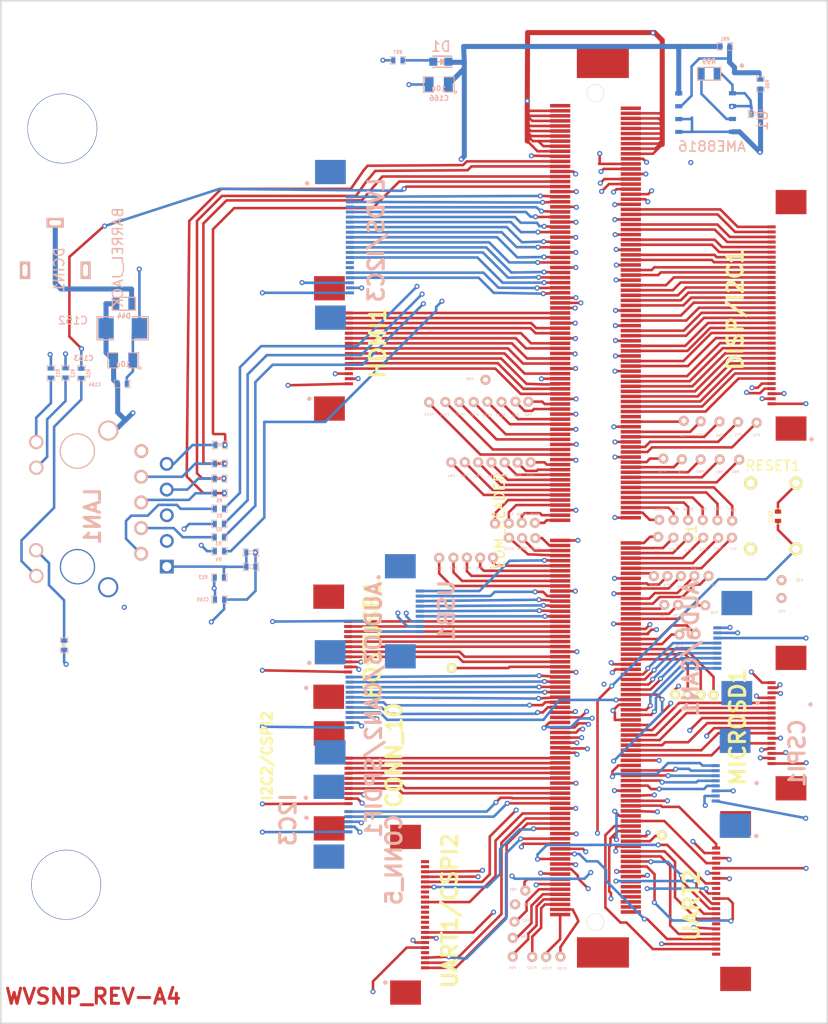
<source format=kicad_pcb>
(kicad_pcb (version 4) (host pcbnew 0.201511011201+6288~30~ubuntu14.04.1-product)
  (layers (0 F.Cu signal) (1 Inner2.Cu signal) (2 Inner1.Cu signal) (31 B.Cu signal) (34 B.Paste user hide) (35 F.Paste user hide) (36 B.SilkS user) (37 F.SilkS user) (38 B.Mask user hide) (39 F.Mask user) (44 Edge.Cuts user))
  (net 0 "")
  (net 1 +3.3V)
  (net 2 +5V)
  (net 3 /EXCDA_nPREST)
  (net 4 /GND_DRAIN1)
  (net 5 /HDMI1_CAD)
  (net 6 /MNF10)
  (net 7 /MNF11)
  (net 8 /MNF12)
  (net 9 /MNF13_WATCHDOG)
  (net 10 /MNF7)
  (net 11 /MNF8)
  (net 12 /MNF9)
  (net 13 /PCIEA_CLKN)
  (net 14 /PCIEA_CLKP)
  (net 15 /PCIEA_RXN)
  (net 16 /PCIEA_RXP)
  (net 17 /PCIEA_TXN)
  (net 18 /PCIEA_TXP)
  (net 19 /PCIEB_CLKN)
  (net 20 /PCIEB_CLKP)
  (net 21 /PCIEB_RXN)
  (net 22 /PCIEB_RXP)
  (net 23 /PCIEB_TXN)
  (net 24 /PCIEB_TXP)
  (net 25 /PCIE_CLK_OEA)
  (net 26 /PCIE_CLK_OEB)
  (net 27 /PCIE_nRST)
  (net 28 /PCIE_nWAKE)
  (net 29 /PWR_BTN)
  (net 30 /RSVD1)
  (net 31 /R_NANDF_A1)
  (net 32 /R_NANDF_A10)
  (net 33 /R_NANDF_A2)
  (net 34 /R_NANDF_A3)
  (net 35 /R_NANDF_A4)
  (net 36 /R_NANDF_A5)
  (net 37 /R_NANDF_A6)
  (net 38 /R_NANDF_A7)
  (net 39 /R_NANDF_A8)
  (net 40 /R_NANDF_A9)
  (net 41 /R_NANDF_ALE)
  (net 42 /R_NANDF_CLE)
  (net 43 /R_NANDF_CS0)
  (net 44 /R_NANDF_CS1)
  (net 45 /R_NANDF_CS2)
  (net 46 /R_NANDF_CS3)
  (net 47 /R_NANDF_CS4)
  (net 48 /R_NANDF_D0)
  (net 49 /R_NANDF_D1)
  (net 50 /R_NANDF_D10)
  (net 51 /R_NANDF_D11)
  (net 52 /R_NANDF_D12)
  (net 53 /R_NANDF_D13)
  (net 54 /R_NANDF_D14)
  (net 55 /R_NANDF_D15)
  (net 56 /R_NANDF_D2)
  (net 57 /R_NANDF_D3)
  (net 58 /R_NANDF_D4)
  (net 59 /R_NANDF_D5)
  (net 60 /R_NANDF_D6)
  (net 61 /R_NANDF_D7)
  (net 62 /R_NANDF_D8)
  (net 63 /R_NANDF_D9)
  (net 64 /R_NANDF_RB0)
  (net 65 /R_NANDF_RE)
  (net 66 /R_NANDF_WE)
  (net 67 /R_NANDF_WP)
  (net 68 /SATA1_RXN)
  (net 69 /SATA1_RXP)
  (net 70 /SATA1_TXN)
  (net 71 /SATA1_TXP)
  (net 72 /StdB1_SSRXN)
  (net 73 /StdB1_SSRXP)
  (net 74 /StdB1_SSTXN)
  (net 75 /StdB1_SSTXP)
  (net 76 /USB_H1_VBUS)
  (net 77 /USB_HUB_RESET_B)
  (net 78 /VCC_RTC)
  (net 79 AUD3_RXD)
  (net 80 AUD3_TXC)
  (net 81 AUD3_TXD)
  (net 82 AUD3_TXFS)
  (net 83 AUD5_RXD)
  (net 84 AUD5_TXC)
  (net 85 AUD5_TXD)
  (net 86 AUD5_TXFS)
  (net 87 AUDIO_CLK)
  (net 88 AUX_5V_EN)
  (net 89 CAN1n)
  (net 90 CAN1p)
  (net 91 CAN2n)
  (net 92 CAN2p)
  (net 93 CSPI1_CS0)
  (net 94 CSPI1_CS1)
  (net 95 CSPI1_MISO)
  (net 96 CSPI1_MOSI)
  (net 97 CSPI1_SCLK)
  (net 98 CSPI2_CS0)
  (net 99 CSPI2_CS1)
  (net 100 CSPI2_MISO)
  (net 101 CSPI2_MOSI)
  (net 102 CSPI2_SCLK)
  (net 103 DDC_SCL)
  (net 104 DDC_SDA)
  (net 105 DISP0_BKLEN)
  (net 106 DISP0_CLK)
  (net 107 DISP0_CNTRST)
  (net 108 DISP0_DAT0)
  (net 109 DISP0_DAT1)
  (net 110 DISP0_DAT10)
  (net 111 DISP0_DAT11)
  (net 112 DISP0_DAT12)
  (net 113 DISP0_DAT13)
  (net 114 DISP0_DAT14)
  (net 115 DISP0_DAT15)
  (net 116 DISP0_DAT16)
  (net 117 DISP0_DAT17)
  (net 118 DISP0_DAT18)
  (net 119 DISP0_DAT19)
  (net 120 DISP0_DAT2)
  (net 121 DISP0_DAT20)
  (net 122 DISP0_DAT21)
  (net 123 DISP0_DAT22)
  (net 124 DISP0_DAT23)
  (net 125 DISP0_DAT3)
  (net 126 DISP0_DAT4)
  (net 127 DISP0_DAT5)
  (net 128 DISP0_DAT6)
  (net 129 DISP0_DAT7)
  (net 130 DISP0_DAT8)
  (net 131 DISP0_DAT9)
  (net 132 DISP0_DRDY)
  (net 133 DISP0_HSYNC)
  (net 134 DISP0_VDDEN)
  (net 135 DISP0_VSYNC)
  (net 136 ETHER1_D0N)
  (net 137 ETHER1_D0P)
  (net 138 ETHER1_D1N)
  (net 139 ETHER1_D1P)
  (net 140 ETHER1_D2N)
  (net 141 ETHER1_D2P)
  (net 142 ETHER1_D3N)
  (net 143 ETHER1_D3P)
  (net 144 GND)
  (net 145 GND_DRAIN2)
  (net 146 GPIO1_24)
  (net 147 GPIO3_11)
  (net 148 GPIO3_12)
  (net 149 GPIO3_26)
  (net 150 GPIO3_27)
  (net 151 GPIO3_8)
  (net 152 GPIO6_1)
  (net 153 GPIO6_31)
  (net 154 GPIO7_8)
  (net 155 GPIO_19)
  (net 156 GPIO_1_CLK0)
  (net 157 HDMI1_CEC)
  (net 158 HDMI1_HPD)
  (net 159 HDMI_CLKM)
  (net 160 HDMI_CLKP)
  (net 161 HDMI_D0M)
  (net 162 HDMI_D0P)
  (net 163 HDMI_D1M)
  (net 164 HDMI_D1P)
  (net 165 HDMI_D2M)
  (net 166 HDMI_D2P)
  (net 167 I2C1_SCL)
  (net 168 I2C1_SDA)
  (net 169 I2C2_SCL)
  (net 170 I2C2_SDA)
  (net 171 I2C3_SCL)
  (net 172 I2C3_SDA)
  (net 173 LED1_ACT)
  (net 174 LED1_nLINK100)
  (net 175 LED1_nLINK1000)
  (net 176 LVDS0_BLT_CTRL)
  (net 177 LVDS0_CLK_N)
  (net 178 LVDS0_CLK_P)
  (net 179 LVDS0_EN)
  (net 180 LVDS0_TX0_N)
  (net 181 LVDS0_TX0_P)
  (net 182 LVDS0_TX1_N)
  (net 183 LVDS0_TX1_P)
  (net 184 LVDS0_TX2_N)
  (net 185 LVDS0_TX2_P)
  (net 186 LVDS0_TX3_N)
  (net 187 LVDS0_TX3_P)
  (net 188 LVDS0_VDDEN)
  (net 189 N-00000145)
  (net 190 N-00000154)
  (net 191 N-00000155)
  (net 192 N-00000156)
  (net 193 N-00000157)
  (net 194 N-00000158)
  (net 195 N-00000159)
  (net 196 N-00000160)
  (net 197 N-00000166)
  (net 198 N-00000167)
  (net 199 N-00000168)
  (net 200 N-00000169)
  (net 201 N-00000187)
  (net 202 N-00000189)
  (net 203 N-00000190)
  (net 204 N-00000191)
  (net 205 N-00000193)
  (net 206 S3)
  (net 207 S5)
  (net 208 SD1_CD)
  (net 209 SD1_CLK)
  (net 210 SD1_CMD)
  (net 211 SD1_DATA0)
  (net 212 SD1_DATA1)
  (net 213 SD1_DATA2)
  (net 214 SD1_DATA3)
  (net 215 SD1_DATA4)
  (net 216 SD1_DATA5)
  (net 217 SD1_DATA6)
  (net 218 SD1_DATA7)
  (net 219 SD1_LED)
  (net 220 SD1_PWREN)
  (net 221 SD1_WP)
  (net 222 SPDIF_OUT)
  (net 223 StdB2_SSRXN)
  (net 224 StdB2_SSRXP)
  (net 225 StdB2_SSTXN)
  (net 226 StdB2_SSTXP)
  (net 227 UART1_CTS)
  (net 228 UART1_RTS)
  (net 229 UART1_RXD)
  (net 230 UART1_TXD)
  (net 231 UART2_CTS)
  (net 232 UART2_DCD)
  (net 233 UART2_DSR)
  (net 234 UART2_DTR)
  (net 235 UART2_RTS)
  (net 236 UART2_RXD)
  (net 237 UART2_TXD)
  (net 238 USB_H1_OC)
  (net 239 USB_HOST_DN)
  (net 240 USB_HOST_DP)
  (net 241 USB_OTG_DN)
  (net 242 USB_OTG_DP)
  (net 243 USB_OTG_ID)
  (net 244 USB_OTG_OC)
  (net 245 USB_OTG_PWR_EN)
  (net 246 USB_OTG_VBUS)
  (net 247 eDP0_HPD)
  (net 248 eDP0_SELF_TEST)
  (net 249 nRESET_BTN)
  (module Wand_15_FFC_Conn (layer F.Cu) (at 239.45 134.29 270)
    (fp_text reference HDMI1 (at 0.7 -2.87 270) (layer F.SilkS) (effects (font (thickness 0.3048))))
    (fp_text value CONN_15 hide)
    (pad 14 smd rect (at -1.7488 0 270) (size 0.29972 0.8001) (layers F.Cu F.Paste F.Mask) (net 159 HDMI_CLKM) (clearance 0.06604))
    (pad 11 smd rect (at -0.2502 0 270) (size 0.29972 0.8001) (layers F.Cu F.Paste F.Mask) (net 164 HDMI_D1P) (clearance 0.06604))
    (pad 13 smd rect (at -1.25096 0 270) (size 0.29972 0.8001) (layers F.Cu F.Paste F.Mask) (net 162 HDMI_D0P) (clearance 0.06604))
    (pad 12 smd rect (at -0.75058 0 270) (size 0.29972 0.8001) (layers F.Cu F.Paste F.Mask) (net 161 HDMI_D0M) (clearance 0.06604))
    (pad "" smd rect (at 7.2009 1.92532 270) (size 2.4003 3.05054) (layers F.Cu F.Paste F.Mask))
    (pad 15 smd rect (at -2.25056 0 270) (size 0.29972 0.8001) (layers F.Cu F.Paste F.Mask) (net 160 HDMI_CLKP) (clearance 0.06604))
    (pad 2 smd rect (at 4.24942 0 270) (size 0.29972 0.8001) (layers F.Cu F.Paste F.Mask) (net 144 GND) (clearance 0.06604))
    (pad 3 smd rect (at 3.74904 0 270) (size 0.29972 0.8001) (layers F.Cu F.Paste F.Mask) (net 1 +3.3V) (clearance 0.06604))
    (pad 1 smd rect (at 4.7498 0 270) (size 0.29972 0.8001) (layers F.Cu F.Paste F.Mask) (net 2 +5V) (clearance 0.06604))
    (pad 5 smd rect (at 2.75082 0 270) (size 0.29972 0.8001) (layers F.Cu F.Paste F.Mask) (net 103 DDC_SCL) (clearance 0.06604))
    (pad 4 smd rect (at 3.2512 0 270) (size 0.29972 0.8001) (layers F.Cu F.Paste F.Mask) (net 104 DDC_SDA) (clearance 0.06604))
    (pad 10 smd rect (at 0.24892 0 270) (size 0.29972 0.8001) (layers F.Cu F.Paste F.Mask) (net 163 HDMI_D1M) (clearance 0.06604))
    (pad 9 smd rect (at 0.7493 0 270) (size 0.29972 0.8001) (layers F.Cu F.Paste F.Mask) (net 166 HDMI_D2P) (clearance 0.06604))
    (pad 6 smd rect (at 2.25044 0 270) (size 0.29972 0.8001) (layers F.Cu F.Paste F.Mask) (net 157 HDMI1_CEC) (clearance 0.06604))
    (pad 7 smd rect (at 1.75006 0 270) (size 0.29972 0.8001) (layers F.Cu F.Paste F.Mask) (net 158 HDMI1_HPD) (clearance 0.06604))
    (pad 8 smd rect (at 1.24968 0 270) (size 0.29972 0.8001) (layers F.Cu F.Paste F.Mask) (net 165 HDMI_D2M) (clearance 0.06604))
    (pad "" smd rect (at -4.69912 1.92532 270) (size 2.4003 3.05054) (layers F.Cu F.Paste F.Mask))
  )
  (module Wand_10_FFC_Conn (layer F.Cu) (at 239.42 175.82 270)
    (fp_text reference I2C2/CSPI2 (at 0.0254 8.0772 270) (layer F.SilkS) (effects (font (thickness 0.25))))
    (fp_text value CONN_10 (at -0.0254 -4.5212 270) (layer F.SilkS) (effects (font (thickness 0.3048))))
    (pad "" smd rect (at 7.2009 1.92532 270) (size 2.4003 3.05054) (layers F.Cu F.Paste F.Mask))
    (pad 10 smd rect (at 0.24944 0 270) (size 0.29972 0.8001) (layers F.Cu F.Paste F.Mask) (net 101 CSPI2_MOSI) (clearance 0.06604))
    (pad 2 smd rect (at 4.24942 0 270) (size 0.29972 0.8001) (layers F.Cu F.Paste F.Mask) (net 144 GND) (clearance 0.06604))
    (pad 3 smd rect (at 3.74904 0 270) (size 0.29972 0.8001) (layers F.Cu F.Paste F.Mask) (net 1 +3.3V) (clearance 0.06604))
    (pad 1 smd rect (at 4.7498 0 270) (size 0.29972 0.8001) (layers F.Cu F.Paste F.Mask) (net 2 +5V) (clearance 0.06604))
    (pad 5 smd rect (at 2.75082 0 270) (size 0.29972 0.8001) (layers F.Cu F.Paste F.Mask) (net 169 I2C2_SCL) (clearance 0.06604))
    (pad 4 smd rect (at 3.2512 0 270) (size 0.29972 0.8001) (layers F.Cu F.Paste F.Mask) (net 170 I2C2_SDA) (clearance 0.06604))
    (pad 9 smd rect (at 0.7493 0 270) (size 0.29972 0.8001) (layers F.Cu F.Paste F.Mask) (net 100 CSPI2_MISO) (clearance 0.06604))
    (pad 6 smd rect (at 2.25044 0 270) (size 0.29972 0.8001) (layers F.Cu F.Paste F.Mask) (net 99 CSPI2_CS1) (clearance 0.06604))
    (pad 7 smd rect (at 1.75006 0 270) (size 0.29972 0.8001) (layers F.Cu F.Paste F.Mask) (net 98 CSPI2_CS0) (clearance 0.06604))
    (pad 8 smd rect (at 1.24968 0 270) (size 0.29972 0.8001) (layers F.Cu F.Paste F.Mask) (net 102 CSPI2_SCLK) (clearance 0.06604))
    (pad "" smd rect (at -2.19912 1.92532 270) (size 2.4003 3.05054) (layers F.Cu F.Paste F.Mask))
  )
  (module TEST_POINT (layer B.Cu) (at 272.05 160.9)
    (fp_text reference P29 (at -0.05 1.08) (layer B.SilkS) (effects (font (size 0.25 0.25) (thickness 0.000001)) (justify mirror)))
    (fp_text value TST hide)
    (pad 1 thru_hole circle (at 0 0) (size 1 1) (drill 0.5) (layers *.Cu *.Mask B.SilkS) (net 63 /R_NANDF_D9))
  )
  (module TEST_POINT (layer B.Cu) (at 270.69 160.91)
    (fp_text reference P28 (at -0.04 1.17) (layer B.SilkS) (effects (font (size 0.25 0.25) (thickness 0.000001)) (justify mirror)))
    (fp_text value TST hide)
    (pad 1 thru_hole circle (at 0 0) (size 1 1) (drill 0.5) (layers *.Cu *.Mask B.SilkS) (net 50 /R_NANDF_D10))
  )
  (module TEST_POINT (layer B.Cu) (at 273.67 158.05)
    (fp_text reference P26 (at 0.03 -0.87) (layer B.SilkS) (effects (font (size 0.25 0.25) (thickness 0.000001)) (justify mirror)))
    (fp_text value TST hide)
    (pad 1 thru_hole circle (at 0 0) (size 1 1) (drill 0.5) (layers *.Cu *.Mask B.SilkS) (net 52 /R_NANDF_D12))
  )
  (module TEST_POINT (layer B.Cu) (at 275.07 158.05)
    (fp_text reference P27 (at 0.42 0.96) (layer B.SilkS) (effects (font (size 0.25 0.25) (thickness 0.000001)) (justify mirror)))
    (fp_text value TST hide)
    (pad 1 thru_hole circle (at 0 0) (size 1 1) (drill 0.5) (layers *.Cu *.Mask B.SilkS) (net 51 /R_NANDF_D11))
  )
  (module TEST_POINT (layer B.Cu) (at 273.78 163.81)
    (fp_text reference P36 (at -0.02 1.14) (layer B.SilkS) (effects (font (size 0.25 0.25) (thickness 0.000001)) (justify mirror)))
    (fp_text value TST hide)
    (pad 1 thru_hole circle (at 0 0) (size 1 1) (drill 0.5) (layers *.Cu *.Mask B.SilkS) (net 59 /R_NANDF_D5))
  )
  (module TEST_POINT (layer B.Cu) (at 274.74 160.96)
    (fp_text reference P30 (at 0.89 0.72) (layer B.SilkS) (effects (font (size 0.25 0.25) (thickness 0.000001)) (justify mirror)))
    (fp_text value TST hide)
    (pad 1 thru_hole circle (at 0 0) (size 1 1) (drill 0.5) (layers *.Cu *.Mask B.SilkS) (net 62 /R_NANDF_D8))
  )
  (module TEST_POINT (layer B.Cu) (at 252.98 138.65)
    (fp_text reference P58 (at -1.54 -0.09) (layer B.SilkS) (effects (font (size 0.25 0.25) (thickness 0.000001)) (justify mirror)))
    (fp_text value TST hide)
    (pad 1 thru_hole circle (at 0 0) (size 1 1) (drill 0.5) (layers *.Cu *.Mask B.SilkS) (net 5 /HDMI1_CAD))
  )
  (module TEST_POINT (layer B.Cu) (at 282.29 160.23)
    (fp_text reference P34 (at 0 1.33) (layer B.SilkS) (effects (font (size 0.25 0.25) (thickness 0.000001)) (justify mirror)))
    (fp_text value TST hide)
    (pad 1 thru_hole circle (at 0 0) (size 1 1) (drill 0.5) (layers *.Cu *.Mask B.SilkS) (net 60 /R_NANDF_D6))
  )
  (module TEST_POINT (layer B.Cu) (at 272.34 158.06)
    (fp_text reference P25 (at -0.02 1.08) (layer B.SilkS) (effects (font (size 0.25 0.25) (thickness 0.000001)) (justify mirror)))
    (fp_text value TST hide)
    (pad 1 thru_hole circle (at 0 0) (size 1 1) (drill 0.5) (layers *.Cu *.Mask B.SilkS) (net 53 /R_NANDF_D13))
  )
  (module TEST_POINT (layer B.Cu) (at 271 158.06)
    (fp_text reference P23 (at -0.03 0.97) (layer B.SilkS) (effects (font (size 0.25 0.25) (thickness 0.000001)) (justify mirror)))
    (fp_text value TST hide)
    (pad 1 thru_hole circle (at 0 0) (size 1 1) (drill 0.5) (layers *.Cu *.Mask B.SilkS) (net 54 /R_NANDF_D14))
  )
  (module TEST_POINT (layer B.Cu) (at 269.65 158.05)
    (fp_text reference P19 (at -0.02 0.98) (layer B.SilkS) (effects (font (size 0.25 0.25) (thickness 0.000001)) (justify mirror)))
    (fp_text value TST hide)
    (pad 1 thru_hole circle (at 0 0) (size 1 1) (drill 0.5) (layers *.Cu *.Mask B.SilkS) (net 55 /R_NANDF_D15))
  )
  (module TEST_POINT (layer B.Cu) (at 277.38 154.26)
    (fp_text reference P17 (at 0.09 1.13) (layer B.SilkS) (effects (font (size 0.25 0.25) (thickness 0.000001)) (justify mirror)))
    (fp_text value TST hide)
    (pad 1 thru_hole circle (at 0 0) (size 1 1) (drill 0.5) (layers *.Cu *.Mask B.SilkS) (net 31 /R_NANDF_A1))
  )
  (module TEST_POINT (layer B.Cu) (at 276.02 154.28)
    (fp_text reference P157 (at 0.06 1.1) (layer B.SilkS) (effects (font (size 0.25 0.25) (thickness 0.000001)) (justify mirror)))
    (fp_text value TST hide)
    (pad 1 thru_hole circle (at 0 0) (size 1 1) (drill 0.5) (layers *.Cu *.Mask B.SilkS) (net 33 /R_NANDF_A2))
  )
  (module TEST_POINT (layer B.Cu) (at 274.54 154.26)
    (fp_text reference P15 (at -0.01 1.16) (layer B.SilkS) (effects (font (size 0.25 0.25) (thickness 0.000001)) (justify mirror)))
    (fp_text value TST hide)
    (pad 1 thru_hole circle (at 0 0) (size 1 1) (drill 0.5) (layers *.Cu *.Mask B.SilkS) (net 34 /R_NANDF_A3))
  )
  (module TEST_POINT (layer B.Cu) (at 273.05 154.28)
    (fp_text reference P14 (at 0 1.22) (layer B.SilkS) (effects (font (size 0.25 0.25) (thickness 0.000001)) (justify mirror)))
    (fp_text value TST hide)
    (pad 1 thru_hole circle (at 0 0) (size 1 1) (drill 0.5) (layers *.Cu *.Mask B.SilkS) (net 35 /R_NANDF_A4))
  )
  (module TEST_POINT (layer B.Cu) (at 271.59 154.26)
    (fp_text reference P13 (at -0.02 1.19) (layer B.SilkS) (effects (font (size 0.25 0.25) (thickness 0.000001)) (justify mirror)))
    (fp_text value TST hide)
    (pad 1 thru_hole circle (at 0 0) (size 1 1) (drill 0.5) (layers *.Cu *.Mask B.SilkS) (net 36 /R_NANDF_A5))
  )
  (module TEST_POINT (layer B.Cu) (at 256.61 154.31)
    (fp_text reference P996 (at 0 1.02) (layer B.SilkS) (effects (font (size 0.25 0.25) (thickness 0.000001)) (justify mirror)))
    (fp_text value TST hide)
    (pad 1 thru_hole circle (at 0 0) (size 1 1) (drill 0.5) (layers *.Cu *.Mask B.SilkS) (net 70 /SATA1_TXN))
  )
  (module TEST_POINT (layer B.Cu) (at 257.92 154.31)
    (fp_text reference P997 (at 0.06 1.08) (layer B.SilkS) (effects (font (size 0.25 0.25) (thickness 0.000001)) (justify mirror)))
    (fp_text value TST hide)
    (pad 1 thru_hole circle (at 0 0) (size 1 1) (drill 0.5) (layers *.Cu *.Mask B.SilkS) (net 71 /SATA1_TXP))
  )
  (module TEST_POINT (layer B.Cu) (at 257.88 152.8)
    (fp_text reference P998 (at 0.01 -0.84) (layer B.SilkS) (effects (font (size 0.25 0.25) (thickness 0.000001)) (justify mirror)))
    (fp_text value TST hide)
    (pad 1 thru_hole circle (at 0 0) (size 1 1) (drill 0.5) (layers *.Cu *.Mask B.SilkS) (net 68 /SATA1_RXN))
  )
  (module TEST_POINT (layer B.Cu) (at 256.58 152.8)
    (fp_text reference P999 (at -0.01 -0.85) (layer B.SilkS) (effects (font (size 0.25 0.25) (thickness 0.000001)) (justify mirror)))
    (fp_text value TST hide)
    (pad 1 thru_hole circle (at 0 0) (size 1 1) (drill 0.5) (layers *.Cu *.Mask B.SilkS) (net 69 /SATA1_RXP))
  )
  (module TEST_POINT (layer B.Cu) (at 282.29 158.47)
    (fp_text reference P32 (at 1.77 0) (layer B.SilkS) (effects (font (size 0.25 0.25) (thickness 0.000001)) (justify mirror)))
    (fp_text value TST hide)
    (pad 1 thru_hole circle (at 0 0) (size 1 1) (drill 0.5) (layers *.Cu *.Mask B.SilkS) (net 61 /R_NANDF_D7))
  )
  (module TEST_POINT (layer B.Cu) (at 272.19 163.84)
    (fp_text reference P38 (at -0.02 1.13) (layer B.SilkS) (effects (font (size 0.25 0.25) (thickness 0.000001)) (justify mirror)))
    (fp_text value TST hide)
    (pad 1 thru_hole circle (at 0 0) (size 1 1) (drill 0.5) (layers *.Cu *.Mask B.SilkS) (net 58 /R_NANDF_D4))
  )
  (module TEST_POINT (layer F.Cu) (at 270.44 183.7)
    (fp_text reference P127 (at -1.12 -0.76) (layer F.SilkS) (effects (font (size 0.25 0.25) (thickness 0.000001))))
    (fp_text value TST hide)
    (pad 1 thru_hole circle (at 0 0) (size 1 1) (drill 0.5) (layers *.Cu *.Mask F.SilkS) (net 29 /PWR_BTN))
  )
  (module TEST_POINT (layer F.Cu) (at 271.75 169.77)
    (fp_text reference P43 (at -0.04 1.17) (layer F.SilkS) (effects (font (size 0.25 0.25) (thickness 0.000001))))
    (fp_text value TST hide)
    (pad 1 thru_hole circle (at 0 0) (size 1 1) (drill 0.5) (layers *.Cu *.Mask F.SilkS) (net 48 /R_NANDF_D0))
  )
  (module TEST_POINT (layer F.Cu) (at 273.01 169.79)
    (fp_text reference P42 (at -0.06 1.09) (layer F.SilkS) (effects (font (size 0.25 0.25) (thickness 0.000001))))
    (fp_text value TST hide)
    (pad 1 thru_hole circle (at 0 0) (size 1 1) (drill 0.5) (layers *.Cu *.Mask F.SilkS) (net 49 /R_NANDF_D1))
  )
  (module TEST_POINT (layer F.Cu) (at 274.29 169.82)
    (fp_text reference P41 (at 0.06 1.04) (layer F.SilkS) (effects (font (size 0.25 0.25) (thickness 0.000001))))
    (fp_text value TST hide)
    (pad 1 thru_hole circle (at 0 0) (size 1 1) (drill 0.5) (layers *.Cu *.Mask F.SilkS) (net 56 /R_NANDF_D2))
  )
  (module TEST_POINT (layer F.Cu) (at 275.56 169.82)
    (fp_text reference P40 (at 0.05 1.04) (layer F.SilkS) (effects (font (size 0.25 0.25) (thickness 0.000001))))
    (fp_text value TST hide)
    (pad 1 thru_hole circle (at 0 0) (size 1 1) (drill 0.5) (layers *.Cu *.Mask F.SilkS) (net 57 /R_NANDF_D3))
  )
  (module TEST_POINT (layer B.Cu) (at 270.08 154.18)
    (fp_text reference P12 (at -0.01 1.31) (layer B.SilkS) (effects (font (size 0.25 0.25) (thickness 0.000001)) (justify mirror)))
    (fp_text value TST hide)
    (pad 1 thru_hole circle (at 0 0) (size 1 1) (drill 0.5) (layers *.Cu *.Mask B.SilkS) (net 37 /R_NANDF_A6))
  )
  (module TEST_POINT (layer F.Cu) (at 249.63 167.16)
    (fp_text reference P44 (at 0 -0.75) (layer F.SilkS) (effects (font (size 0.25 0.25) (thickness 0.000001))))
    (fp_text value TST hide)
    (pad 1 thru_hole circle (at 0 0) (size 1 1) (drill 0.5) (layers *.Cu *.Mask F.SilkS) (net 76 /USB_H1_VBUS))
  )
  (module TEST_POINT (layer B.Cu) (at 248.39 156.26)
    (fp_text reference P24 (at -0.02 1.08) (layer B.SilkS) (effects (font (size 0.25 0.25) (thickness 0.000001)) (justify mirror)))
    (fp_text value TST hide)
    (pad 1 thru_hole circle (at 0 0) (size 1 1) (drill 0.5) (layers *.Cu *.Mask B.SilkS) (net 74 /StdB1_SSTXN))
  )
  (module TEST_POINT (layer B.Cu) (at 249.81 156.25)
    (fp_text reference P22 (at -0.01 1.03) (layer B.SilkS) (effects (font (size 0.25 0.25) (thickness 0.000001)) (justify mirror)))
    (fp_text value TST hide)
    (pad 1 thru_hole circle (at 0 0) (size 1 1) (drill 0.5) (layers *.Cu *.Mask B.SilkS) (net 75 /StdB1_SSTXP))
  )
  (module TEST_POINT (layer B.Cu) (at 251.14 156.24)
    (fp_text reference P20 (at -0.01 1.03) (layer B.SilkS) (effects (font (size 0.25 0.25) (thickness 0.000001)) (justify mirror)))
    (fp_text value TST hide)
    (pad 1 thru_hole circle (at 0 0) (size 1 1) (drill 0.5) (layers *.Cu *.Mask B.SilkS) (net 4 /GND_DRAIN1))
  )
  (module TEST_POINT (layer B.Cu) (at 252.45 156.25)
    (fp_text reference P18 (at -0.01 1.03) (layer B.SilkS) (effects (font (size 0.25 0.25) (thickness 0.000001)) (justify mirror)))
    (fp_text value TST hide)
    (pad 1 thru_hole circle (at 0 0) (size 1 1) (drill 0.5) (layers *.Cu *.Mask B.SilkS) (net 72 /StdB1_SSRXN))
  )
  (module TEST_POINT (layer B.Cu) (at 253.72 156.23)
    (fp_text reference P16 (at 0.02 1.05) (layer B.SilkS) (effects (font (size 0.25 0.25) (thickness 0.000001)) (justify mirror)))
    (fp_text value TST hide)
    (pad 1 thru_hole circle (at 0 0) (size 1 1) (drill 0.5) (layers *.Cu *.Mask B.SilkS) (net 73 /StdB1_SSRXP))
  )
  (module TEST_POINT (layer B.Cu) (at 255.3 154.27)
    (fp_text reference P111 (at -0.02 1.09) (layer B.SilkS) (effects (font (size 0.25 0.25) (thickness 0.000001)) (justify mirror)))
    (fp_text value TST hide)
    (pad 1 thru_hole circle (at 0 0) (size 1 1) (drill 0.5) (layers *.Cu *.Mask B.SilkS) (net 77 /USB_HUB_RESET_B))
  )
  (module TEST_POINT (layer B.Cu) (at 255.29 152.85)
    (fp_text reference P143 (at -0.02 -0.91) (layer B.SilkS) (effects (font (size 0.25 0.25) (thickness 0.000001)) (justify mirror)))
    (fp_text value TST hide)
    (pad 1 thru_hole circle (at 0 0) (size 1 1) (drill 0.5) (layers *.Cu *.Mask B.SilkS) (net 27 /PCIE_nRST))
  )
  (module TEST_POINT (layer B.Cu) (at 253.92 152.87)
    (fp_text reference P98 (at -0.02 -0.91) (layer B.SilkS) (effects (font (size 0.25 0.25) (thickness 0.000001)) (justify mirror)))
    (fp_text value TST hide)
    (pad 1 thru_hole circle (at 0 0) (size 1 1) (drill 0.5) (layers *.Cu *.Mask B.SilkS) (net 28 /PCIE_nWAKE))
  )
  (module TEST_POINT (layer B.Cu) (at 249.59 146.82)
    (fp_text reference P94 (at 0 1.34) (layer B.SilkS) (effects (font (size 0.25 0.25) (thickness 0.000001)) (justify mirror)))
    (fp_text value TST hide)
    (pad 1 thru_hole circle (at 0 0) (size 1 1) (drill 0.5) (layers *.Cu *.Mask B.SilkS) (net 26 /PCIE_CLK_OEB))
  )
  (module TEST_POINT (layer B.Cu) (at 250.93 146.8)
    (fp_text reference P90 (at -0.02 1.36) (layer B.SilkS) (effects (font (size 0.25 0.25) (thickness 0.000001)) (justify mirror)))
    (fp_text value TST hide)
    (pad 1 thru_hole circle (at 0 0) (size 1 1) (drill 0.5) (layers *.Cu *.Mask B.SilkS) (net 25 /PCIE_CLK_OEA))
  )
  (module TEST_POINT (layer B.Cu) (at 252.25 146.81)
    (fp_text reference P86 (at -0.02 1.33) (layer B.SilkS) (effects (font (size 0.25 0.25) (thickness 0.000001)) (justify mirror)))
    (fp_text value TST hide)
    (pad 1 thru_hole circle (at 0 0) (size 1 1) (drill 0.5) (layers *.Cu *.Mask B.SilkS) (net 21 /PCIEB_RXN))
  )
  (module TEST_POINT (layer B.Cu) (at 253.57 146.82)
    (fp_text reference P83 (at -0.01 1.36) (layer B.SilkS) (effects (font (size 0.25 0.25) (thickness 0.000001)) (justify mirror)))
    (fp_text value TST hide)
    (pad 1 thru_hole circle (at 0 0) (size 1 1) (drill 0.5) (layers *.Cu *.Mask B.SilkS) (net 22 /PCIEB_RXP))
  )
  (module TEST_POINT (layer B.Cu) (at 254.87 146.82)
    (fp_text reference P81 (at -0.03 1.32) (layer B.SilkS) (effects (font (size 0.25 0.25) (thickness 0.000001)) (justify mirror)))
    (fp_text value TST hide)
    (pad 1 thru_hole circle (at 0 0) (size 1 1) (drill 0.5) (layers *.Cu *.Mask B.SilkS) (net 3 /EXCDA_nPREST))
  )
  (module TEST_POINT (layer B.Cu) (at 256.16 146.83)
    (fp_text reference P79 (at 0 1.3) (layer B.SilkS) (effects (font (size 0.25 0.25) (thickness 0.000001)) (justify mirror)))
    (fp_text value TST hide)
    (pad 1 thru_hole circle (at 0 0) (size 1 1) (drill 0.5) (layers *.Cu *.Mask B.SilkS) (net 23 /PCIEB_TXN))
  )
  (module TEST_POINT (layer B.Cu) (at 257.45 146.81)
    (fp_text reference P77 (at 0.01 1.37) (layer B.SilkS) (effects (font (size 0.25 0.25) (thickness 0.000001)) (justify mirror)))
    (fp_text value TST hide)
    (pad 1 thru_hole circle (at 0 0) (size 1 1) (drill 0.5) (layers *.Cu *.Mask B.SilkS) (net 24 /PCIEB_TXP))
  )
  (module TEST_POINT (layer B.Cu) (at 247.4 140.87)
    (fp_text reference P142 (at 0.01 1.21) (layer B.SilkS) (effects (font (size 0.25 0.25) (thickness 0.000001)) (justify mirror)))
    (fp_text value TST hide)
    (pad 1 thru_hole circle (at 0 0) (size 1 1) (drill 0.5) (layers *.Cu *.Mask B.SilkS) (net 15 /PCIEA_RXN))
  )
  (module TEST_POINT (layer B.Cu) (at 249.01 140.85)
    (fp_text reference P141 (at -0.07 1.23) (layer B.SilkS) (effects (font (size 0.25 0.25) (thickness 0.000001)) (justify mirror)))
    (fp_text value TST hide)
    (pad 1 thru_hole circle (at 0 0) (size 1 1) (drill 0.5) (layers *.Cu *.Mask B.SilkS) (net 16 /PCIEA_RXP))
  )
  (module TEST_POINT (layer B.Cu) (at 250.39 140.86)
    (fp_text reference P140 (at 0.06 1.22) (layer B.SilkS) (effects (font (size 0.25 0.25) (thickness 0.000001)) (justify mirror)))
    (fp_text value TST hide)
    (pad 1 thru_hole circle (at 0 0) (size 1 1) (drill 0.5) (layers *.Cu *.Mask B.SilkS) (net 17 /PCIEA_TXN))
  )
  (module TEST_POINT (layer B.Cu) (at 251.8 140.85)
    (fp_text reference P139 (at 0.04 1.27) (layer B.SilkS) (effects (font (size 0.25 0.25) (thickness 0.000001)) (justify mirror)))
    (fp_text value TST hide)
    (pad 1 thru_hole circle (at 0 0) (size 1 1) (drill 0.5) (layers *.Cu *.Mask B.SilkS) (net 18 /PCIEA_TXP))
  )
  (module TEST_POINT (layer B.Cu) (at 253.17 140.82)
    (fp_text reference P138 (at 0 1.33) (layer B.SilkS) (effects (font (size 0.25 0.25) (thickness 0.000001)) (justify mirror)))
    (fp_text value TST hide)
    (pad 1 thru_hole circle (at 0 0) (size 1 1) (drill 0.5) (layers *.Cu *.Mask B.SilkS) (net 13 /PCIEA_CLKN))
  )
  (module TEST_POINT (layer B.Cu) (at 254.57 140.84)
    (fp_text reference P137 (at -0.08 1.33) (layer B.SilkS) (effects (font (size 0.25 0.25) (thickness 0.000001)) (justify mirror)))
    (fp_text value TST hide)
    (pad 1 thru_hole circle (at 0 0) (size 1 1) (drill 0.5) (layers *.Cu *.Mask B.SilkS) (net 14 /PCIEA_CLKP))
  )
  (module TEST_POINT (layer B.Cu) (at 255.94 140.81)
    (fp_text reference P61 (at -0.01 1.34) (layer B.SilkS) (effects (font (size 0.25 0.25) (thickness 0.000001)) (justify mirror)))
    (fp_text value TST hide)
    (pad 1 thru_hole circle (at 0 0) (size 1 1) (drill 0.5) (layers *.Cu *.Mask B.SilkS) (net 19 /PCIEB_CLKN))
  )
  (module TEST_POINT (layer B.Cu) (at 257.23 140.81)
    (fp_text reference P60 (at -0.01 1.31) (layer B.SilkS) (effects (font (size 0.25 0.25) (thickness 0.000001)) (justify mirror)))
    (fp_text value TST hide)
    (pad 1 thru_hole circle (at 0 0) (size 1 1) (drill 0.5) (layers *.Cu *.Mask B.SilkS) (net 20 /PCIEB_CLKP))
  )
  (module TEST_POINT (layer B.Cu) (at 256.92 189.17)
    (fp_text reference P85 (at -1.2 -0.09) (layer B.SilkS) (effects (font (size 0.25 0.25) (thickness 0.000001)) (justify mirror)))
    (fp_text value TST hide)
    (pad 1 thru_hole circle (at 0 0) (size 1 1) (drill 0.5) (layers *.Cu *.Mask B.SilkS) (net 10 /MNF7))
  )
  (module TEST_POINT (layer B.Cu) (at 270.18 152.5)
    (fp_text reference P104 (at 0.05 -1.03) (layer B.SilkS) (effects (font (size 0.25 0.25) (thickness 0.000001)) (justify mirror)))
    (fp_text value TST hide)
    (pad 1 thru_hole circle (at 0 0) (size 1 1) (drill 0.5) (layers *.Cu *.Mask B.SilkS) (net 38 /R_NANDF_A7))
  )
  (module TEST_POINT (layer B.Cu) (at 271.6 152.5)
    (fp_text reference P101 (at 0.03 -1.06) (layer B.SilkS) (effects (font (size 0.25 0.25) (thickness 0.000001)) (justify mirror)))
    (fp_text value TST hide)
    (pad 1 thru_hole circle (at 0 0) (size 1 1) (drill 0.5) (layers *.Cu *.Mask B.SilkS) (net 39 /R_NANDF_A8))
  )
  (module TEST_POINT (layer B.Cu) (at 273.05 152.53)
    (fp_text reference P158 (at 0.03 -1.07) (layer B.SilkS) (effects (font (size 0.25 0.25) (thickness 0.000001)) (justify mirror)))
    (fp_text value TST hide)
    (pad 1 thru_hole circle (at 0 0) (size 1 1) (drill 0.5) (layers *.Cu *.Mask B.SilkS) (net 40 /R_NANDF_A9))
  )
  (module TEST_POINT (layer B.Cu) (at 274.49 152.52)
    (fp_text reference P95 (at 0.03 -1.06) (layer B.SilkS) (effects (font (size 0.25 0.25) (thickness 0.000001)) (justify mirror)))
    (fp_text value TST hide)
    (pad 1 thru_hole circle (at 0 0) (size 1 1) (drill 0.5) (layers *.Cu *.Mask B.SilkS) (net 32 /R_NANDF_A10))
  )
  (module TEST_POINT (layer B.Cu) (at 275.95 152.54)
    (fp_text reference P91 (at -0.03 -1.14) (layer B.SilkS) (effects (font (size 0.25 0.25) (thickness 0.000001)) (justify mirror)))
    (fp_text value TST hide)
    (pad 1 thru_hole circle (at 0 0) (size 1 1) (drill 0.5) (layers *.Cu *.Mask B.SilkS) (net 30 /RSVD1))
  )
  (module TEST_POINT (layer B.Cu) (at 277.41 152.59)
    (fp_text reference P87 (at -0.02 -1.05) (layer B.SilkS) (effects (font (size 0.25 0.25) (thickness 0.000001)) (justify mirror)))
    (fp_text value TST hide)
    (pad 1 thru_hole circle (at 0 0) (size 1 1) (drill 0.5) (layers *.Cu *.Mask B.SilkS) (net 65 /R_NANDF_RE))
  )
  (module TEST_POINT (layer B.Cu) (at 278.11 146.54)
    (fp_text reference P84 (at -0.36 1.23) (layer B.SilkS) (effects (font (size 0.25 0.25) (thickness 0.000001)) (justify mirror)))
    (fp_text value TST hide)
    (pad 1 thru_hole circle (at 0 0) (size 1 1) (drill 0.5) (layers *.Cu *.Mask B.SilkS) (net 66 /R_NANDF_WE))
  )
  (module TEST_POINT (layer B.Cu) (at 276.18 146.52)
    (fp_text reference P82 (at 0.01 1.28) (layer B.SilkS) (effects (font (size 0.25 0.25) (thickness 0.000001)) (justify mirror)))
    (fp_text value TST hide)
    (pad 1 thru_hole circle (at 0 0) (size 1 1) (drill 0.5) (layers *.Cu *.Mask B.SilkS) (net 41 /R_NANDF_ALE))
  )
  (module TEST_POINT (layer B.Cu) (at 274.29 146.52)
    (fp_text reference P80 (at -0.05 1.22) (layer B.SilkS) (effects (font (size 0.25 0.25) (thickness 0.000001)) (justify mirror)))
    (fp_text value TST hide)
    (pad 1 thru_hole circle (at 0 0) (size 1 1) (drill 0.5) (layers *.Cu *.Mask B.SilkS) (net 42 /R_NANDF_CLE))
  )
  (module TEST_POINT (layer B.Cu) (at 272.43 146.51)
    (fp_text reference P78 (at 0 1.22) (layer B.SilkS) (effects (font (size 0.25 0.25) (thickness 0.000001)) (justify mirror)))
    (fp_text value TST hide)
    (pad 1 thru_hole circle (at 0 0) (size 1 1) (drill 0.5) (layers *.Cu *.Mask B.SilkS) (net 67 /R_NANDF_WP))
  )
  (module TEST_POINT (layer B.Cu) (at 270.59 146.44)
    (fp_text reference P76 (at -0.09 1.26) (layer B.SilkS) (effects (font (size 0.25 0.25) (thickness 0.000001)) (justify mirror)))
    (fp_text value TST hide)
    (pad 1 thru_hole circle (at 0 0) (size 1 1) (drill 0.5) (layers *.Cu *.Mask B.SilkS) (net 64 /R_NANDF_RB0))
  )
  (module TEST_POINT (layer B.Cu) (at 279.83 142.89)
    (fp_text reference P73 (at 0 1.25) (layer B.SilkS) (effects (font (size 0.25 0.25) (thickness 0.000001)) (justify mirror)))
    (fp_text value TST hide)
    (pad 1 thru_hole circle (at 0 0) (size 1 1) (drill 0.5) (layers *.Cu *.Mask B.SilkS) (net 47 /R_NANDF_CS4))
  )
  (module TEST_POINT (layer B.Cu) (at 277.98 142.82)
    (fp_text reference P71 (at 0.02 1.28) (layer B.SilkS) (effects (font (size 0.25 0.25) (thickness 0.000001)) (justify mirror)))
    (fp_text value TST hide)
    (pad 1 thru_hole circle (at 0 0) (size 1 1) (drill 0.5) (layers *.Cu *.Mask B.SilkS) (net 46 /R_NANDF_CS3))
  )
  (module TEST_POINT (layer B.Cu) (at 255.91 190.53)
    (fp_text reference P88 (at 1.2 0.04) (layer B.SilkS) (effects (font (size 0.25 0.25) (thickness 0.000001)) (justify mirror)))
    (fp_text value TST hide)
    (pad 1 thru_hole circle (at 0 0) (size 1 1) (drill 0.5) (layers *.Cu *.Mask B.SilkS) (net 11 /MNF8))
  )
  (module TEST_POINT (layer B.Cu) (at 255.85 192.25)
    (fp_text reference P92 (at 1.14 -0.09) (layer B.SilkS) (effects (font (size 0.25 0.25) (thickness 0.000001)) (justify mirror)))
    (fp_text value TST hide)
    (pad 1 thru_hole circle (at 0 0) (size 1 1) (drill 0.5) (layers *.Cu *.Mask B.SilkS) (net 12 /MNF9))
  )
  (module TEST_POINT (layer B.Cu) (at 255.68 193.85)
    (fp_text reference P96 (at 1.14 -0.12) (layer B.SilkS) (effects (font (size 0.25 0.25) (thickness 0.000001)) (justify mirror)))
    (fp_text value TST hide)
    (pad 1 thru_hole circle (at 0 0) (size 1 1) (drill 0.5) (layers *.Cu *.Mask B.SilkS) (net 6 /MNF10))
  )
  (module TEST_POINT (layer B.Cu) (at 255.68 195.71)
    (fp_text reference P99 (at -0.01 1.11) (layer B.SilkS) (effects (font (size 0.25 0.25) (thickness 0.000001)) (justify mirror)))
    (fp_text value TST hide)
    (pad 1 thru_hole circle (at 0 0) (size 1 1) (drill 0.5) (layers *.Cu *.Mask B.SilkS) (net 7 /MNF11))
  )
  (module TEST_POINT (layer B.Cu) (at 257.61 195.73)
    (fp_text reference P102 (at -0.04 1.1) (layer B.SilkS) (effects (font (size 0.25 0.25) (thickness 0.000001)) (justify mirror)))
    (fp_text value TST hide)
    (pad 1 thru_hole circle (at 0 0) (size 1 1) (drill 0.5) (layers *.Cu *.Mask B.SilkS) (net 8 /MNF12))
  )
  (module TEST_POINT (layer B.Cu) (at 260.4 195.71)
    (fp_text reference P105 (at 0.12 1.18) (layer B.SilkS) (effects (font (size 0.25 0.25) (thickness 0.000001)) (justify mirror)))
    (fp_text value TST hide)
    (pad 1 thru_hole circle (at 0 0) (size 1 1) (drill 0.5) (layers *.Cu *.Mask B.SilkS) (net 9 /MNF13_WATCHDOG))
  )
  (module TEST_POINT (layer B.Cu) (at 258.98 195.73)
    (fp_text reference P154 (at 0.09 1.12) (layer B.SilkS) (effects (font (size 0.25 0.25) (thickness 0.000001)) (justify mirror)))
    (fp_text value TST hide)
    (pad 1 thru_hole circle (at 0 0) (size 1 1) (drill 0.5) (layers *.Cu *.Mask B.SilkS) (net 78 /VCC_RTC))
  )
  (module TEST_POINT (layer B.Cu) (at 276.15 142.78)
    (fp_text reference P69 (at 0.02 1.39) (layer B.SilkS) (effects (font (size 0.25 0.25) (thickness 0.000001)) (justify mirror)))
    (fp_text value TST hide)
    (pad 1 thru_hole circle (at 0 0) (size 1 1) (drill 0.5) (layers *.Cu *.Mask B.SilkS) (net 45 /R_NANDF_CS2))
  )
  (module TEST_POINT (layer B.Cu) (at 274.29 142.76)
    (fp_text reference P67 (at -0.06 1.34) (layer B.SilkS) (effects (font (size 0.25 0.25) (thickness 0.000001)) (justify mirror)))
    (fp_text value TST hide)
    (pad 1 thru_hole circle (at 0 0) (size 1 1) (drill 0.5) (layers *.Cu *.Mask B.SilkS) (net 44 /R_NANDF_CS1))
  )
  (module TEST_POINT (layer B.Cu) (at 272.61 142.71)
    (fp_text reference P64 (at -0.06 1.47) (layer B.SilkS) (effects (font (size 0.25 0.25) (thickness 0.000001)) (justify mirror)))
    (fp_text value TST hide)
    (pad 1 thru_hole circle (at 0 0) (size 1 1) (drill 0.5) (layers *.Cu *.Mask B.SilkS) (net 43 /R_NANDF_CS0))
  )
  (module SM1206 (layer B.Cu) (at 217.056 133.5575 180)
    (fp_text reference C152 (at 4.92 0.78 180) (layer B.SilkS) (effects (font (size 0.762 0.762) (thickness 0.127)) (justify mirror)))
    (fp_text value 22u hide)
    (pad 1 smd rect (at -1.651 0 180) (size 1.524 2.032) (layers B.Cu B.Paste B.Mask) (net 2 +5V))
    (pad 2 smd rect (at 1.651 0 180) (size 1.524 2.032) (layers B.Cu B.Paste B.Mask) (net 144 GND))
  )
  (module SM0805 (layer B.Cu) (at 217.106 136.7175 180)
    (fp_text reference C163 (at 3.92 0.21 180) (layer B.SilkS) (effects (font (size 0.50038 0.50038) (thickness 0.10922)) (justify mirror)))
    (fp_text value 10u (at 0 -0.381 180) (layer B.SilkS) (effects (font (size 0.50038 0.50038) (thickness 0.10922)) (justify mirror)))
    (pad 1 smd rect (at -0.9525 0 180) (size 0.889 1.397) (layers B.Cu B.Paste B.Mask) (net 2 +5V))
    (pad 2 smd rect (at 0.9525 0 180) (size 0.889 1.397) (layers B.Cu B.Paste B.Mask) (net 144 GND))
  )
  (module SM0805 (layer B.Cu) (at 248.3475 109.4385 180)
    (fp_text reference C166 (at -0.03 -1.35 180) (layer B.SilkS) (effects (font (size 0.50038 0.50038) (thickness 0.10922)) (justify mirror)))
    (fp_text value 10u (at 0 -0.381 180) (layer B.SilkS) (effects (font (size 0.50038 0.50038) (thickness 0.10922)) (justify mirror)))
    (pad 1 smd rect (at -0.9525 0 180) (size 0.889 1.397) (layers B.Cu B.Paste B.Mask) (net 1 +3.3V))
    (pad 2 smd rect (at 0.9525 0 180) (size 0.889 1.397) (layers B.Cu B.Paste B.Mask) (net 144 GND))
  )
  (module SM0402 (layer B.Cu) (at 280.1955 109.408 270)
    (fp_text reference R96 (at -0.01 -0.71 270) (layer B.SilkS) (effects (font (size 0.35052 0.3048) (thickness 0.07112)) (justify mirror)))
    (fp_text value 6.04k hide)
    (pad 1 smd rect (at -0.44958 0 270) (size 0.39878 0.59944) (layers B.Cu B.Paste B.Mask) (net 190 N-00000154))
    (pad 2 smd rect (at 0.44958 0 270) (size 0.39878 0.59944) (layers B.Cu B.Paste B.Mask) (net 144 GND))
  )
  (module SM0402 (layer B.Cu) (at 226.643 146.9475 180)
    (fp_text reference R7 (at 0 0 180) (layer B.SilkS) (effects (font (size 0.35052 0.3048) (thickness 0.07112)) (justify mirror)))
    (fp_text value 0 hide)
    (pad 1 smd rect (at -0.44958 0 180) (size 0.39878 0.59944) (layers B.Cu B.Paste B.Mask) (net 143 ETHER1_D3P))
    (pad 2 smd rect (at 0.44958 0 180) (size 0.39878 0.59944) (layers B.Cu B.Paste B.Mask) (net 198 N-00000167))
  )
  (module SM0402 (layer B.Cu) (at 226.683 145.0975 180)
    (fp_text reference R8 (at 0 0 180) (layer B.SilkS) (effects (font (size 0.35052 0.3048) (thickness 0.07112)) (justify mirror)))
    (fp_text value 0 hide)
    (pad 1 smd rect (at -0.44958 0 180) (size 0.39878 0.59944) (layers B.Cu B.Paste B.Mask) (net 142 ETHER1_D3N))
    (pad 2 smd rect (at 0.44958 0 180) (size 0.39878 0.59944) (layers B.Cu B.Paste B.Mask) (net 197 N-00000166))
  )
  (module SM0402 (layer B.Cu) (at 211.253 164.9075 270)
    (fp_text reference R9 (at 0 0 270) (layer B.SilkS) (effects (font (size 0.35052 0.3048) (thickness 0.07112)) (justify mirror)))
    (fp_text value 0 hide)
    (pad 1 smd rect (at -0.44958 0 270) (size 0.39878 0.59944) (layers B.Cu B.Paste B.Mask) (net 201 N-00000187))
    (pad 2 smd rect (at 0.44958 0 270) (size 0.39878 0.59944) (layers B.Cu B.Paste B.Mask) (net 144 GND))
  )
  (module SM0402 (layer B.Cu) (at 226.633 151.4075 180)
    (fp_text reference R1 (at 0.01 -0.69 180) (layer B.SilkS) (effects (font (size 0.35052 0.3048) (thickness 0.07112)) (justify mirror)))
    (fp_text value 0 hide)
    (pad 1 smd rect (at -0.44958 0 180) (size 0.39878 0.59944) (layers B.Cu B.Paste B.Mask) (net 137 ETHER1_D0P))
    (pad 2 smd rect (at 0.44958 0 180) (size 0.39878 0.59944) (layers B.Cu B.Paste B.Mask) (net 196 N-00000160))
  )
  (module SM0402 (layer B.Cu) (at 226.623 152.9075 180)
    (fp_text reference R2 (at 0.03 -0.55 180) (layer B.SilkS) (effects (font (size 0.35052 0.3048) (thickness 0.07112)) (justify mirror)))
    (fp_text value 0 hide)
    (pad 1 smd rect (at -0.44958 0 180) (size 0.39878 0.59944) (layers B.Cu B.Paste B.Mask) (net 136 ETHER1_D0N))
    (pad 2 smd rect (at 0.44958 0 180) (size 0.39878 0.59944) (layers B.Cu B.Paste B.Mask) (net 195 N-00000159))
  )
  (module SM0402 (layer F.Cu) (at 281.94 152.146 90)
    (fp_text reference C162 (at -0.054 -0.74 90) (layer F.SilkS) (effects (font (size 0.35052 0.3048) (thickness 0.07112))))
    (fp_text value .22U hide)
    (pad 1 smd rect (at -0.44958 0 90) (size 0.39878 0.59944) (layers F.Cu F.Paste F.Mask) (net 249 nRESET_BTN))
    (pad 2 smd rect (at 0.44958 0 90) (size 0.39878 0.59944) (layers F.Cu F.Paste F.Mask) (net 144 GND))
  )
  (module SM0402 (layer B.Cu) (at 226.623 154.2175 180)
    (fp_text reference R3 (at 0.07 -0.64 180) (layer B.SilkS) (effects (font (size 0.35052 0.3048) (thickness 0.07112)) (justify mirror)))
    (fp_text value 0 hide)
    (pad 1 smd rect (at -0.44958 0 180) (size 0.39878 0.59944) (layers B.Cu B.Paste B.Mask) (net 139 ETHER1_D1P))
    (pad 2 smd rect (at 0.44958 0 180) (size 0.39878 0.59944) (layers B.Cu B.Paste B.Mask) (net 194 N-00000158))
  )
  (module SM0402 (layer B.Cu) (at 244.3075 107.0485 180)
    (fp_text reference R97 (at 0 0.8 180) (layer B.SilkS) (effects (font (size 0.35052 0.3048) (thickness 0.07112)) (justify mirror)))
    (fp_text value 330 hide)
    (pad 1 smd rect (at -0.44958 0 180) (size 0.39878 0.59944) (layers B.Cu B.Paste B.Mask) (net 189 N-00000145))
    (pad 2 smd rect (at 0.44958 0 180) (size 0.39878 0.59944) (layers B.Cu B.Paste B.Mask) (net 144 GND))
  )
  (module SM0402 (layer B.Cu) (at 209.943 137.9875 90)
    (fp_text reference R11 (at -0.02 0.7 90) (layer B.SilkS) (effects (font (size 0.35052 0.3048) (thickness 0.07112)) (justify mirror)))
    (fp_text value 0 hide)
    (pad 1 smd rect (at -0.44958 0 90) (size 0.39878 0.59944) (layers B.Cu B.Paste B.Mask) (net 203 N-00000190))
    (pad 2 smd rect (at 0.44958 0 90) (size 0.39878 0.59944) (layers B.Cu B.Paste B.Mask) (net 175 LED1_nLINK1000))
  )
  (module SM0402 (layer B.Cu) (at 226.643 160.3875)
    (fp_text reference C165 (at -1.66 -0.01) (layer B.SilkS) (effects (font (size 0.35052 0.3048) (thickness 0.07112)) (justify mirror)))
    (fp_text value 0.1u hide)
    (pad 1 smd rect (at -0.44958 0) (size 0.39878 0.59944) (layers B.Cu B.Paste B.Mask) (net 1 +3.3V))
    (pad 2 smd rect (at 0.44958 0) (size 0.39878 0.59944) (layers B.Cu B.Paste B.Mask) (net 144 GND))
  )
  (module SM0402 (layer B.Cu) (at 211.393 137.9675 90)
    (fp_text reference R12 (at -0.04 0.73 90) (layer B.SilkS) (effects (font (size 0.35052 0.3048) (thickness 0.07112)) (justify mirror)))
    (fp_text value 330 hide)
    (pad 1 smd rect (at -0.44958 0 90) (size 0.39878 0.59944) (layers B.Cu B.Paste B.Mask) (net 202 N-00000189))
    (pad 2 smd rect (at 0.44958 0 90) (size 0.39878 0.59944) (layers B.Cu B.Paste B.Mask) (net 174 LED1_nLINK100))
  )
  (module SM0402 (layer B.Cu) (at 276.6955 105.678)
    (fp_text reference R91 (at 0.02 -0.73) (layer B.SilkS) (effects (font (size 0.35052 0.3048) (thickness 0.07112)) (justify mirror)))
    (fp_text value 10k hide)
    (pad 1 smd rect (at -0.44958 0) (size 0.39878 0.59944) (layers B.Cu B.Paste B.Mask) (net 1 +3.3V))
    (pad 2 smd rect (at 0.44958 0) (size 0.39878 0.59944) (layers B.Cu B.Paste B.Mask) (net 190 N-00000154))
  )
  (module SM0402 (layer B.Cu) (at 217.006 139.0475 180)
    (fp_text reference C164 (at 2.73 -0.06 180) (layer B.SilkS) (effects (font (size 0.35052 0.3048) (thickness 0.07112)) (justify mirror)))
    (fp_text value 0.1u hide)
    (pad 1 smd rect (at -0.44958 0 180) (size 0.39878 0.59944) (layers B.Cu B.Paste B.Mask) (net 2 +5V))
    (pad 2 smd rect (at 0.44958 0 180) (size 0.39878 0.59944) (layers B.Cu B.Paste B.Mask) (net 144 GND))
  )
  (module SM0402 (layer B.Cu) (at 226.623 148.4275 180)
    (fp_text reference R6 (at 0 0 180) (layer B.SilkS) (effects (font (size 0.35052 0.3048) (thickness 0.07112)) (justify mirror)))
    (fp_text value 0 hide)
    (pad 1 smd rect (at -0.44958 0 180) (size 0.39878 0.59944) (layers B.Cu B.Paste B.Mask) (net 140 ETHER1_D2N))
    (pad 2 smd rect (at 0.44958 0 180) (size 0.39878 0.59944) (layers B.Cu B.Paste B.Mask) (net 199 N-00000168))
  )
  (module SM0402 (layer B.Cu) (at 226.633 155.5975 180)
    (fp_text reference R4 (at 0.07 -0.82 180) (layer B.SilkS) (effects (font (size 0.35052 0.3048) (thickness 0.07112)) (justify mirror)))
    (fp_text value 0 hide)
    (pad 1 smd rect (at -0.44958 0 180) (size 0.39878 0.59944) (layers B.Cu B.Paste B.Mask) (net 138 ETHER1_D1N))
    (pad 2 smd rect (at 0.44958 0 180) (size 0.39878 0.59944) (layers B.Cu B.Paste B.Mask) (net 193 N-00000157))
  )
  (module SM0402 (layer B.Cu) (at 279.7655 112.348)
    (fp_text reference C153 (at 0 0) (layer B.SilkS) (effects (font (size 0.35052 0.3048) (thickness 0.07112)) (justify mirror)))
    (fp_text value 4.7u hide)
    (pad 1 smd rect (at -0.44958 0) (size 0.39878 0.59944) (layers B.Cu B.Paste B.Mask) (net 2 +5V))
    (pad 2 smd rect (at 0.44958 0) (size 0.39878 0.59944) (layers B.Cu B.Paste B.Mask) (net 144 GND))
  )
  (module SM0402 (layer B.Cu) (at 212.953 138.0075 90)
    (fp_text reference R10 (at -0.01 0.72 90) (layer B.SilkS) (effects (font (size 0.35052 0.3048) (thickness 0.07112)) (justify mirror)))
    (fp_text value 330 hide)
    (pad 1 smd rect (at -0.44958 0 90) (size 0.39878 0.59944) (layers B.Cu B.Paste B.Mask) (net 204 N-00000191))
    (pad 2 smd rect (at 0.44958 0 90) (size 0.39878 0.59944) (layers B.Cu B.Paste B.Mask) (net 173 LED1_ACT))
  )
  (module SM0402 (layer B.Cu) (at 226.643 149.8675 180)
    (fp_text reference R5 (at 0.02 -0.73 180) (layer B.SilkS) (effects (font (size 0.35052 0.3048) (thickness 0.07112)) (justify mirror)))
    (fp_text value 0 hide)
    (pad 1 smd rect (at -0.44958 0 180) (size 0.39878 0.59944) (layers B.Cu B.Paste B.Mask) (net 141 ETHER1_D2P))
    (pad 2 smd rect (at 0.44958 0 180) (size 0.39878 0.59944) (layers B.Cu B.Paste B.Mask) (net 200 N-00000169))
  )
  (module SM0402 (layer B.Cu) (at 226.623 158.2075 180)
    (fp_text reference R13 (at 1.6 0.04 180) (layer B.SilkS) (effects (font (size 0.35052 0.3048) (thickness 0.07112)) (justify mirror)))
    (fp_text value 10 hide)
    (pad 1 smd rect (at -0.44958 0 180) (size 0.39878 0.59944) (layers B.Cu B.Paste B.Mask) (net 205 N-00000193))
    (pad 2 smd rect (at 0.44958 0 180) (size 0.39878 0.59944) (layers B.Cu B.Paste B.Mask) (net 1 +3.3V))
  )
  (module SM0402 (layer B.Cu) (at 229.753 157.1475 180)
    (fp_text reference C2 (at 0 0 180) (layer B.SilkS) (effects (font (size 0.35052 0.3048) (thickness 0.07112)) (justify mirror)))
    (fp_text value 0.1u hide)
    (pad 1 smd rect (at -0.44958 0 180) (size 0.39878 0.59944) (layers B.Cu B.Paste B.Mask) (net 144 GND))
    (pad 2 smd rect (at 0.44958 0 180) (size 0.39878 0.59944) (layers B.Cu B.Paste B.Mask) (net 205 N-00000193))
  )
  (module SM0402 (layer B.Cu) (at 229.743 155.7275 180)
    (fp_text reference C1 (at 0 0 180) (layer B.SilkS) (effects (font (size 0.35052 0.3048) (thickness 0.07112)) (justify mirror)))
    (fp_text value 1000P hide)
    (pad 1 smd rect (at -0.44958 0 180) (size 0.39878 0.59944) (layers B.Cu B.Paste B.Mask) (net 144 GND))
    (pad 2 smd rect (at 0.44958 0 180) (size 0.39878 0.59944) (layers B.Cu B.Paste B.Mask) (net 205 N-00000193))
  )
  (module WVSNP_R3:Wand_9_FFC_Conn (layer B.Cu) (at 246.47 164.29 90)
    (fp_text reference USB1 (at 2.8 2.65 90) (layer B.SilkS) (effects (font (thickness 0.3048)) (justify mirror)))
    (fp_text value CONN_9 hide)
    (pad "" smd rect (at 7.2009 -1.92532 90) (size 2.4003 3.05054) (layers B.Cu B.Paste B.Mask))
    (pad 9 smd rect (at 0.73944 0 90) (size 0.29972 0.8001) (layers B.Cu B.Paste B.Mask) (net 2 +5V) (clearance 0.06604))
    (pad 2 smd rect (at 4.24942 0 90) (size 0.29972 0.8001) (layers B.Cu B.Paste B.Mask) (net 243 USB_OTG_ID) (clearance 0.06604))
    (pad 3 smd rect (at 3.74904 0 90) (size 0.29972 0.8001) (layers B.Cu B.Paste B.Mask) (net 242 USB_OTG_DP) (clearance 0.06604))
    (pad 1 smd rect (at 4.7498 0 90) (size 0.29972 0.8001) (layers B.Cu B.Paste B.Mask) (net 244 USB_OTG_OC) (clearance 0.06604))
    (pad 5 smd rect (at 2.75082 0 90) (size 0.29972 0.8001) (layers B.Cu B.Paste B.Mask) (net 246 USB_OTG_VBUS) (clearance 0.06604))
    (pad 4 smd rect (at 3.2512 0 90) (size 0.29972 0.8001) (layers B.Cu B.Paste B.Mask) (net 241 USB_OTG_DN) (clearance 0.06604))
    (pad 8 smd rect (at 1.23892 0 90) (size 0.29972 0.8001) (layers B.Cu B.Paste B.Mask) (net 144 GND) (clearance 0.06604))
    (pad 6 smd rect (at 2.25044 0 90) (size 0.29972 0.8001) (layers B.Cu B.Paste B.Mask) (net 245 USB_OTG_PWR_EN) (clearance 0.06604))
    (pad 7 smd rect (at 1.75006 0 90) (size 0.29972 0.8001) (layers B.Cu B.Paste B.Mask) (net 1 +3.3V) (clearance 0.06604))
    (pad "" smd rect (at -1.70912 -1.92532 90) (size 2.4003 3.05054) (layers B.Cu B.Paste B.Mask))
  )
  (module WVSNP_R3:Wand_9_FFC_Conn (layer B.Cu) (at 275.94 162.44 270)
    (fp_text reference AUD5/CAN1 (at 2.8 2.65 270) (layer B.SilkS) (effects (font (thickness 0.3048)) (justify mirror)))
    (fp_text value CONN_9 hide)
    (pad "" smd rect (at 7.2009 -1.92532 270) (size 2.4003 3.05054) (layers B.Cu B.Paste B.Mask))
    (pad 9 smd rect (at 0.73944 0 270) (size 0.29972 0.8001) (layers B.Cu B.Paste B.Mask) (net 1 +3.3V) (clearance 0.06604))
    (pad 2 smd rect (at 4.24942 0 270) (size 0.29972 0.8001) (layers B.Cu B.Paste B.Mask) (net 90 CAN1p) (clearance 0.06604))
    (pad 3 smd rect (at 3.74904 0 270) (size 0.29972 0.8001) (layers B.Cu B.Paste B.Mask) (net 84 AUD5_TXC) (clearance 0.06604))
    (pad 1 smd rect (at 4.7498 0 270) (size 0.29972 0.8001) (layers B.Cu B.Paste B.Mask) (net 89 CAN1n) (clearance 0.06604))
    (pad 5 smd rect (at 2.75082 0 270) (size 0.29972 0.8001) (layers B.Cu B.Paste B.Mask) (net 86 AUD5_TXFS) (clearance 0.06604))
    (pad 4 smd rect (at 3.2512 0 270) (size 0.29972 0.8001) (layers B.Cu B.Paste B.Mask) (net 85 AUD5_TXD) (clearance 0.06604))
    (pad 8 smd rect (at 1.23892 0 270) (size 0.29972 0.8001) (layers B.Cu B.Paste B.Mask) (net 144 GND) (clearance 0.06604))
    (pad 6 smd rect (at 2.25044 0 270) (size 0.29972 0.8001) (layers B.Cu B.Paste B.Mask) (net 83 AUD5_RXD) (clearance 0.06604))
    (pad 7 smd rect (at 1.75006 0 270) (size 0.29972 0.8001) (layers B.Cu B.Paste B.Mask) (net 2 +5V) (clearance 0.06604))
    (pad "" smd rect (at -1.70912 -1.92532 270) (size 2.4003 3.05054) (layers B.Cu B.Paste B.Mask))
  )
  (module WVSNP_R3:Wand_8_FFC_Conn (layer B.Cu) (at 275.77 175.56 270)
    (fp_text reference CSPI1 (at 0.0254 -8.0772 270) (layer B.SilkS) (effects (font (thickness 0.3048)) (justify mirror)))
    (fp_text value CONN_8 hide)
    (pad "" smd rect (at 7.2009 -1.92532 270) (size 2.4003 3.05054) (layers B.Cu B.Paste B.Mask))
    (pad 8 smd rect (at 1.24944 0 270) (size 0.29972 0.8001) (layers B.Cu B.Paste B.Mask) (net 96 CSPI1_MOSI) (clearance 0.06604))
    (pad 2 smd rect (at 4.24942 0 270) (size 0.29972 0.8001) (layers B.Cu B.Paste B.Mask) (net 144 GND) (clearance 0.06604))
    (pad 3 smd rect (at 3.74904 0 270) (size 0.29972 0.8001) (layers B.Cu B.Paste B.Mask) (net 1 +3.3V) (clearance 0.06604))
    (pad 1 smd rect (at 4.7498 0 270) (size 0.29972 0.8001) (layers B.Cu B.Paste B.Mask) (net 2 +5V) (clearance 0.06604))
    (pad 5 smd rect (at 2.75082 0 270) (size 0.29972 0.8001) (layers B.Cu B.Paste B.Mask) (net 93 CSPI1_CS0) (clearance 0.06604))
    (pad 4 smd rect (at 3.2512 0 270) (size 0.29972 0.8001) (layers B.Cu B.Paste B.Mask) (net 94 CSPI1_CS1) (clearance 0.06604))
    (pad 6 smd rect (at 2.25044 0 270) (size 0.29972 0.8001) (layers B.Cu B.Paste B.Mask) (net 97 CSPI1_SCLK) (clearance 0.06604))
    (pad 7 smd rect (at 1.75006 0 270) (size 0.29972 0.8001) (layers B.Cu B.Paste B.Mask) (net 95 CSPI1_MISO) (clearance 0.06604))
    (pad "" smd rect (at -1.19912 -1.92532 270) (size 2.4003 3.05054) (layers B.Cu B.Paste B.Mask))
  )
  (module WVSNP_R3:Wand_5_FFC_Conn (layer B.Cu) (at 239.4 186.11 90)
    (fp_text reference I2C3 (at 3.94 -5.97 90) (layer B.SilkS) (effects (font (thickness 0.3048)) (justify mirror)))
    (fp_text value CONN_5 (at -0.0254 4.5212 90) (layer B.SilkS) (effects (font (thickness 0.3048)) (justify mirror)))
    (pad "" smd rect (at 7.2009 -1.92532 90) (size 2.4003 3.05054) (layers B.Cu B.Paste B.Mask))
    (pad 5 smd rect (at 2.74944 0 90) (size 0.29972 0.8001) (layers B.Cu B.Paste B.Mask) (net 2 +5V) (clearance 0.06604))
    (pad 2 smd rect (at 4.24942 0 90) (size 0.29972 0.8001) (layers B.Cu B.Paste B.Mask) (net 172 I2C3_SDA) (clearance 0.06604))
    (pad 3 smd rect (at 3.74904 0 90) (size 0.29972 0.8001) (layers B.Cu B.Paste B.Mask) (net 1 +3.3V) (clearance 0.06604))
    (pad 1 smd rect (at 4.7498 0 90) (size 0.29972 0.8001) (layers B.Cu B.Paste B.Mask) (net 171 I2C3_SCL) (clearance 0.06604))
    (pad 4 smd rect (at 3.2512 0 90) (size 0.29972 0.8001) (layers B.Cu B.Paste B.Mask) (net 144 GND) (clearance 0.06604))
    (pad "" smd rect (at 0.30088 -1.92532 90) (size 2.4003 3.05054) (layers B.Cu B.Paste B.Mask))
  )
  (module WVSNP_R3:Wand_20_FFC_Conn (layer B.Cu) (at 239.55 125.3 90)
    (fp_text reference LVDS/I2C3 (at 0.48 2.61 90) (layer B.SilkS) (effects (font (thickness 0.3048)) (justify mirror)))
    (fp_text value CONN_20 hide)
    (pad "" smd rect (at 7.2009 -1.92532 90) (size 2.4003 3.05054) (layers B.Cu B.Paste B.Mask))
    (pad 12 smd rect (at -0.7493 0 90) (size 0.29972 0.8001) (layers B.Cu B.Paste B.Mask) (net 179 LVDS0_EN) (clearance 0.06604))
    (pad 13 smd rect (at -1.24968 0 90) (size 0.29972 0.8001) (layers B.Cu B.Paste B.Mask) (net 188 LVDS0_VDDEN) (clearance 0.06604))
    (pad 14 smd rect (at -1.75006 0 90) (size 0.29972 0.8001) (layers B.Cu B.Paste B.Mask) (clearance 0.06604))
    (pad 16 smd rect (at -2.75082 0 90) (size 0.29972 0.8001) (layers B.Cu B.Paste B.Mask) (net 248 eDP0_SELF_TEST) (clearance 0.06604))
    (pad 17 smd rect (at -3.2512 0 90) (size 0.29972 0.8001) (layers B.Cu B.Paste B.Mask) (net 247 eDP0_HPD) (clearance 0.06604))
    (pad 18 smd rect (at -3.74904 0 90) (size 0.29972 0.8001) (layers B.Cu B.Paste B.Mask) (net 1 +3.3V) (clearance 0.06604))
    (pad 15 smd rect (at -2.25044 0 90) (size 0.29972 0.8001) (layers B.Cu B.Paste B.Mask) (clearance 0.06604))
    (pad 19 smd rect (at -4.25018 0 90) (size 0.29972 0.8001) (layers B.Cu B.Paste B.Mask) (net 144 GND) (clearance 0.06604))
    (pad 20 smd rect (at -4.75056 0 90) (size 0.29972 0.8001) (layers B.Cu B.Paste B.Mask) (net 2 +5V) (clearance 0.06604))
    (pad 2 smd rect (at 4.24942 0 90) (size 0.29972 0.8001) (layers B.Cu B.Paste B.Mask) (net 181 LVDS0_TX0_P) (clearance 0.06604))
    (pad 3 smd rect (at 3.74904 0 90) (size 0.29972 0.8001) (layers B.Cu B.Paste B.Mask) (net 182 LVDS0_TX1_N) (clearance 0.06604))
    (pad 1 smd rect (at 4.7498 0 90) (size 0.29972 0.8001) (layers B.Cu B.Paste B.Mask) (net 180 LVDS0_TX0_N) (clearance 0.06604))
    (pad 11 smd rect (at -0.24892 0 90) (size 0.29972 0.8001) (layers B.Cu B.Paste B.Mask) (net 176 LVDS0_BLT_CTRL) (clearance 0.06604))
    (pad 5 smd rect (at 2.75082 0 90) (size 0.29972 0.8001) (layers B.Cu B.Paste B.Mask) (net 184 LVDS0_TX2_N) (clearance 0.06604))
    (pad 4 smd rect (at 3.2512 0 90) (size 0.29972 0.8001) (layers B.Cu B.Paste B.Mask) (net 183 LVDS0_TX1_P) (clearance 0.06604))
    (pad 10 smd rect (at 0.24892 0 90) (size 0.29972 0.8001) (layers B.Cu B.Paste B.Mask) (net 178 LVDS0_CLK_P) (clearance 0.06604))
    (pad 9 smd rect (at 0.7493 0 90) (size 0.29972 0.8001) (layers B.Cu B.Paste B.Mask) (net 177 LVDS0_CLK_N) (clearance 0.06604))
    (pad 6 smd rect (at 2.25044 0 90) (size 0.29972 0.8001) (layers B.Cu B.Paste B.Mask) (net 185 LVDS0_TX2_P) (clearance 0.06604))
    (pad 7 smd rect (at 1.75006 0 90) (size 0.29972 0.8001) (layers B.Cu B.Paste B.Mask) (net 186 LVDS0_TX3_N) (clearance 0.06604))
    (pad 8 smd rect (at 1.24968 0 90) (size 0.29972 0.8001) (layers B.Cu B.Paste B.Mask) (net 187 LVDS0_TX3_P) (clearance 0.06604))
    (pad "" smd rect (at -7.19912 -1.92532 90) (size 2.4003 3.05054) (layers B.Cu B.Paste B.Mask))
  )
  (module WVSNP_R3:Wand_11_FFC_Conn (layer B.Cu) (at 239.52 172.8 90)
    (fp_text reference AUDIO3/CAN2/SPDIF1 (at 1.5 2.38 90) (layer B.SilkS) (effects (font (thickness 0.3048)) (justify mirror)))
    (fp_text value CONN_11 hide)
    (pad "" smd rect (at 7.2009 -1.92532 90) (size 2.4003 3.05054) (layers B.Cu B.Paste B.Mask))
    (pad 11 smd rect (at -0.25056 0 90) (size 0.29972 0.8001) (layers B.Cu B.Paste B.Mask) (net 2 +5V) (clearance 0.06604))
    (pad 2 smd rect (at 4.24942 0 90) (size 0.29972 0.8001) (layers B.Cu B.Paste B.Mask) (net 82 AUD3_TXFS) (clearance 0.06604))
    (pad 3 smd rect (at 3.74904 0 90) (size 0.29972 0.8001) (layers B.Cu B.Paste B.Mask) (net 81 AUD3_TXD) (clearance 0.06604))
    (pad 1 smd rect (at 4.7498 0 90) (size 0.29972 0.8001) (layers B.Cu B.Paste B.Mask) (net 79 AUD3_RXD) (clearance 0.06604))
    (pad 5 smd rect (at 2.75082 0 90) (size 0.29972 0.8001) (layers B.Cu B.Paste B.Mask) (net 87 AUDIO_CLK) (clearance 0.06604))
    (pad 4 smd rect (at 3.2512 0 90) (size 0.29972 0.8001) (layers B.Cu B.Paste B.Mask) (net 80 AUD3_TXC) (clearance 0.06604))
    (pad 10 smd rect (at 0.24892 0 90) (size 0.29972 0.8001) (layers B.Cu B.Paste B.Mask) (net 144 GND) (clearance 0.06604))
    (pad 9 smd rect (at 0.7493 0 90) (size 0.29972 0.8001) (layers B.Cu B.Paste B.Mask) (net 1 +3.3V) (clearance 0.06604))
    (pad 6 smd rect (at 2.25044 0 90) (size 0.29972 0.8001) (layers B.Cu B.Paste B.Mask) (net 92 CAN2p) (clearance 0.06604))
    (pad 7 smd rect (at 1.75006 0 90) (size 0.29972 0.8001) (layers B.Cu B.Paste B.Mask) (net 91 CAN2n) (clearance 0.06604))
    (pad 8 smd rect (at 1.24968 0 90) (size 0.29972 0.8001) (layers B.Cu B.Paste B.Mask) (net 222 SPDIF_OUT) (clearance 0.06604))
    (pad "" smd rect (at -2.69912 -1.92532 90) (size 2.4003 3.05054) (layers B.Cu B.Paste B.Mask))
  )
  (module WVSNP_R3:Wand_11_FFC_Conn (layer F.Cu) (at 239.38 162.8 270)
    (fp_text reference HOSTUSB1 (at 1.5 -2.38 270) (layer F.SilkS) (effects (font (thickness 0.3048))))
    (fp_text value CONN_11 hide)
    (pad "" smd rect (at 7.2009 1.92532 270) (size 2.4003 3.05054) (layers F.Cu F.Paste F.Mask))
    (pad 11 smd rect (at -0.25056 0 270) (size 0.29972 0.8001) (layers F.Cu F.Paste F.Mask) (net 238 USB_H1_OC) (clearance 0.06604))
    (pad 2 smd rect (at 4.24942 0 270) (size 0.29972 0.8001) (layers F.Cu F.Paste F.Mask) (net 144 GND) (clearance 0.06604))
    (pad 3 smd rect (at 3.74904 0 270) (size 0.29972 0.8001) (layers F.Cu F.Paste F.Mask) (net 1 +3.3V) (clearance 0.06604))
    (pad 1 smd rect (at 4.7498 0 270) (size 0.29972 0.8001) (layers F.Cu F.Paste F.Mask) (net 2 +5V) (clearance 0.06604))
    (pad 5 smd rect (at 2.75082 0 270) (size 0.29972 0.8001) (layers F.Cu F.Paste F.Mask) (net 239 USB_HOST_DN) (clearance 0.06604))
    (pad 4 smd rect (at 3.2512 0 270) (size 0.29972 0.8001) (layers F.Cu F.Paste F.Mask) (net 240 USB_HOST_DP) (clearance 0.06604))
    (pad 10 smd rect (at 0.24892 0 270) (size 0.29972 0.8001) (layers F.Cu F.Paste F.Mask) (net 224 StdB2_SSRXP) (clearance 0.06604))
    (pad 9 smd rect (at 0.7493 0 270) (size 0.29972 0.8001) (layers F.Cu F.Paste F.Mask) (net 223 StdB2_SSRXN) (clearance 0.06604))
    (pad 6 smd rect (at 2.25044 0 270) (size 0.29972 0.8001) (layers F.Cu F.Paste F.Mask) (net 225 StdB2_SSTXN) (clearance 0.06604))
    (pad 7 smd rect (at 1.75006 0 270) (size 0.29972 0.8001) (layers F.Cu F.Paste F.Mask) (net 226 StdB2_SSTXP) (clearance 0.06604))
    (pad 8 smd rect (at 1.24968 0 270) (size 0.29972 0.8001) (layers F.Cu F.Paste F.Mask) (net 145 GND_DRAIN2) (clearance 0.06604))
    (pad "" smd rect (at -2.69912 1.92532 270) (size 2.4003 3.05054) (layers F.Cu F.Paste F.Mask))
  )
  (module WVSNP_R3:Wand_36_FFC_Conn (layer F.Cu) (at 281.31 128.27 90)
    (fp_text reference DISP/I2C1 (at -3.43 -3.59 90) (layer F.SilkS) (effects (font (thickness 0.3048))))
    (fp_text value CONN_36 hide)
    (pad 35 smd rect (at -12.25108 0 90) (size 0.29972 0.8001) (layers F.Cu F.Paste F.Mask) (net 144 GND) (clearance 0.06604))
    (pad 34 smd rect (at -11.7507 0 90) (size 0.29972 0.8001) (layers F.Cu F.Paste F.Mask) (net 1 +3.3V) (clearance 0.06604))
    (pad 33 smd rect (at -11.25032 0 90) (size 0.29972 0.8001) (layers F.Cu F.Paste F.Mask) (net 167 I2C1_SCL) (clearance 0.06604))
    (pad 32 smd rect (at -10.75108 0 90) (size 0.29972 0.8001) (layers F.Cu F.Paste F.Mask) (net 168 I2C1_SDA) (clearance 0.06604))
    (pad 28 smd rect (at -8.75108 0 90) (size 0.29972 0.8001) (layers F.Cu F.Paste F.Mask) (net 107 DISP0_CNTRST) (clearance 0.06604))
    (pad 27 smd rect (at -8.2507 0 90) (size 0.29972 0.8001) (layers F.Cu F.Paste F.Mask) (net 135 DISP0_VSYNC) (clearance 0.06604))
    (pad 24 smd rect (at -6.74956 0 90) (size 0.29972 0.8001) (layers F.Cu F.Paste F.Mask) (net 124 DISP0_DAT23) (clearance 0.06604))
    (pad 25 smd rect (at -7.24994 0 90) (size 0.29972 0.8001) (layers F.Cu F.Paste F.Mask) (net 106 DISP0_CLK) (clearance 0.06604))
    (pad 26 smd rect (at -7.75032 0 90) (size 0.29972 0.8001) (layers F.Cu F.Paste F.Mask) (net 133 DISP0_HSYNC) (clearance 0.06604))
    (pad 29 smd rect (at -9.25032 0 90) (size 0.29972 0.8001) (layers F.Cu F.Paste F.Mask) (net 132 DISP0_DRDY) (clearance 0.06604))
    (pad 30 smd rect (at -9.7507 0 90) (size 0.29972 0.8001) (layers F.Cu F.Paste F.Mask) (net 134 DISP0_VDDEN) (clearance 0.06604))
    (pad 31 smd rect (at -10.25108 0 90) (size 0.29972 0.8001) (layers F.Cu F.Paste F.Mask) (net 105 DISP0_BKLEN) (clearance 0.06604))
    (pad 23 smd rect (at -6.25108 0 90) (size 0.29972 0.8001) (layers F.Cu F.Paste F.Mask) (net 123 DISP0_DAT22) (clearance 0.06604))
    (pad 22 smd rect (at -5.7507 0 90) (size 0.29972 0.8001) (layers F.Cu F.Paste F.Mask) (net 122 DISP0_DAT21) (clearance 0.06604))
    (pad 21 smd rect (at -5.25032 0 90) (size 0.29972 0.8001) (layers F.Cu F.Paste F.Mask) (net 121 DISP0_DAT20) (clearance 0.06604))
    (pad 18 smd rect (at -3.75032 0 90) (size 0.29972 0.8001) (layers F.Cu F.Paste F.Mask) (net 117 DISP0_DAT17) (clearance 0.06604))
    (pad 17 smd rect (at -3.24994 0 90) (size 0.29972 0.8001) (layers F.Cu F.Paste F.Mask) (net 116 DISP0_DAT16) (clearance 0.06604))
    (pad 16 smd rect (at -2.74956 0 90) (size 0.29972 0.8001) (layers F.Cu F.Paste F.Mask) (net 115 DISP0_DAT15) (clearance 0.06604))
    (pad 19 smd rect (at -4.2507 0 90) (size 0.29972 0.8001) (layers F.Cu F.Paste F.Mask) (net 118 DISP0_DAT18) (clearance 0.06604))
    (pad 20 smd rect (at -4.75108 0 90) (size 0.29972 0.8001) (layers F.Cu F.Paste F.Mask) (net 119 DISP0_DAT19) (clearance 0.06604))
    (pad 14 smd rect (at -1.7488 0 90) (size 0.29972 0.8001) (layers F.Cu F.Paste F.Mask) (net 113 DISP0_DAT13) (clearance 0.06604))
    (pad 15 smd rect (at -2.24918 0 90) (size 0.29972 0.8001) (layers F.Cu F.Paste F.Mask) (net 114 DISP0_DAT14) (clearance 0.06604))
    (pad 11 smd rect (at -0.2502 0 90) (size 0.29972 0.8001) (layers F.Cu F.Paste F.Mask) (net 110 DISP0_DAT10) (clearance 0.06604))
    (pad 13 smd rect (at -1.25096 0 90) (size 0.29972 0.8001) (layers F.Cu F.Paste F.Mask) (net 112 DISP0_DAT12) (clearance 0.06604))
    (pad 12 smd rect (at -0.75058 0 90) (size 0.29972 0.8001) (layers F.Cu F.Paste F.Mask) (net 111 DISP0_DAT11) (clearance 0.06604))
    (pad "" smd rect (at 7.2009 1.92532 90) (size 2.4003 3.05054) (layers F.Cu F.Paste F.Mask))
    (pad 36 smd rect (at -12.75056 0 90) (size 0.29972 0.8001) (layers F.Cu F.Paste F.Mask) (net 2 +5V) (clearance 0.06604))
    (pad 2 smd rect (at 4.24942 0 90) (size 0.29972 0.8001) (layers F.Cu F.Paste F.Mask) (net 109 DISP0_DAT1) (clearance 0.06604))
    (pad 3 smd rect (at 3.74904 0 90) (size 0.29972 0.8001) (layers F.Cu F.Paste F.Mask) (net 120 DISP0_DAT2) (clearance 0.06604))
    (pad 1 smd rect (at 4.7498 0 90) (size 0.29972 0.8001) (layers F.Cu F.Paste F.Mask) (net 108 DISP0_DAT0) (clearance 0.06604))
    (pad 5 smd rect (at 2.75082 0 90) (size 0.29972 0.8001) (layers F.Cu F.Paste F.Mask) (net 126 DISP0_DAT4) (clearance 0.06604))
    (pad 4 smd rect (at 3.2512 0 90) (size 0.29972 0.8001) (layers F.Cu F.Paste F.Mask) (net 125 DISP0_DAT3) (clearance 0.06604))
    (pad 10 smd rect (at 0.24892 0 90) (size 0.29972 0.8001) (layers F.Cu F.Paste F.Mask) (net 131 DISP0_DAT9) (clearance 0.06604))
    (pad 9 smd rect (at 0.7493 0 90) (size 0.29972 0.8001) (layers F.Cu F.Paste F.Mask) (net 130 DISP0_DAT8) (clearance 0.06604))
    (pad 6 smd rect (at 2.25044 0 90) (size 0.29972 0.8001) (layers F.Cu F.Paste F.Mask) (net 127 DISP0_DAT5) (clearance 0.06604))
    (pad 7 smd rect (at 1.75006 0 90) (size 0.29972 0.8001) (layers F.Cu F.Paste F.Mask) (net 128 DISP0_DAT6) (clearance 0.06604))
    (pad 8 smd rect (at 1.24968 0 90) (size 0.29972 0.8001) (layers F.Cu F.Paste F.Mask) (net 129 DISP0_DAT7) (clearance 0.06604))
    (pad "" smd rect (at -15.19912 1.92532 90) (size 2.4003 3.05054) (layers F.Cu F.Paste F.Mask))
  )
  (module WVSNP_R3:EDM_HEADER_MXM3.0 (layer F.Cu) (at 261.37 153.54 270)
    (fp_text reference J1 (at 0.25 -12 270) (layer F.SilkS))
    (fp_text value EDM_HEADER (at -1 7 270) (layer F.SilkS))
    (pad Hole thru_hole circle (at -39.748 50.296 270) (size 6.9 6.9) (drill 6.8) (layers *.Cu *.Mask))
    (pad "" smd rect (at -46.24 -3.23 270) (size 3 5.15) (layers F.Cu F.Paste F.Mask))
    (pad 166 smd rect (at 9.25 -6 270) (size 0.35 2) (layers F.Cu F.Paste F.Mask) (net 144 GND))
    (pad 168 smd rect (at 9.75 -6 270) (size 0.35 2) (layers F.Cu F.Paste F.Mask) (net 61 /R_NANDF_D7))
    (pad 172 smd rect (at 10.75 -6 270) (size 0.35 2) (layers F.Cu F.Paste F.Mask) (net 59 /R_NANDF_D5))
    (pad 170 smd rect (at 10.25 -6 270) (size 0.35 2) (layers F.Cu F.Paste F.Mask) (net 60 /R_NANDF_D6))
    (pad 178 smd rect (at 12.25 -6 270) (size 0.35 2) (layers F.Cu F.Paste F.Mask) (net 56 /R_NANDF_D2))
    (pad 180 smd rect (at 12.75 -6 270) (size 0.35 2) (layers F.Cu F.Paste F.Mask) (net 49 /R_NANDF_D1))
    (pad 176 smd rect (at 11.75 -6 270) (size 0.35 2) (layers F.Cu F.Paste F.Mask) (net 57 /R_NANDF_D3))
    (pad 174 smd rect (at 11.25 -6 270) (size 0.35 2) (layers F.Cu F.Paste F.Mask) (net 58 /R_NANDF_D4))
    (pad 190 smd rect (at 15.25 -6 270) (size 0.35 2) (layers F.Cu F.Paste F.Mask) (net 85 AUD5_TXD))
    (pad 192 smd rect (at 15.75 -6 270) (size 0.35 2) (layers F.Cu F.Paste F.Mask) (net 84 AUD5_TXC))
    (pad 194 smd rect (at 16.25 -6 270) (size 0.35 2) (layers F.Cu F.Paste F.Mask) (net 156 GPIO_1_CLK0))
    (pad 186 smd rect (at 14.25 -6 270) (size 0.35 2) (layers F.Cu F.Paste F.Mask) (net 83 AUD5_RXD))
    (pad 188 smd rect (at 14.75 -6 270) (size 0.35 2) (layers F.Cu F.Paste F.Mask) (net 86 AUD5_TXFS))
    (pad 184 smd rect (at 13.75 -6 270) (size 0.35 2) (layers F.Cu F.Paste F.Mask) (net 144 GND))
    (pad 182 smd rect (at 13.25 -6 270) (size 0.35 2) (layers F.Cu F.Paste F.Mask) (net 48 /R_NANDF_D0))
    (pad 150 smd rect (at 5.25 -6 270) (size 0.35 2) (layers F.Cu F.Paste F.Mask) (net 54 /R_NANDF_D14))
    (pad 152 smd rect (at 5.75 -6 270) (size 0.35 2) (layers F.Cu F.Paste F.Mask) (net 53 /R_NANDF_D13))
    (pad 156 smd rect (at 6.75 -6 270) (size 0.35 2) (layers F.Cu F.Paste F.Mask) (net 52 /R_NANDF_D12))
    (pad 154 smd rect (at 6.25 -6 270) (size 0.35 2) (layers F.Cu F.Paste F.Mask) (net 144 GND))
    (pad 162 smd rect (at 8.25 -6 270) (size 0.35 2) (layers F.Cu F.Paste F.Mask) (net 63 /R_NANDF_D9))
    (pad 164 smd rect (at 8.75 -6 270) (size 0.35 2) (layers F.Cu F.Paste F.Mask) (net 62 /R_NANDF_D8))
    (pad 160 smd rect (at 7.75 -6 270) (size 0.35 2) (layers F.Cu F.Paste F.Mask) (net 50 /R_NANDF_D10))
    (pad 158 smd rect (at 7.25 -6 270) (size 0.35 2) (layers F.Cu F.Paste F.Mask) (net 51 /R_NANDF_D11))
    (pad 142 smd rect (at 3.25 -6 270) (size 0.35 2) (layers F.Cu F.Paste F.Mask) (net 33 /R_NANDF_A2))
    (pad 144 smd rect (at 3.75 -6 270) (size 0.35 2) (layers F.Cu F.Paste F.Mask) (net 31 /R_NANDF_A1))
    (pad 148 smd rect (at 4.75 -6 270) (size 0.35 2) (layers F.Cu F.Paste F.Mask) (net 144 GND))
    (pad 146 smd rect (at 4.25 -6 270) (size 0.35 2) (layers F.Cu F.Paste F.Mask) (net 55 /R_NANDF_D15))
    (pad 138 smd rect (at 2.25 -6 270) (size 0.35 2) (layers F.Cu F.Paste F.Mask) (net 35 /R_NANDF_A4))
    (pad 140 smd rect (at 2.75 -6 270) (size 0.35 2) (layers F.Cu F.Paste F.Mask) (net 34 /R_NANDF_A3))
    (pad 136 smd rect (at 1.75 -6 270) (size 0.35 2) (layers F.Cu F.Paste F.Mask) (net 36 /R_NANDF_A5))
    (pad 165 smd rect (at 9 1 270) (size 0.35 2) (layers F.Cu F.Paste F.Mask) (net 238 USB_H1_OC))
    (pad 167 smd rect (at 9.5 1 270) (size 0.35 2) (layers F.Cu F.Paste F.Mask) (net 224 StdB2_SSRXP))
    (pad 171 smd rect (at 10.5 1 270) (size 0.35 2) (layers F.Cu F.Paste F.Mask) (net 145 GND_DRAIN2))
    (pad 169 smd rect (at 10 1 270) (size 0.35 2) (layers F.Cu F.Paste F.Mask) (net 223 StdB2_SSRXN))
    (pad 177 smd rect (at 12 1 270) (size 0.35 2) (layers F.Cu F.Paste F.Mask) (net 144 GND))
    (pad 179 smd rect (at 12.5 1 270) (size 0.35 2) (layers F.Cu F.Paste F.Mask) (net 239 USB_HOST_DN))
    (pad 175 smd rect (at 11.5 1 270) (size 0.35 2) (layers F.Cu F.Paste F.Mask) (net 225 StdB2_SSTXN))
    (pad 173 smd rect (at 11 1 270) (size 0.35 2) (layers F.Cu F.Paste F.Mask) (net 226 StdB2_SSTXP))
    (pad 189 smd rect (at 15 1 270) (size 0.35 2) (layers F.Cu F.Paste F.Mask) (net 82 AUD3_TXFS))
    (pad 191 smd rect (at 15.5 1 270) (size 0.35 2) (layers F.Cu F.Paste F.Mask) (net 81 AUD3_TXD))
    (pad 195 smd rect (at 16.5 1 270) (size 0.35 2) (layers F.Cu F.Paste F.Mask) (net 87 AUDIO_CLK))
    (pad 193 smd rect (at 16 1 270) (size 0.35 2) (layers F.Cu F.Paste F.Mask) (net 80 AUD3_TXC))
    (pad 185 smd rect (at 14 1 270) (size 0.35 2) (layers F.Cu F.Paste F.Mask) (net 144 GND))
    (pad 187 smd rect (at 14.5 1 270) (size 0.35 2) (layers F.Cu F.Paste F.Mask) (net 79 AUD3_RXD))
    (pad 183 smd rect (at 13.5 1 270) (size 0.35 2) (layers F.Cu F.Paste F.Mask) (net 76 /USB_H1_VBUS))
    (pad 181 smd rect (at 13 1 270) (size 0.35 2) (layers F.Cu F.Paste F.Mask) (net 240 USB_HOST_DP))
    (pad 149 smd rect (at 5 1 270) (size 0.35 2) (layers F.Cu F.Paste F.Mask) (net 75 /StdB1_SSTXP))
    (pad 151 smd rect (at 5.5 1 270) (size 0.35 2) (layers F.Cu F.Paste F.Mask) (net 74 /StdB1_SSTXN))
    (pad 155 smd rect (at 6.5 1 270) (size 0.35 2) (layers F.Cu F.Paste F.Mask) (net 243 USB_OTG_ID))
    (pad 153 smd rect (at 6 1 270) (size 0.35 2) (layers F.Cu F.Paste F.Mask) (net 144 GND))
    (pad 161 smd rect (at 8 1 270) (size 0.35 2) (layers F.Cu F.Paste F.Mask) (net 246 USB_OTG_VBUS))
    (pad 163 smd rect (at 8.5 1 270) (size 0.35 2) (layers F.Cu F.Paste F.Mask) (net 245 USB_OTG_PWR_EN))
    (pad 159 smd rect (at 7.5 1 270) (size 0.35 2) (layers F.Cu F.Paste F.Mask) (net 241 USB_OTG_DN))
    (pad 157 smd rect (at 7 1 270) (size 0.35 2) (layers F.Cu F.Paste F.Mask) (net 242 USB_OTG_DP))
    (pad 141 smd rect (at 3 1 270) (size 0.35 2) (layers F.Cu F.Paste F.Mask) (net 244 USB_OTG_OC))
    (pad 143 smd rect (at 3.5 1 270) (size 0.35 2) (layers F.Cu F.Paste F.Mask) (net 73 /StdB1_SSRXP))
    (pad 147 smd rect (at 4.5 1 270) (size 0.35 2) (layers F.Cu F.Paste F.Mask) (net 4 /GND_DRAIN1))
    (pad 145 smd rect (at 4 1 270) (size 0.35 2) (layers F.Cu F.Paste F.Mask) (net 72 /StdB1_SSRXN))
    (pad 137 smd rect (at 2 1 270) (size 0.35 2) (layers F.Cu F.Paste F.Mask) (net 70 /SATA1_TXN))
    (pad 139 smd rect (at 2.5 1 270) (size 0.35 2) (layers F.Cu F.Paste F.Mask) (net 77 /USB_HUB_RESET_B))
    (pad 135 smd rect (at 1.5 1 270) (size 0.35 2) (layers F.Cu F.Paste F.Mask) (net 71 /SATA1_TXP))
    (pad 125 smd rect (at -1 1 270) (size 0.35 2) (layers F.Cu F.Paste F.Mask) (net 68 /SATA1_RXN))
    (pad 133 smd rect (at 1 1 270) (size 0.35 2) (layers F.Cu F.Paste F.Mask) (net 152 GPIO6_1))
    (pad 196 smd rect (at 16.75 -6 270) (size 0.35 2) (layers F.Cu F.Paste F.Mask) (net 222 SPDIF_OUT))
    (pad 197 smd rect (at 17 1 270) (size 0.35 2) (layers F.Cu F.Paste F.Mask) (net 92 CAN2p))
    (pad 198 smd rect (at 17.25 -6 270) (size 0.35 2) (layers F.Cu F.Paste F.Mask) (net 144 GND))
    (pad 199 smd rect (at 17.5 1 270) (size 0.35 2) (layers F.Cu F.Paste F.Mask) (net 91 CAN2n))
    (pad 200 smd rect (at 17.75 -6 270) (size 0.35 2) (layers F.Cu F.Paste F.Mask) (net 90 CAN1p))
    (pad 201 smd rect (at 18 1 270) (size 0.35 2) (layers F.Cu F.Paste F.Mask) (net 144 GND))
    (pad 202 smd rect (at 18.25 -6 270) (size 0.35 2) (layers F.Cu F.Paste F.Mask) (net 89 CAN1n))
    (pad 203 smd rect (at 18.5 1 270) (size 0.35 2) (layers F.Cu F.Paste F.Mask) (net 208 SD1_CD))
    (pad 204 smd rect (at 18.75 -6 270) (size 0.35 2) (layers F.Cu F.Paste F.Mask) (net 144 GND))
    (pad 205 smd rect (at 19 1 270) (size 0.35 2) (layers F.Cu F.Paste F.Mask) (net 210 SD1_CMD))
    (pad 206 smd rect (at 19.25 -6 270) (size 0.35 2) (layers F.Cu F.Paste F.Mask) (net 209 SD1_CLK))
    (pad 207 smd rect (at 19.5 1 270) (size 0.35 2) (layers F.Cu F.Paste F.Mask) (net 221 SD1_WP))
    (pad 208 smd rect (at 19.75 -6 270) (size 0.35 2) (layers F.Cu F.Paste F.Mask) (net 219 SD1_LED))
    (pad 209 smd rect (at 20 1 270) (size 0.35 2) (layers F.Cu F.Paste F.Mask) (net 212 SD1_DATA1))
    (pad 210 smd rect (at 20.25 -6 270) (size 0.35 2) (layers F.Cu F.Paste F.Mask) (net 220 SD1_PWREN))
    (pad 211 smd rect (at 20.5 1 270) (size 0.35 2) (layers F.Cu F.Paste F.Mask) (net 214 SD1_DATA3))
    (pad 212 smd rect (at 20.75 -6 270) (size 0.35 2) (layers F.Cu F.Paste F.Mask) (net 211 SD1_DATA0))
    (pad 213 smd rect (at 21 1 270) (size 0.35 2) (layers F.Cu F.Paste F.Mask) (net 216 SD1_DATA5))
    (pad 214 smd rect (at 21.25 -6 270) (size 0.35 2) (layers F.Cu F.Paste F.Mask) (net 213 SD1_DATA2))
    (pad 215 smd rect (at 21.5 1 270) (size 0.35 2) (layers F.Cu F.Paste F.Mask) (net 218 SD1_DATA7))
    (pad 216 smd rect (at 21.75 -6 270) (size 0.35 2) (layers F.Cu F.Paste F.Mask) (net 215 SD1_DATA4))
    (pad 217 smd rect (at 22 1 270) (size 0.35 2) (layers F.Cu F.Paste F.Mask) (net 144 GND))
    (pad 218 smd rect (at 22.25 -6 270) (size 0.35 2) (layers F.Cu F.Paste F.Mask) (net 217 SD1_DATA6))
    (pad 219 smd rect (at 22.5 1 270) (size 0.35 2) (layers F.Cu F.Paste F.Mask) (net 101 CSPI2_MOSI))
    (pad 220 smd rect (at 22.75 -6 270) (size 0.35 2) (layers F.Cu F.Paste F.Mask) (net 144 GND))
    (pad 221 smd rect (at 23 1 270) (size 0.35 2) (layers F.Cu F.Paste F.Mask) (net 100 CSPI2_MISO))
    (pad 222 smd rect (at 23.25 -6 270) (size 0.35 2) (layers F.Cu F.Paste F.Mask) (net 96 CSPI1_MOSI))
    (pad 223 smd rect (at 23.5 1 270) (size 0.35 2) (layers F.Cu F.Paste F.Mask) (net 102 CSPI2_SCLK))
    (pad 224 smd rect (at 23.75 -6 270) (size 0.35 2) (layers F.Cu F.Paste F.Mask) (net 95 CSPI1_MISO))
    (pad 225 smd rect (at 24 1 270) (size 0.35 2) (layers F.Cu F.Paste F.Mask) (net 98 CSPI2_CS0))
    (pad 226 smd rect (at 24.25 -6 270) (size 0.35 2) (layers F.Cu F.Paste F.Mask) (net 97 CSPI1_SCLK))
    (pad 227 smd rect (at 24.5 1 270) (size 0.35 2) (layers F.Cu F.Paste F.Mask) (net 99 CSPI2_CS1))
    (pad 228 smd rect (at 24.75 -6 270) (size 0.35 2) (layers F.Cu F.Paste F.Mask) (net 93 CSPI1_CS0))
    (pad 229 smd rect (at 25 1 270) (size 0.35 2) (layers F.Cu F.Paste F.Mask) (net 144 GND))
    (pad 230 smd rect (at 25.25 -6 270) (size 0.35 2) (layers F.Cu F.Paste F.Mask) (net 94 CSPI1_CS1))
    (pad 231 smd rect (at 25.5 1 270) (size 0.35 2) (layers F.Cu F.Paste F.Mask) (net 169 I2C2_SCL))
    (pad 232 smd rect (at 25.75 -6 270) (size 0.35 2) (layers F.Cu F.Paste F.Mask) (net 144 GND))
    (pad 233 smd rect (at 26 1 270) (size 0.35 2) (layers F.Cu F.Paste F.Mask) (net 170 I2C2_SDA))
    (pad 234 smd rect (at 26.25 -6 270) (size 0.35 2) (layers F.Cu F.Paste F.Mask) (net 231 UART2_CTS))
    (pad 235 smd rect (at 26.5 1 270) (size 0.35 2) (layers F.Cu F.Paste F.Mask) (net 171 I2C3_SCL))
    (pad 236 smd rect (at 26.75 -6 270) (size 0.35 2) (layers F.Cu F.Paste F.Mask) (net 237 UART2_TXD))
    (pad 237 smd rect (at 27 1 270) (size 0.35 2) (layers F.Cu F.Paste F.Mask) (net 172 I2C3_SDA))
    (pad 238 smd rect (at 27.25 -6 270) (size 0.35 2) (layers F.Cu F.Paste F.Mask) (net 236 UART2_RXD))
    (pad 239 smd rect (at 27.5 1 270) (size 0.35 2) (layers F.Cu F.Paste F.Mask) (net 144 GND))
    (pad 240 smd rect (at 27.75 -6 270) (size 0.35 2) (layers F.Cu F.Paste F.Mask) (net 235 UART2_RTS))
    (pad 241 smd rect (at 28 1 270) (size 0.35 2) (layers F.Cu F.Paste F.Mask) (net 227 UART1_CTS))
    (pad 242 smd rect (at 28.25 -6 270) (size 0.35 2) (layers F.Cu F.Paste F.Mask) (net 232 UART2_DCD))
    (pad 243 smd rect (at 28.5 1 270) (size 0.35 2) (layers F.Cu F.Paste F.Mask) (net 230 UART1_TXD))
    (pad 244 smd rect (at 28.75 -6 270) (size 0.35 2) (layers F.Cu F.Paste F.Mask) (net 233 UART2_DSR))
    (pad 245 smd rect (at 29 1 270) (size 0.35 2) (layers F.Cu F.Paste F.Mask) (net 229 UART1_RXD))
    (pad 246 smd rect (at 29.25 -6 270) (size 0.35 2) (layers F.Cu F.Paste F.Mask) (net 234 UART2_DTR))
    (pad 247 smd rect (at 29.5 1 270) (size 0.35 2) (layers F.Cu F.Paste F.Mask) (net 228 UART1_RTS))
    (pad 248 smd rect (at 29.75 -6 270) (size 0.35 2) (layers F.Cu F.Paste F.Mask) (net 232 UART2_DCD))
    (pad 249 smd rect (at 30 1 270) (size 0.35 2) (layers F.Cu F.Paste F.Mask) (net 144 GND))
    (pad 250 smd rect (at 30.25 -6 270) (size 0.35 2) (layers F.Cu F.Paste F.Mask) (net 144 GND))
    (pad 251 smd rect (at 30.5 1 270) (size 0.35 2) (layers F.Cu F.Paste F.Mask) (net 206 S3))
    (pad 252 smd rect (at 30.75 -6 270) (size 0.35 2) (layers F.Cu F.Paste F.Mask) (net 29 /PWR_BTN))
    (pad 253 smd rect (at 31 1 270) (size 0.35 2) (layers F.Cu F.Paste F.Mask) (net 207 S5))
    (pad 254 smd rect (at 31.25 -6 270) (size 0.35 2) (layers F.Cu F.Paste F.Mask) (net 249 nRESET_BTN))
    (pad 255 smd rect (at 31.5 1 270) (size 0.35 2) (layers F.Cu F.Paste F.Mask) (net 148 GPIO3_12))
    (pad 256 smd rect (at 31.75 -6 270) (size 0.35 2) (layers F.Cu F.Paste F.Mask) (net 147 GPIO3_11))
    (pad 257 smd rect (at 32 1 270) (size 0.35 2) (layers F.Cu F.Paste F.Mask) (net 88 AUX_5V_EN))
    (pad 258 smd rect (at 32.25 -6 270) (size 0.35 2) (layers F.Cu F.Paste F.Mask) (net 150 GPIO3_27))
    (pad 259 smd rect (at 32.5 1 270) (size 0.35 2) (layers F.Cu F.Paste F.Mask) (net 149 GPIO3_26))
    (pad 260 smd rect (at 32.75 -6 270) (size 0.35 2) (layers F.Cu F.Paste F.Mask) (net 153 GPIO6_31))
    (pad 261 smd rect (at 33 1 270) (size 0.35 2) (layers F.Cu F.Paste F.Mask) (net 151 GPIO3_8))
    (pad 262 smd rect (at 33.25 -6 270) (size 0.35 2) (layers F.Cu F.Paste F.Mask) (net 146 GPIO1_24))
    (pad 263 smd rect (at 33.5 1 270) (size 0.35 2) (layers F.Cu F.Paste F.Mask) (net 155 GPIO_19))
    (pad 264 smd rect (at 33.75 -6 270) (size 0.35 2) (layers F.Cu F.Paste F.Mask) (net 154 GPIO7_8))
    (pad 265 smd rect (at 34 1 270) (size 0.35 2) (layers F.Cu F.Paste F.Mask) (net 144 GND))
    (pad 266 smd rect (at 34.25 -6 270) (size 0.35 2) (layers F.Cu F.Paste F.Mask) (net 144 GND))
    (pad 267 smd rect (at 34.5 1 270) (size 0.35 2) (layers F.Cu F.Paste F.Mask) (net 10 /MNF7))
    (pad 268 smd rect (at 34.75 -6 270) (size 0.35 2) (layers F.Cu F.Paste F.Mask))
    (pad 269 smd rect (at 35 1 270) (size 0.35 2) (layers F.Cu F.Paste F.Mask) (net 11 /MNF8))
    (pad 270 smd rect (at 35.25 -6 270) (size 0.35 2) (layers F.Cu F.Paste F.Mask))
    (pad 271 smd rect (at 35.5 1 270) (size 0.35 2) (layers F.Cu F.Paste F.Mask) (net 12 /MNF9))
    (pad 272 smd rect (at 35.75 -6 270) (size 0.35 2) (layers F.Cu F.Paste F.Mask))
    (pad 273 smd rect (at 36 1 270) (size 0.35 2) (layers F.Cu F.Paste F.Mask) (net 6 /MNF10))
    (pad 274 smd rect (at 36.25 -6 270) (size 0.35 2) (layers F.Cu F.Paste F.Mask))
    (pad 275 smd rect (at 36.5 1 270) (size 0.35 2) (layers F.Cu F.Paste F.Mask) (net 7 /MNF11))
    (pad 276 smd rect (at 36.75 -6 270) (size 0.35 2) (layers F.Cu F.Paste F.Mask))
    (pad 277 smd rect (at 37 1 270) (size 0.35 2) (layers F.Cu F.Paste F.Mask) (net 8 /MNF12))
    (pad 278 smd rect (at 37.25 -6 270) (size 0.35 2) (layers F.Cu F.Paste F.Mask))
    (pad 279 smd rect (at 37.5 1 270) (size 0.35 2) (layers F.Cu F.Paste F.Mask) (net 9 /MNF13_WATCHDOG))
    (pad 280 smd rect (at 37.75 -6 270) (size 0.35 2) (layers F.Cu F.Paste F.Mask))
    (pad 281 smd rect (at 38 1 270) (size 0.35 2) (layers F.Cu F.Paste F.Mask) (net 78 /VCC_RTC))
    (pad 134 smd rect (at 1.25 -6 270) (size 0.35 2) (layers F.Cu F.Paste F.Mask) (net 37 /R_NANDF_A6))
    (pad 124 smd rect (at -1.25 -6 270) (size 0.35 2) (layers F.Cu F.Paste F.Mask) (net 144 GND))
    (pad 1 smd rect (at -32 1 270) (size 0.35 2) (layers F.Cu F.Paste F.Mask) (net 144 GND))
    (pad 2 smd rect (at -31.75 -6 270) (size 0.35 2) (layers F.Cu F.Paste F.Mask) (net 108 DISP0_DAT0))
    (pad 3 smd rect (at -31.5 1 270) (size 0.35 2) (layers F.Cu F.Paste F.Mask) (net 182 LVDS0_TX1_N))
    (pad 4 smd rect (at -31.25 -6 270) (size 0.35 2) (layers F.Cu F.Paste F.Mask) (net 109 DISP0_DAT1))
    (pad 5 smd rect (at -31 1 270) (size 0.35 2) (layers F.Cu F.Paste F.Mask) (net 183 LVDS0_TX1_P))
    (pad 6 smd rect (at -30.75 -6 270) (size 0.35 2) (layers F.Cu F.Paste F.Mask) (net 144 GND))
    (pad 7 smd rect (at -30.5 1 270) (size 0.35 2) (layers F.Cu F.Paste F.Mask) (net 144 GND))
    (pad 8 smd rect (at -30.25 -6 270) (size 0.35 2) (layers F.Cu F.Paste F.Mask) (net 120 DISP0_DAT2))
    (pad 9 smd rect (at -30 1 270) (size 0.35 2) (layers F.Cu F.Paste F.Mask) (net 184 LVDS0_TX2_N))
    (pad 10 smd rect (at -29.75 -6 270) (size 0.35 2) (layers F.Cu F.Paste F.Mask) (net 125 DISP0_DAT3))
    (pad 11 smd rect (at -29.5 1 270) (size 0.35 2) (layers F.Cu F.Paste F.Mask) (net 185 LVDS0_TX2_P))
    (pad 12 smd rect (at -29.25 -6 270) (size 0.35 2) (layers F.Cu F.Paste F.Mask) (net 144 GND))
    (pad 13 smd rect (at -29 1 270) (size 0.35 2) (layers F.Cu F.Paste F.Mask) (net 144 GND))
    (pad 14 smd rect (at -28.75 -6 270) (size 0.35 2) (layers F.Cu F.Paste F.Mask) (net 126 DISP0_DAT4))
    (pad 15 smd rect (at -28.5 1 270) (size 0.35 2) (layers F.Cu F.Paste F.Mask) (net 186 LVDS0_TX3_N))
    (pad 16 smd rect (at -28.25 -6 270) (size 0.35 2) (layers F.Cu F.Paste F.Mask) (net 127 DISP0_DAT5))
    (pad 17 smd rect (at -28 1 270) (size 0.35 2) (layers F.Cu F.Paste F.Mask) (net 187 LVDS0_TX3_P))
    (pad 18 smd rect (at -27.75 -6 270) (size 0.35 2) (layers F.Cu F.Paste F.Mask) (net 144 GND))
    (pad 19 smd rect (at -27.5 1 270) (size 0.35 2) (layers F.Cu F.Paste F.Mask) (net 144 GND))
    (pad 20 smd rect (at -27.25 -6 270) (size 0.35 2) (layers F.Cu F.Paste F.Mask) (net 128 DISP0_DAT6))
    (pad 21 smd rect (at -27 1 270) (size 0.35 2) (layers F.Cu F.Paste F.Mask) (net 177 LVDS0_CLK_N))
    (pad 22 smd rect (at -26.75 -6 270) (size 0.35 2) (layers F.Cu F.Paste F.Mask) (net 129 DISP0_DAT7))
    (pad 23 smd rect (at -26.5 1 270) (size 0.35 2) (layers F.Cu F.Paste F.Mask) (net 178 LVDS0_CLK_P))
    (pad 24 smd rect (at -26.25 -6 270) (size 0.35 2) (layers F.Cu F.Paste F.Mask) (net 144 GND))
    (pad 25 smd rect (at -26 1 270) (size 0.35 2) (layers F.Cu F.Paste F.Mask) (net 144 GND))
    (pad 26 smd rect (at -25.75 -6 270) (size 0.35 2) (layers F.Cu F.Paste F.Mask) (net 130 DISP0_DAT8))
    (pad 27 smd rect (at -25.5 1 270) (size 0.35 2) (layers F.Cu F.Paste F.Mask) (net 176 LVDS0_BLT_CTRL))
    (pad 28 smd rect (at -25.25 -6 270) (size 0.35 2) (layers F.Cu F.Paste F.Mask) (net 131 DISP0_DAT9))
    (pad 29 smd rect (at -25 1 270) (size 0.35 2) (layers F.Cu F.Paste F.Mask) (net 179 LVDS0_EN))
    (pad 30 smd rect (at -24.75 -6 270) (size 0.35 2) (layers F.Cu F.Paste F.Mask) (net 144 GND))
    (pad 31 smd rect (at -24.5 1 270) (size 0.35 2) (layers F.Cu F.Paste F.Mask) (net 188 LVDS0_VDDEN))
    (pad 32 smd rect (at -24.25 -6 270) (size 0.35 2) (layers F.Cu F.Paste F.Mask) (net 110 DISP0_DAT10))
    (pad 33 smd rect (at -24 1 270) (size 0.35 2) (layers F.Cu F.Paste F.Mask) (net 248 eDP0_SELF_TEST))
    (pad 34 smd rect (at -23.75 -6 270) (size 0.35 2) (layers F.Cu F.Paste F.Mask) (net 111 DISP0_DAT11))
    (pad 35 smd rect (at -23.5 1 270) (size 0.35 2) (layers F.Cu F.Paste F.Mask) (net 247 eDP0_HPD))
    (pad 36 smd rect (at -23.25 -6 270) (size 0.35 2) (layers F.Cu F.Paste F.Mask) (net 112 DISP0_DAT12))
    (pad 37 smd rect (at -23 1 270) (size 0.35 2) (layers F.Cu F.Paste F.Mask) (net 168 I2C1_SDA))
    (pad 38 smd rect (at -22.75 -6 270) (size 0.35 2) (layers F.Cu F.Paste F.Mask) (net 113 DISP0_DAT13))
    (pad 39 smd rect (at -22.5 1 270) (size 0.35 2) (layers F.Cu F.Paste F.Mask) (net 167 I2C1_SCL))
    (pad 40 smd rect (at -22.25 -6 270) (size 0.35 2) (layers F.Cu F.Paste F.Mask) (net 114 DISP0_DAT14))
    (pad 41 smd rect (at -22 1 270) (size 0.35 2) (layers F.Cu F.Paste F.Mask) (net 144 GND))
    (pad 42 smd rect (at -21.75 -6 270) (size 0.35 2) (layers F.Cu F.Paste F.Mask) (net 144 GND))
    (pad 43 smd rect (at -21.5 1 270) (size 0.35 2) (layers F.Cu F.Paste F.Mask) (net 160 HDMI_CLKP))
    (pad 44 smd rect (at -21.25 -6 270) (size 0.35 2) (layers F.Cu F.Paste F.Mask) (net 115 DISP0_DAT15))
    (pad 45 smd rect (at -21 1 270) (size 0.35 2) (layers F.Cu F.Paste F.Mask) (net 159 HDMI_CLKM))
    (pad 46 smd rect (at -20.75 -6 270) (size 0.35 2) (layers F.Cu F.Paste F.Mask) (net 116 DISP0_DAT16))
    (pad 47 smd rect (at -20.5 1 270) (size 0.35 2) (layers F.Cu F.Paste F.Mask) (net 144 GND))
    (pad 48 smd rect (at -20.25 -6 270) (size 0.35 2) (layers F.Cu F.Paste F.Mask) (net 144 GND))
    (pad 49 smd rect (at -20 1 270) (size 0.35 2) (layers F.Cu F.Paste F.Mask) (net 162 HDMI_D0P))
    (pad 50 smd rect (at -19.75 -6 270) (size 0.35 2) (layers F.Cu F.Paste F.Mask) (net 117 DISP0_DAT17))
    (pad 51 smd rect (at -19.5 1 270) (size 0.35 2) (layers F.Cu F.Paste F.Mask) (net 161 HDMI_D0M))
    (pad 52 smd rect (at -19.25 -6 270) (size 0.35 2) (layers F.Cu F.Paste F.Mask) (net 118 DISP0_DAT18))
    (pad 53 smd rect (at -19 1 270) (size 0.35 2) (layers F.Cu F.Paste F.Mask) (net 144 GND))
    (pad 54 smd rect (at -18.75 -6 270) (size 0.35 2) (layers F.Cu F.Paste F.Mask) (net 144 GND))
    (pad 55 smd rect (at -18.5 1 270) (size 0.35 2) (layers F.Cu F.Paste F.Mask) (net 164 HDMI_D1P))
    (pad 56 smd rect (at -18.25 -6 270) (size 0.35 2) (layers F.Cu F.Paste F.Mask) (net 119 DISP0_DAT19))
    (pad 57 smd rect (at -18 1 270) (size 0.35 2) (layers F.Cu F.Paste F.Mask) (net 163 HDMI_D1M))
    (pad 58 smd rect (at -17.75 -6 270) (size 0.35 2) (layers F.Cu F.Paste F.Mask) (net 121 DISP0_DAT20))
    (pad 59 smd rect (at -17.5 1 270) (size 0.35 2) (layers F.Cu F.Paste F.Mask) (net 144 GND))
    (pad 60 smd rect (at -17.25 -6 270) (size 0.35 2) (layers F.Cu F.Paste F.Mask) (net 144 GND))
    (pad 61 smd rect (at -17 1 270) (size 0.35 2) (layers F.Cu F.Paste F.Mask) (net 166 HDMI_D2P))
    (pad 62 smd rect (at -16.75 -6 270) (size 0.35 2) (layers F.Cu F.Paste F.Mask) (net 122 DISP0_DAT21))
    (pad 63 smd rect (at -16.5 1 270) (size 0.35 2) (layers F.Cu F.Paste F.Mask) (net 165 HDMI_D2M))
    (pad 64 smd rect (at -16.25 -6 270) (size 0.35 2) (layers F.Cu F.Paste F.Mask) (net 123 DISP0_DAT22))
    (pad 65 smd rect (at -16 1 270) (size 0.35 2) (layers F.Cu F.Paste F.Mask) (net 144 GND))
    (pad 66 smd rect (at -15.75 -6 270) (size 0.35 2) (layers F.Cu F.Paste F.Mask) (net 144 GND))
    (pad 67 smd rect (at -15.5 1 270) (size 0.35 2) (layers F.Cu F.Paste F.Mask) (net 158 HDMI1_HPD))
    (pad 68 smd rect (at -15.25 -6 270) (size 0.35 2) (layers F.Cu F.Paste F.Mask) (net 124 DISP0_DAT23))
    (pad 69 smd rect (at -15 1 270) (size 0.35 2) (layers F.Cu F.Paste F.Mask) (net 5 /HDMI1_CAD))
    (pad 70 smd rect (at -14.75 -6 270) (size 0.35 2) (layers F.Cu F.Paste F.Mask) (net 106 DISP0_CLK))
    (pad 71 smd rect (at -14.5 1 270) (size 0.35 2) (layers F.Cu F.Paste F.Mask) (net 157 HDMI1_CEC))
    (pad 72 smd rect (at -14.25 -6 270) (size 0.35 2) (layers F.Cu F.Paste F.Mask) (net 133 DISP0_HSYNC))
    (pad 73 smd rect (at -14 1 270) (size 0.35 2) (layers F.Cu F.Paste F.Mask) (net 103 DDC_SCL))
    (pad 74 smd rect (at -13.75 -6 270) (size 0.35 2) (layers F.Cu F.Paste F.Mask) (net 135 DISP0_VSYNC))
    (pad 75 smd rect (at -13.5 1 270) (size 0.35 2) (layers F.Cu F.Paste F.Mask) (net 104 DDC_SDA))
    (pad 76 smd rect (at -13.25 -6 270) (size 0.35 2) (layers F.Cu F.Paste F.Mask) (net 107 DISP0_CNTRST))
    (pad 77 smd rect (at -13 1 270) (size 0.35 2) (layers F.Cu F.Paste F.Mask) (net 144 GND))
    (pad 78 smd rect (at -12.75 -6 270) (size 0.35 2) (layers F.Cu F.Paste F.Mask) (net 132 DISP0_DRDY))
    (pad 79 smd rect (at -12.5 1 270) (size 0.35 2) (layers F.Cu F.Paste F.Mask) (net 20 /PCIEB_CLKP))
    (pad 80 smd rect (at -12.25 -6 270) (size 0.35 2) (layers F.Cu F.Paste F.Mask) (net 134 DISP0_VDDEN))
    (pad 81 smd rect (at -12 1 270) (size 0.35 2) (layers F.Cu F.Paste F.Mask) (net 19 /PCIEB_CLKN))
    (pad 82 smd rect (at -11.75 -6 270) (size 0.35 2) (layers F.Cu F.Paste F.Mask) (net 105 DISP0_BKLEN))
    (pad 83 smd rect (at -11.5 1 270) (size 0.35 2) (layers F.Cu F.Paste F.Mask) (net 144 GND))
    (pad 84 smd rect (at -11.25 -6 270) (size 0.35 2) (layers F.Cu F.Paste F.Mask))
    (pad 85 smd rect (at -11 1 270) (size 0.35 2) (layers F.Cu F.Paste F.Mask) (net 14 /PCIEA_CLKP))
    (pad 86 smd rect (at -10.75 -6 270) (size 0.35 2) (layers F.Cu F.Paste F.Mask) (net 43 /R_NANDF_CS0))
    (pad 87 smd rect (at -10.5 1 270) (size 0.35 2) (layers F.Cu F.Paste F.Mask) (net 13 /PCIEA_CLKN))
    (pad 88 smd rect (at -10.25 -6 270) (size 0.35 2) (layers F.Cu F.Paste F.Mask) (net 144 GND))
    (pad 89 smd rect (at -10 1 270) (size 0.35 2) (layers F.Cu F.Paste F.Mask) (net 144 GND))
    (pad 90 smd rect (at -9.75 -6 270) (size 0.35 2) (layers F.Cu F.Paste F.Mask) (net 44 /R_NANDF_CS1))
    (pad 91 smd rect (at -9.5 1 270) (size 0.35 2) (layers F.Cu F.Paste F.Mask) (net 18 /PCIEA_TXP))
    (pad 92 smd rect (at -9.25 -6 270) (size 0.35 2) (layers F.Cu F.Paste F.Mask) (net 45 /R_NANDF_CS2))
    (pad 93 smd rect (at -9 1 270) (size 0.35 2) (layers F.Cu F.Paste F.Mask) (net 17 /PCIEA_TXN))
    (pad 94 smd rect (at -8.75 -6 270) (size 0.35 2) (layers F.Cu F.Paste F.Mask) (net 144 GND))
    (pad 95 smd rect (at -8.5 1 270) (size 0.35 2) (layers F.Cu F.Paste F.Mask) (net 144 GND))
    (pad 96 smd rect (at -8.25 -6 270) (size 0.35 2) (layers F.Cu F.Paste F.Mask) (net 46 /R_NANDF_CS3))
    (pad 97 smd rect (at -8 1 270) (size 0.35 2) (layers F.Cu F.Paste F.Mask) (net 16 /PCIEA_RXP))
    (pad 98 smd rect (at -7.75 -6 270) (size 0.35 2) (layers F.Cu F.Paste F.Mask) (net 47 /R_NANDF_CS4))
    (pad 99 smd rect (at -7.5 1 270) (size 0.35 2) (layers F.Cu F.Paste F.Mask) (net 15 /PCIEA_RXN))
    (pad 100 smd rect (at -7.25 -6 270) (size 0.35 2) (layers F.Cu F.Paste F.Mask) (net 144 GND))
    (pad 101 smd rect (at -7 1 270) (size 0.35 2) (layers F.Cu F.Paste F.Mask) (net 144 GND))
    (pad 102 smd rect (at -6.75 -6 270) (size 0.35 2) (layers F.Cu F.Paste F.Mask) (net 64 /R_NANDF_RB0))
    (pad 103 smd rect (at -6.5 1 270) (size 0.35 2) (layers F.Cu F.Paste F.Mask) (net 24 /PCIEB_TXP))
    (pad 104 smd rect (at -6.25 -6 270) (size 0.35 2) (layers F.Cu F.Paste F.Mask) (net 67 /R_NANDF_WP))
    (pad 105 smd rect (at -6 1 270) (size 0.35 2) (layers F.Cu F.Paste F.Mask) (net 23 /PCIEB_TXN))
    (pad 106 smd rect (at -5.75 -6 270) (size 0.35 2) (layers F.Cu F.Paste F.Mask) (net 42 /R_NANDF_CLE))
    (pad 107 smd rect (at -5.5 1 270) (size 0.35 2) (layers F.Cu F.Paste F.Mask) (net 3 /EXCDA_nPREST))
    (pad 108 smd rect (at -5.25 -6 270) (size 0.35 2) (layers F.Cu F.Paste F.Mask) (net 41 /R_NANDF_ALE))
    (pad 109 smd rect (at -5 1 270) (size 0.35 2) (layers F.Cu F.Paste F.Mask) (net 22 /PCIEB_RXP))
    (pad 110 smd rect (at -4.75 -6 270) (size 0.35 2) (layers F.Cu F.Paste F.Mask) (net 66 /R_NANDF_WE))
    (pad 111 smd rect (at -4.5 1 270) (size 0.35 2) (layers F.Cu F.Paste F.Mask) (net 21 /PCIEB_RXN))
    (pad 112 smd rect (at -4.25 -6 270) (size 0.35 2) (layers F.Cu F.Paste F.Mask) (net 65 /R_NANDF_RE))
    (pad 113 smd rect (at -4 1 270) (size 0.35 2) (layers F.Cu F.Paste F.Mask) (net 25 /PCIE_CLK_OEA))
    (pad 114 smd rect (at -3.75 -6 270) (size 0.35 2) (layers F.Cu F.Paste F.Mask) (net 30 /RSVD1))
    (pad 115 smd rect (at -3.5 1 270) (size 0.35 2) (layers F.Cu F.Paste F.Mask) (net 26 /PCIE_CLK_OEB))
    (pad 116 smd rect (at -3.25 -6 270) (size 0.35 2) (layers F.Cu F.Paste F.Mask) (net 32 /R_NANDF_A10))
    (pad 117 smd rect (at -3 1 270) (size 0.35 2) (layers F.Cu F.Paste F.Mask) (net 28 /PCIE_nWAKE))
    (pad 118 smd rect (at -2.75 -6 270) (size 0.35 2) (layers F.Cu F.Paste F.Mask) (net 40 /R_NANDF_A9))
    (pad 119 smd rect (at -2.5 1 270) (size 0.35 2) (layers F.Cu F.Paste F.Mask) (net 27 /PCIE_nRST))
    (pad 120 smd rect (at -2.25 -6 270) (size 0.35 2) (layers F.Cu F.Paste F.Mask) (net 39 /R_NANDF_A8))
    (pad 121 smd rect (at -2 1 270) (size 0.35 2) (layers F.Cu F.Paste F.Mask) (net 144 GND))
    (pad 122 smd rect (at -1.75 -6 270) (size 0.35 2) (layers F.Cu F.Paste F.Mask) (net 38 /R_NANDF_A7))
    (pad 123 smd rect (at -1.5 1 270) (size 0.35 2) (layers F.Cu F.Paste F.Mask) (net 69 /SATA1_RXP))
    (pad E1_1 smd rect (at -42 1 270) (size 0.35 2) (layers F.Cu F.Paste F.Mask))
    (pad E1_2 smd rect (at -41.5 1 270) (size 0.35 2) (layers F.Cu F.Paste F.Mask) (net 2 +5V))
    (pad E1_3 smd rect (at -41 1 270) (size 0.35 2) (layers F.Cu F.Paste F.Mask) (net 2 +5V))
    (pad E1_4 smd rect (at -40.5 1 270) (size 0.35 2) (layers F.Cu F.Paste F.Mask) (net 2 +5V))
    (pad E1_5 smd rect (at -40 1 270) (size 0.35 2) (layers F.Cu F.Paste F.Mask) (net 2 +5V))
    (pad E1_6 smd rect (at -39.5 1 270) (size 0.35 2) (layers F.Cu F.Paste F.Mask) (net 2 +5V))
    (pad E1_7 smd rect (at -39 1 270) (size 0.35 2) (layers F.Cu F.Paste F.Mask) (net 2 +5V))
    (pad E1_8 smd rect (at -38.5 1 270) (size 0.35 2) (layers F.Cu F.Paste F.Mask) (net 2 +5V))
    (pad E1_9 smd rect (at -38 1 270) (size 0.35 2) (layers F.Cu F.Paste F.Mask) (net 2 +5V))
    (pad E110 smd rect (at -37.5 1 270) (size 0.35 2) (layers F.Cu F.Paste F.Mask) (net 2 +5V))
    (pad E3_1 smd rect (at -37 1 270) (size 0.35 2) (layers F.Cu F.Paste F.Mask) (net 144 GND))
    (pad E3_2 smd rect (at -36.5 1 270) (size 0.35 2) (layers F.Cu F.Paste F.Mask) (net 141 ETHER1_D2P))
    (pad E3_3 smd rect (at -36 1 270) (size 0.35 2) (layers F.Cu F.Paste F.Mask) (net 140 ETHER1_D2N))
    (pad E3_4 smd rect (at -35.5 1 270) (size 0.35 2) (layers F.Cu F.Paste F.Mask) (net 144 GND))
    (pad E3_5 smd rect (at -35 1 270) (size 0.35 2) (layers F.Cu F.Paste F.Mask) (net 143 ETHER1_D3P))
    (pad E3_6 smd rect (at -34.5 1 270) (size 0.35 2) (layers F.Cu F.Paste F.Mask) (net 142 ETHER1_D3N))
    (pad E3_7 smd rect (at -34 1 270) (size 0.35 2) (layers F.Cu F.Paste F.Mask) (net 173 LED1_ACT))
    (pad E3_8 smd rect (at -33.5 1 270) (size 0.35 2) (layers F.Cu F.Paste F.Mask) (net 144 GND))
    (pad E3_9 smd rect (at -33 1 270) (size 0.35 2) (layers F.Cu F.Paste F.Mask) (net 180 LVDS0_TX0_N))
    (pad E310 smd rect (at -32.5 1 270) (size 0.35 2) (layers F.Cu F.Paste F.Mask) (net 181 LVDS0_TX0_P))
    (pad E2_1 smd rect (at -41.75 -6 270) (size 0.35 2) (layers F.Cu F.Paste F.Mask))
    (pad E2_2 smd rect (at -41.25 -6 270) (size 0.35 2) (layers F.Cu F.Paste F.Mask) (net 2 +5V))
    (pad E2_3 smd rect (at -40.75 -6 270) (size 0.35 2) (layers F.Cu F.Paste F.Mask) (net 2 +5V))
    (pad E2_4 smd rect (at -40.25 -6 270) (size 0.35 2) (layers F.Cu F.Paste F.Mask) (net 2 +5V))
    (pad E2_5 smd rect (at -39.75 -6 270) (size 0.35 2) (layers F.Cu F.Paste F.Mask) (net 2 +5V))
    (pad E2_6 smd rect (at -39.25 -6 270) (size 0.35 2) (layers F.Cu F.Paste F.Mask) (net 2 +5V))
    (pad E2_7 smd rect (at -38.75 -6 270) (size 0.35 2) (layers F.Cu F.Paste F.Mask) (net 2 +5V))
    (pad E2_8 smd rect (at -38.25 -6 270) (size 0.35 2) (layers F.Cu F.Paste F.Mask) (net 2 +5V))
    (pad E2_9 smd rect (at -37.75 -6 270) (size 0.35 2) (layers F.Cu F.Paste F.Mask) (net 2 +5V))
    (pad E210 smd rect (at -37.25 -6 270) (size 0.35 2) (layers F.Cu F.Paste F.Mask) (net 2 +5V))
    (pad E4_1 smd rect (at -36.75 -6 270) (size 0.35 2) (layers F.Cu F.Paste F.Mask) (net 144 GND))
    (pad E4_2 smd rect (at -36.25 -6 270) (size 0.35 2) (layers F.Cu F.Paste F.Mask) (net 137 ETHER1_D0P))
    (pad E4_3 smd rect (at -35.75 -6 270) (size 0.35 2) (layers F.Cu F.Paste F.Mask) (net 136 ETHER1_D0N))
    (pad E4_4 smd rect (at -35.25 -6 270) (size 0.35 2) (layers F.Cu F.Paste F.Mask) (net 144 GND))
    (pad E4_5 smd rect (at -34.75 -6 270) (size 0.35 2) (layers F.Cu F.Paste F.Mask) (net 139 ETHER1_D1P))
    (pad E4_6 smd rect (at -34.25 -6 270) (size 0.35 2) (layers F.Cu F.Paste F.Mask) (net 138 ETHER1_D1N))
    (pad E4_7 smd rect (at -33.75 -6 270) (size 0.35 2) (layers F.Cu F.Paste F.Mask) (net 144 GND))
    (pad E4_8 smd rect (at -33.25 -6 270) (size 0.35 2) (layers F.Cu F.Paste F.Mask) (net 174 LED1_nLINK100))
    (pad E4_9 smd rect (at -32.75 -6 270) (size 0.35 2) (layers F.Cu F.Paste F.Mask) (net 175 LED1_nLINK1000))
    (pad E410 smd rect (at -32.25 -6 270) (size 0.35 2) (layers F.Cu F.Paste F.Mask) (net 144 GND))
    (pad HOLE thru_hole circle (at 38.75 -2.5 270) (size 1.7 1.7) (drill 1.65) (layers *.Cu *.Mask F.SilkS))
    (pad Hole thru_hole circle (at -43.25 -2.5 270) (size 1.7 1.7) (drill 1.65) (layers *.Cu *.Mask F.SilkS))
    (pad Hole thru_hole circle (at 35.055 49.915 270) (size 6.9 6.9) (drill 6.8) (layers *.Cu *.Mask))
    (pad "" smd rect (at 41.75 -3.24 270) (size 3 5.15) (layers F.Cu F.Paste F.Mask))
  )
  (module LEDs:LED-0603 (layer B.Cu) (at 248.5575 107.1885 180)
    (fp_text reference D1 (at 0 1.5 180) (layer B.SilkS) (effects (justify mirror)))
    (fp_text value LED)
    (pad 2 smd rect (at 0.7493 0) (size 0.79756 0.79756) (layers B.Cu B.Paste B.Mask) (net 189 N-00000145))
    (pad 1 smd rect (at -0.7493 0) (size 0.79756 0.79756) (layers B.Cu B.Paste B.Mask) (net 1 +3.3V))
  )
  (module WVSNP_R3:Wand_17_FFC_Conn (layer F.Cu) (at 281.305 173.355 90)
    (fp_text reference MICROSD1 (at 0.35 -3.35 90) (layer F.SilkS) (effects (font (thickness 0.3048))))
    (fp_text value CONN_17 hide)
    (pad 16 smd rect (at -2.74956 0 90) (size 0.29972 0.8001) (layers F.Cu F.Paste F.Mask) (net 144 GND) (clearance 0.06604))
    (pad 14 smd rect (at -1.7488 0 90) (size 0.29972 0.8001) (layers F.Cu F.Paste F.Mask) (net 218 SD1_DATA7) (clearance 0.06604))
    (pad 15 smd rect (at -2.24918 0 90) (size 0.29972 0.8001) (layers F.Cu F.Paste F.Mask) (net 1 +3.3V) (clearance 0.06604))
    (pad 11 smd rect (at -0.2502 0 90) (size 0.29972 0.8001) (layers F.Cu F.Paste F.Mask) (net 215 SD1_DATA4) (clearance 0.06604))
    (pad 13 smd rect (at -1.25096 0 90) (size 0.29972 0.8001) (layers F.Cu F.Paste F.Mask) (net 217 SD1_DATA6) (clearance 0.06604))
    (pad 12 smd rect (at -0.75058 0 90) (size 0.29972 0.8001) (layers F.Cu F.Paste F.Mask) (net 216 SD1_DATA5) (clearance 0.06604))
    (pad "" smd rect (at 7.2009 1.92532 90) (size 2.4003 3.05054) (layers F.Cu F.Paste F.Mask))
    (pad 17 smd rect (at -3.25056 0 90) (size 0.29972 0.8001) (layers F.Cu F.Paste F.Mask) (net 2 +5V) (clearance 0.06604))
    (pad 2 smd rect (at 4.24942 0 90) (size 0.29972 0.8001) (layers F.Cu F.Paste F.Mask) (net 210 SD1_CMD) (clearance 0.06604))
    (pad 3 smd rect (at 3.74904 0 90) (size 0.29972 0.8001) (layers F.Cu F.Paste F.Mask) (net 221 SD1_WP) (clearance 0.06604))
    (pad 1 smd rect (at 4.7498 0 90) (size 0.29972 0.8001) (layers F.Cu F.Paste F.Mask) (net 208 SD1_CD) (clearance 0.06604))
    (pad 5 smd rect (at 2.75082 0 90) (size 0.29972 0.8001) (layers F.Cu F.Paste F.Mask) (net 219 SD1_LED) (clearance 0.06604))
    (pad 4 smd rect (at 3.2512 0 90) (size 0.29972 0.8001) (layers F.Cu F.Paste F.Mask) (net 209 SD1_CLK) (clearance 0.06604))
    (pad 10 smd rect (at 0.24892 0 90) (size 0.29972 0.8001) (layers F.Cu F.Paste F.Mask) (net 214 SD1_DATA3) (clearance 0.06604))
    (pad 9 smd rect (at 0.7493 0 90) (size 0.29972 0.8001) (layers F.Cu F.Paste F.Mask) (net 213 SD1_DATA2) (clearance 0.06604))
    (pad 6 smd rect (at 2.25044 0 90) (size 0.29972 0.8001) (layers F.Cu F.Paste F.Mask) (net 220 SD1_PWREN) (clearance 0.06604))
    (pad 7 smd rect (at 1.75006 0 90) (size 0.29972 0.8001) (layers F.Cu F.Paste F.Mask) (net 211 SD1_DATA0) (clearance 0.06604))
    (pad 8 smd rect (at 1.24968 0 90) (size 0.29972 0.8001) (layers F.Cu F.Paste F.Mask) (net 212 SD1_DATA1) (clearance 0.06604))
    (pad "" smd rect (at -5.69912 1.92532 90) (size 2.4003 3.05054) (layers F.Cu F.Paste F.Mask))
  )
  (module WVSNP_R3:Wand_22_FFC_Conn (layer F.Cu) (at 246.99 192.06 270)
    (fp_text reference UART1/CSPI2 (at -0.9 -2.45 270) (layer F.SilkS) (effects (font (thickness 0.3048))))
    (fp_text value CONN_22 hide)
    (pad "" smd rect (at 7.2009 1.92532 270) (size 2.4003 3.05054) (layers F.Cu F.Paste F.Mask))
    (pad 12 smd rect (at -0.7493 0 270) (size 0.29972 0.8001) (layers F.Cu F.Paste F.Mask) (clearance 0.06604))
    (pad 13 smd rect (at -1.24968 0 270) (size 0.29972 0.8001) (layers F.Cu F.Paste F.Mask) (clearance 0.06604))
    (pad 14 smd rect (at -1.75006 0 270) (size 0.29972 0.8001) (layers F.Cu F.Paste F.Mask) (net 227 UART1_CTS) (clearance 0.06604))
    (pad 16 smd rect (at -2.75082 0 270) (size 0.29972 0.8001) (layers F.Cu F.Paste F.Mask) (clearance 0.06604))
    (pad 17 smd rect (at -3.2512 0 270) (size 0.29972 0.8001) (layers F.Cu F.Paste F.Mask) (net 228 UART1_RTS) (clearance 0.06604))
    (pad 18 smd rect (at -3.74904 0 270) (size 0.29972 0.8001) (layers F.Cu F.Paste F.Mask) (net 152 GPIO6_1) (clearance 0.06604))
    (pad 15 smd rect (at -2.25044 0 270) (size 0.29972 0.8001) (layers F.Cu F.Paste F.Mask) (clearance 0.06604))
    (pad 19 smd rect (at -4.24942 0 270) (size 0.29972 0.8001) (layers F.Cu F.Paste F.Mask) (net 154 GPIO7_8) (clearance 0.06604))
    (pad 20 smd rect (at -4.7498 0 270) (size 0.29972 0.8001) (layers F.Cu F.Paste F.Mask) (net 207 S5) (clearance 0.06604))
    (pad 21 smd rect (at -5.25018 0 270) (size 0.29972 0.8001) (layers F.Cu F.Paste F.Mask) (clearance 0.06604))
    (pad 22 smd rect (at -5.75056 0 270) (size 0.29972 0.8001) (layers F.Cu F.Paste F.Mask) (clearance 0.06604))
    (pad 2 smd rect (at 4.24942 0 270) (size 0.29972 0.8001) (layers F.Cu F.Paste F.Mask) (net 230 UART1_TXD) (clearance 0.06604))
    (pad 3 smd rect (at 3.74904 0 270) (size 0.29972 0.8001) (layers F.Cu F.Paste F.Mask) (net 206 S3) (clearance 0.06604))
    (pad 1 smd rect (at 4.7498 0 270) (size 0.29972 0.8001) (layers F.Cu F.Paste F.Mask) (net 229 UART1_RXD) (clearance 0.06604))
    (pad 11 smd rect (at -0.24892 0 270) (size 0.29972 0.8001) (layers F.Cu F.Paste F.Mask) (clearance 0.06604))
    (pad 5 smd rect (at 2.75082 0 270) (size 0.29972 0.8001) (layers F.Cu F.Paste F.Mask) (net 2 +5V) (clearance 0.06604))
    (pad 4 smd rect (at 3.2512 0 270) (size 0.29972 0.8001) (layers F.Cu F.Paste F.Mask) (clearance 0.06604))
    (pad 10 smd rect (at 0.24892 0 270) (size 0.29972 0.8001) (layers F.Cu F.Paste F.Mask) (clearance 0.06604))
    (pad 9 smd rect (at 0.7493 0 270) (size 0.29972 0.8001) (layers F.Cu F.Paste F.Mask) (clearance 0.06604))
    (pad 6 smd rect (at 2.25044 0 270) (size 0.29972 0.8001) (layers F.Cu F.Paste F.Mask) (net 144 GND) (clearance 0.06604))
    (pad 7 smd rect (at 1.75006 0 270) (size 0.29972 0.8001) (layers F.Cu F.Paste F.Mask) (net 1 +3.3V) (clearance 0.06604))
    (pad 8 smd rect (at 1.24968 0 270) (size 0.29972 0.8001) (layers F.Cu F.Paste F.Mask) (net 156 GPIO_1_CLK0) (clearance 0.06604))
    (pad "" smd rect (at -8.19912 1.92532 270) (size 2.4003 3.05054) (layers F.Cu F.Paste F.Mask))
  )
  (module WVSNP_R3:Wand_22_FFC_Conn (layer F.Cu) (at 275.82 189.71 90)
    (fp_text reference UART2 (at -0.9 -2.45 90) (layer F.SilkS) (effects (font (thickness 0.3048))))
    (fp_text value CONN_22 hide)
    (pad "" smd rect (at 7.2009 1.92532 90) (size 2.4003 3.05054) (layers F.Cu F.Paste F.Mask))
    (pad 12 smd rect (at -0.7493 0 90) (size 0.29972 0.8001) (layers F.Cu F.Paste F.Mask) (net 151 GPIO3_8) (clearance 0.06604))
    (pad 13 smd rect (at -1.24968 0 90) (size 0.29972 0.8001) (layers F.Cu F.Paste F.Mask) (net 153 GPIO6_31) (clearance 0.06604))
    (pad 14 smd rect (at -1.75006 0 90) (size 0.29972 0.8001) (layers F.Cu F.Paste F.Mask) (net 231 UART2_CTS) (clearance 0.06604))
    (pad 16 smd rect (at -2.75082 0 90) (size 0.29972 0.8001) (layers F.Cu F.Paste F.Mask) (clearance 0.06604))
    (pad 17 smd rect (at -3.2512 0 90) (size 0.29972 0.8001) (layers F.Cu F.Paste F.Mask) (net 235 UART2_RTS) (clearance 0.06604))
    (pad 18 smd rect (at -3.74904 0 90) (size 0.29972 0.8001) (layers F.Cu F.Paste F.Mask) (net 150 GPIO3_27) (clearance 0.06604))
    (pad 15 smd rect (at -2.25044 0 90) (size 0.29972 0.8001) (layers F.Cu F.Paste F.Mask) (net 147 GPIO3_11) (clearance 0.06604))
    (pad 19 smd rect (at -4.24942 0 90) (size 0.29972 0.8001) (layers F.Cu F.Paste F.Mask) (net 88 AUX_5V_EN) (clearance 0.06604))
    (pad 20 smd rect (at -4.7498 0 90) (size 0.29972 0.8001) (layers F.Cu F.Paste F.Mask) (net 232 UART2_DCD) (clearance 0.06604))
    (pad 21 smd rect (at -5.25018 0 90) (size 0.29972 0.8001) (layers F.Cu F.Paste F.Mask) (net 234 UART2_DTR) (clearance 0.06604))
    (pad 22 smd rect (at -5.75056 0 90) (size 0.29972 0.8001) (layers F.Cu F.Paste F.Mask) (clearance 0.06604))
    (pad 2 smd rect (at 4.24942 0 90) (size 0.29972 0.8001) (layers F.Cu F.Paste F.Mask) (net 237 UART2_TXD) (clearance 0.06604))
    (pad 3 smd rect (at 3.74904 0 90) (size 0.29972 0.8001) (layers F.Cu F.Paste F.Mask) (net 148 GPIO3_12) (clearance 0.06604))
    (pad 1 smd rect (at 4.7498 0 90) (size 0.29972 0.8001) (layers F.Cu F.Paste F.Mask) (net 236 UART2_RXD) (clearance 0.06604))
    (pad 11 smd rect (at -0.24892 0 90) (size 0.29972 0.8001) (layers F.Cu F.Paste F.Mask) (net 146 GPIO1_24) (clearance 0.06604))
    (pad 5 smd rect (at 2.75082 0 90) (size 0.29972 0.8001) (layers F.Cu F.Paste F.Mask) (net 2 +5V) (clearance 0.06604))
    (pad 4 smd rect (at 3.2512 0 90) (size 0.29972 0.8001) (layers F.Cu F.Paste F.Mask) (net 233 UART2_DSR) (clearance 0.06604))
    (pad 10 smd rect (at 0.24892 0 90) (size 0.29972 0.8001) (layers F.Cu F.Paste F.Mask) (net 155 GPIO_19) (clearance 0.06604))
    (pad 9 smd rect (at 0.7493 0 90) (size 0.29972 0.8001) (layers F.Cu F.Paste F.Mask) (clearance 0.06604))
    (pad 6 smd rect (at 2.25044 0 90) (size 0.29972 0.8001) (layers F.Cu F.Paste F.Mask) (net 144 GND) (clearance 0.06604))
    (pad 7 smd rect (at 1.75006 0 90) (size 0.29972 0.8001) (layers F.Cu F.Paste F.Mask) (net 1 +3.3V) (clearance 0.06604))
    (pad 8 smd rect (at 1.24968 0 90) (size 0.29972 0.8001) (layers F.Cu F.Paste F.Mask) (net 149 GPIO3_26) (clearance 0.06604))
    (pad "" smd rect (at -8.19912 1.92532 90) (size 2.4003 3.05054) (layers F.Cu F.Paste F.Mask))
  )
  (module WVSNP_R3:SM0603 (layer B.Cu) (at 275.1255 108.378 180)
    (fp_text reference R99 (at 0 1.22 180) (layer B.SilkS) (effects (font (size 0.508 0.4572) (thickness 0.1143)) (justify mirror)))
    (fp_text value 5M hide)
    (pad 1 smd rect (at -0.762 0 180) (size 0.635 1.143) (layers B.Cu B.Paste B.Mask) (net 2 +5V))
    (pad 2 smd rect (at 0.762 0 180) (size 0.635 1.143) (layers B.Cu B.Paste B.Mask) (net 191 N-00000155))
  )
  (module WVSNP_R3:SM0603 (layer B.Cu) (at 217.17 131.1275)
    (fp_text reference D44 (at 0 1.22) (layer B.SilkS) (effects (font (size 0.508 0.4572) (thickness 0.1143)) (justify mirror)))
    (fp_text value ZENER hide)
    (pad 1 smd rect (at -0.762 0) (size 0.635 1.143) (layers B.Cu B.Paste B.Mask) (net 144 GND))
    (pad 2 smd rect (at 0.762 0) (size 0.635 1.143) (layers B.Cu B.Paste B.Mask) (net 192 N-00000156))
  )
  (module WVSNP_R3:Wand_DC_Jack (layer B.Cu) (at 210.3755 126.619 270)
    (fp_text reference DCIN1 (at 1.143 -0.381 270) (layer B.SilkS) (effects (justify mirror)))
    (fp_text value BARREL_JACK (at -0.05 -6.2 270) (layer B.SilkS) (effects (justify mirror)))
    (pad 2 thru_hole rect (at 1.2 3 270) (size 1.7 1) (drill oval 1.2 0.5) (layers *.Cu *.Mask B.SilkS))
    (pad 3 thru_hole rect (at -3.5 0 270) (size 1 1.7) (drill oval 0.5 1.2) (layers *.Cu *.Mask B.SilkS) (net 192 N-00000156))
    (pad 1 thru_hole rect (at 1.2 -3 270) (size 1.7 1) (drill oval 1.2 0.5) (layers *.Cu *.Mask B.SilkS) (net 2 +5V))
  )
  (module WVSNP_R3:Wand_AME_8816 (layer B.Cu) (at 275.9255 112.858 270)
    (fp_text reference U1 (at 0.15 -4.5 270) (layer B.SilkS) (effects (justify mirror)))
    (fp_text value AME8816 (at 2.712 0.526 360) (layer B.SilkS) (effects (justify mirror)))
    (pad 1 smd rect (at -2.55 -1.51 270) (size 0.42 0.7) (layers B.Cu B.Paste B.Mask) (net 2 +5V))
    (pad 2 smd rect (at -1.28 -1.51 270) (size 0.42 0.7) (layers B.Cu B.Paste B.Mask) (net 2 +5V))
    (pad 3 smd rect (at -0.01 -1.51 270) (size 0.42 0.7) (layers B.Cu B.Paste B.Mask) (net 191 N-00000155))
    (pad 4 smd rect (at 1.26 -1.51 270) (size 0.42 0.7) (layers B.Cu B.Paste B.Mask) (net 144 GND))
    (pad 5 smd rect (at 1.27 3.81 270) (size 0.4 0.7) (layers B.Cu B.Paste B.Mask) (net 144 GND))
    (pad 6 smd rect (at 0 3.81 270) (size 0.42 0.7) (layers B.Cu B.Paste B.Mask) (net 144 GND))
    (pad 7 smd rect (at -1.27 3.81 270) (size 0.42 0.7) (layers B.Cu B.Paste B.Mask) (net 190 N-00000154))
    (pad 8 smd rect (at -2.54 3.81 270) (size 0.42 0.7) (layers B.Cu B.Paste B.Mask) (net 1 +3.3V))
  )
  (module WVSNP_R3:WAND_RJ45_TRANSFO (layer B.Cu) (at 221.463 147.6075 90)
    (fp_text reference LAN1 (at -4.5512 -7.3918 90) (layer B.SilkS) (effects (font (thickness 0.3048)) (justify mirror)))
    (fp_text value RT7-174AAM1A hide)
    (pad 10 thru_hole circle (at 1.91 -2.56 270) (size 1.37 1.37) (drill 0.9) (layers *.Cu *.Mask B.SilkS) (net 144 GND))
    (pad 9 thru_hole circle (at 0.64 -0.05 270) (size 1.37 1.37) (drill 0.9) (layers *.Cu *.Mask) (net 197 N-00000166))
    (pad Hole thru_hole circle (at 1.91 -8.9 90) (size 3.5 3.5) (drill 3.25) (layers *.Cu *.SilkS *.Mask))
    (pad Hole thru_hole circle (at -9.525 -8.89 90) (size 3.5 3.5) (drill 3.25) (layers *.Cu *.Mask))
    (pad 8 thru_hole circle (at -0.63 -2.58 270) (size 1.37 1.37) (drill 0.9) (layers *.Cu *.Mask B.SilkS) (net 198 N-00000167))
    (pad 7 thru_hole circle (at -1.9 -0.05 270) (size 1.37 1.37) (drill 0.9) (layers *.Cu *.Mask) (net 199 N-00000168))
    (pad 6 thru_hole circle (at -3.17 -2.58 270) (size 1.37 1.37) (drill 0.9) (layers *.Cu *.Mask B.SilkS) (net 200 N-00000169))
    (pad 5 thru_hole circle (at -4.44 -0.04 270) (size 1.37 1.37) (drill 0.9) (layers *.Cu *.Mask) (net 193 N-00000157))
    (pad 4 thru_hole circle (at -5.71 -2.58 270) (size 1.37 1.37) (drill 0.9) (layers *.Cu *.Mask B.SilkS) (net 194 N-00000158))
    (pad 3 thru_hole circle (at -6.98 -0.04 270) (size 1.37 1.37) (drill 0.9) (layers *.Cu *.Mask) (net 195 N-00000159))
    (pad 2 thru_hole circle (at -8.25 -2.59 270) (size 1.37 1.37) (drill 0.9) (layers *.Cu *.Mask B.SilkS) (net 196 N-00000160))
    (pad H2 thru_hole circle (at 3.94 -5.84 90) (size 2 2) (drill 1.6) (layers *.Cu *.SilkS *.Mask) (net 144 GND))
    (pad H1 thru_hole circle (at -11.56 -5.85 90) (size 2 2) (drill 1.6) (layers *.Cu *.Mask) (net 144 GND))
    (pad L1 thru_hole circle (at -7.9 -12.98 180) (size 1.4 1.4) (drill 1.02) (layers *.Cu *.Mask B.SilkS) (net 201 N-00000187))
    (pad L3 thru_hole circle (at 2.81 -12.97) (size 1.4 1.4) (drill 1.02) (layers *.Cu *.Mask B.SilkS) (net 203 N-00000190))
    (pad L2 thru_hole circle (at -10.44 -12.96 180) (size 1.4 1.4) (drill 1.02) (layers *.Cu *.Mask B.SilkS) (net 204 N-00000191))
    (pad L4 thru_hole circle (at 0.27 -12.96) (size 1.4 1.4) (drill 1.02) (layers *.Cu *.Mask B.SilkS) (net 202 N-00000189))
    (pad 1 thru_hole rect (at -9.52 -0.04 270) (size 1.37 1.37) (drill 0.9) (layers *.Cu *.Mask) (net 205 N-00000193))
  )
  (module WVSNP_R3:Wand_Push_button (layer F.Cu) (at 281.43 152.12)
    (fp_text reference RESET1 (at 0 -4.97) (layer F.SilkS))
    (fp_text value SW_PUSH hide)
    (pad 1 thru_hole circle (at 2.3 -3.25) (size 1.3 1.3) (drill 0.75) (layers *.Cu *.Mask F.SilkS) (net 144 GND))
    (pad 2 thru_hole circle (at 2.3 3.25) (size 1.3 1.3) (drill 0.75) (layers *.Cu *.Mask F.SilkS) (net 249 nRESET_BTN))
    (pad 3 thru_hole circle (at -2.2 -3.25) (size 1.3 1.3) (drill 0.75) (layers *.Cu *.Mask F.SilkS))
    (pad 4 thru_hole circle (at -2.2 3.25) (size 1.3 1.3) (drill 0.75) (layers *.Cu *.Mask F.SilkS))
  )
  (gr_line (start 204.978 202.311) (end 286.8295 202.311) (angle 90) (layer Edge.Cuts) (width 0.15))
  (gr_line (start 204.978 101.1555) (end 204.978 202.311) (angle 90) (layer Edge.Cuts) (width 0.15))
  (gr_line (start 286.8295 101.1555) (end 204.978 101.1555) (angle 90) (layer Edge.Cuts) (width 0.15))
  (gr_line (start 286.8295 202.311) (end 286.8295 101.1555) (angle 90) (layer Edge.Cuts) (width 0.15))
  (gr_text . (at 278.3655 106.958) (layer B.SilkS) (effects (font (size 1.5 1.5) (thickness 0.3)) (justify mirror)))
  (gr_text . (at 279.92 169.98) (layer B.SilkS) (effects (font (size 1.5 1.5) (thickness 0.3)) (justify mirror)))
  (gr_text . (at 279.82 177.931) (layer B.SilkS) (effects (font (size 1.5 1.5) (thickness 0.3)) (justify mirror)))
  (gr_text . (at 235.18 179.38) (layer B.SilkS) (effects (font (size 1.5 1.5) (thickness 0.3)) (justify mirror)))
  (gr_text . (at 235.53 166.04) (layer B.SilkS) (effects (font (size 1.5 1.5) (thickness 0.3)) (justify mirror)))
  (gr_text . (at 242.39 157.57) (layer B.SilkS) (effects (font (size 1.5 1.5) (thickness 0.3)) (justify mirror)))
  (gr_text ".\n" (at 235.32 118.61) (layer B.SilkS) (effects (font (size 1.5 1.5) (thickness 0.3)) (justify mirror)))
  (gr_text . (at 285.26 143.93) (layer B.SilkS) (effects (font (size 1.5 1.5) (thickness 0.3)) (justify mirror)))
  (gr_text ".\n" (at 285.16 170.16) (layer B.SilkS) (effects (font (size 1.5 1.5) (thickness 0.3)) (justify mirror)))
  (gr_text . (at 279.8 183.17) (layer B.SilkS) (effects (font (size 1.5 1.5) (thickness 0.3)) (justify mirror)))
  (gr_text . (at 243.06 197.66) (layer B.SilkS) (effects (font (size 1.5 1.5) (thickness 0.3)) (justify mirror)))
  (gr_text . (at 235.25 181.36) (layer B.SilkS) (effects (font (size 1.5 1.5) (thickness 0.3)) (justify mirror)))
  (gr_text ".\n" (at 235.23 168.52) (layer B.SilkS) (effects (font (size 1.5 1.5) (thickness 0.3)) (justify mirror)))
  (gr_text . (at 235.53 139.91) (layer B.SilkS) (effects (font (size 1.5 1.5) (thickness 0.3)) (justify mirror)))
  (gr_text WVSNP_REV-A4 (at 214.122 199.644) (layer F.Cu) (effects (font (size 1.5 1.5) (thickness 0.3))))
  (segment (start 250.880411 107.858089) (end 250.880411 116.530589) (width 0.5) (layer B.Cu) (net 1))
  (via (at 250.571 116.84) (size 0.508) (drill 0.254) (layers F.Cu B.Cu) (net 1))
  (segment (start 250.880411 116.530589) (end 250.571 116.84) (width 0.5) (layer B.Cu) (net 1))
  (segment (start 250.880411 107.241574) (end 249.359874 107.241574) (width 0.5) (layer B.Cu) (net 1))
  (segment (start 249.359874 107.241574) (end 249.3068 107.1885) (width 0.5) (layer B.Cu) (net 1))
  (segment (start 250.880411 107.241574) (end 250.880411 107.858089) (width 0.5) (layer B.Cu) (net 1))
  (segment (start 250.8173 105.678) (end 250.880411 107.241574) (width 0.5) (layer B.Cu) (net 1))
  (segment (start 272.2245 105.678) (end 250.8173 105.678) (width 0.5) (layer B.Cu) (net 1))
  (segment (start 250.880411 107.858089) (end 249.3 109.4385) (width 0.5) (layer B.Cu) (net 1))
  (segment (start 272.9555 105.678) (end 272.2245 105.678) (width 0.5) (layer B.Cu) (net 1))
  (segment (start 272.2245 105.678) (end 272.2105 105.678) (width 0.5) (layer B.Cu) (net 1))
  (segment (start 276.24592 105.678) (end 272.9555 105.678) (width 0.5) (layer B.Cu) (net 1))
  (segment (start 272.1155 105.773) (end 272.1155 110.318) (width 0.5) (layer B.Cu) (net 1))
  (segment (start 272.2105 105.678) (end 272.1155 105.773) (width 0.5) (layer B.Cu) (net 1))
  (via (at 226.113 159.2775) (size 0.508) (layers F.Cu B.Cu) (net 1))
  (segment (start 239.45 138.03904) (end 238.11096 138.03904) (width 0.254) (layer F.Cu) (net 1))
  (via (at 238.1 138.05) (size 0.508) (layers F.Cu B.Cu) (net 1))
  (segment (start 238.11096 138.03904) (end 238.1 138.05) (width 0.254) (layer F.Cu) (net 1))
  (segment (start 281.305 175.60418) (end 282.61182 175.60418) (width 0.254) (layer F.Cu) (net 1))
  (via (at 282.702 175.514) (size 0.508) (layers F.Cu B.Cu) (net 1))
  (segment (start 282.61182 175.60418) (end 282.702 175.514) (width 0.254) (layer F.Cu) (net 1))
  (segment (start 226.113 159.2775) (end 226.113 158.26792) (width 0.254) (layer B.Cu) (net 1))
  (segment (start 226.113 158.26792) (end 226.17342 158.2075) (width 0.254) (layer B.Cu) (net 1))
  (segment (start 226.19342 159.35792) (end 226.19342 160.3875) (width 0.254) (layer B.Cu) (net 1))
  (segment (start 226.113 159.2775) (end 226.19342 159.35792) (width 0.254) (layer B.Cu) (net 1))
  (segment (start 282.5293 140.0207) (end 282.54 140.01) (width 0.254) (layer F.Cu) (net 1))
  (via (at 282.54 140.01) (size 0.508) (layers F.Cu B.Cu) (net 1))
  (segment (start 281.31 140.0207) (end 282.5293 140.0207) (width 0.254) (layer F.Cu) (net 1))
  (segment (start 277.16056 163.17944) (end 277.19 163.15) (width 0.254) (layer B.Cu) (net 1))
  (via (at 277.19 163.15) (size 0.508) (layers F.Cu B.Cu) (net 1))
  (segment (start 275.94 163.17944) (end 277.16056 163.17944) (width 0.254) (layer B.Cu) (net 1))
  (segment (start 277.48904 179.28904) (end 277.51 179.31) (width 0.254) (layer B.Cu) (net 1))
  (via (at 277.51 179.31) (size 0.508) (layers F.Cu B.Cu) (net 1))
  (segment (start 275.77 179.30904) (end 277.48904 179.28904) (width 0.254) (layer B.Cu) (net 1))
  (segment (start 277.08994 187.95994) (end 277.13 188) (width 0.254) (layer F.Cu) (net 1))
  (via (at 277.13 188) (size 0.508) (layers F.Cu B.Cu) (net 1))
  (segment (start 275.82 187.95994) (end 277.08994 187.95994) (width 0.254) (layer F.Cu) (net 1))
  (segment (start 248.02006 193.81006) (end 248.1 193.89) (width 0.254) (layer F.Cu) (net 1))
  (via (at 248.1 193.89) (size 0.508) (layers F.Cu B.Cu) (net 1))
  (segment (start 246.99 193.81006) (end 248.02006 193.81006) (width 0.254) (layer F.Cu) (net 1))
  (segment (start 240.57096 182.36096) (end 240.68 182.47) (width 0.254) (layer B.Cu) (net 1))
  (via (at 240.68 182.47) (size 0.508) (layers F.Cu B.Cu) (net 1))
  (segment (start 239.4 182.36096) (end 240.57096 182.36096) (width 0.254) (layer B.Cu) (net 1))
  (segment (start 240.80904 179.56904) (end 240.92 179.68) (width 0.254) (layer F.Cu) (net 1))
  (via (at 240.92 179.68) (size 0.508) (layers F.Cu B.Cu) (net 1))
  (segment (start 239.42 179.56904) (end 240.80904 179.56904) (width 0.254) (layer F.Cu) (net 1))
  (segment (start 242.07 172.04) (end 242.22 172.19) (width 0.254) (layer B.Cu) (net 1))
  (via (at 242.22 172.19) (size 0.508) (layers F.Cu B.Cu) (net 1))
  (segment (start 239.52 172.0507) (end 240.7693 172.0507) (width 0.254) (layer B.Cu) (net 1))
  (segment (start 240.7693 172.0507) (end 240.78 172.04) (width 0.254) (layer B.Cu) (net 1))
  (segment (start 240.78 172.04) (end 242.07 172.04) (width 0.254) (layer B.Cu) (net 1))
  (segment (start 240.62904 166.54904) (end 240.64 166.56) (width 0.254) (layer F.Cu) (net 1))
  (via (at 240.64 166.56) (size 0.508) (layers F.Cu B.Cu) (net 1))
  (segment (start 239.38 166.54904) (end 240.62904 166.54904) (width 0.254) (layer F.Cu) (net 1))
  (segment (start 245.62994 162.53994) (end 245.13 162.04) (width 0.254) (layer B.Cu) (net 1))
  (segment (start 245.13 162.04) (end 245.13 161.73) (width 0.254) (layer B.Cu) (net 1))
  (via (at 245.13 161.73) (size 0.508) (layers F.Cu B.Cu) (net 1))
  (segment (start 246.47 162.53994) (end 245.62994 162.53994) (width 0.254) (layer B.Cu) (net 1))
  (segment (start 234.82904 129.04904) (end 234.81 129.03) (width 0.254) (layer B.Cu) (net 1))
  (via (at 234.81 129.03) (size 0.508) (layers F.Cu B.Cu) (net 1))
  (segment (start 239.55 129.04904) (end 234.82904 129.04904) (width 0.254) (layer B.Cu) (net 1))
  (segment (start 277.368 111.633) (end 277.423 111.578) (width 0.5) (layer B.Cu) (net 2))
  (via (at 277.368 111.633) (size 0.508) (drill 0.254) (layers F.Cu B.Cu) (net 2))
  (segment (start 277.423 111.578) (end 277.4355 111.578) (width 0.5) (layer B.Cu) (net 2))
  (segment (start 269.5575 104.3035) (end 269.721 104.3035) (width 0.5) (layer F.Cu) (net 2))
  (segment (start 269.5575 104.3305) (end 269.5575 104.3035) (width 0.5) (layer F.Cu) (net 2))
  (via (at 269.5575 104.3305) (size 0.508) (drill 0.254) (layers F.Cu B.Cu) (net 2))
  (segment (start 218.707 133.5575) (end 218.707 127.7115) (width 0.254) (layer B.Cu) (net 2))
  (via (at 218.694 127.6985) (size 0.508) (drill 0.254) (layers F.Cu B.Cu) (net 2))
  (segment (start 218.707 127.7115) (end 218.694 127.6985) (width 0.254) (layer B.Cu) (net 2))
  (segment (start 257.116009 111.061521) (end 257.116009 111.061489) (width 0.5) (layer F.Cu) (net 2))
  (segment (start 257.111521 111.061521) (end 257.116009 111.061521) (width 0.5) (layer F.Cu) (net 2))
  (segment (start 257.1115 111.0615) (end 257.111521 111.061521) (width 0.5) (layer F.Cu) (net 2))
  (via (at 257.1115 111.0615) (size 0.508) (drill 0.254) (layers F.Cu B.Cu) (net 2))
  (segment (start 257.111503 112.013366) (end 257.111503 115.021503) (width 0.5) (layer F.Cu) (net 2))
  (segment (start 257.111503 115.021503) (end 257.12 115.03) (width 0.5) (layer F.Cu) (net 2))
  (segment (start 270.48 112.51) (end 270.48 115.37) (width 0.5) (layer F.Cu) (net 2))
  (segment (start 257.148 104.3035) (end 269.721 104.3035) (width 0.5) (layer F.Cu) (net 2))
  (segment (start 257.116009 111.061489) (end 257.148 104.3035) (width 0.5) (layer F.Cu) (net 2))
  (segment (start 269.721 104.3035) (end 270.48 105.0625) (width 0.5) (layer F.Cu) (net 2))
  (segment (start 270.48 105.0625) (end 270.48 112.51) (width 0.5) (layer F.Cu) (net 2))
  (segment (start 257.1115 112.014) (end 257.111503 112.013366) (width 0.5) (layer F.Cu) (net 2))
  (segment (start 257.111503 112.013366) (end 257.116009 111.061489) (width 0.5) (layer F.Cu) (net 2))
  (segment (start 281.305 176.60556) (end 284.65844 176.60556) (width 0.254) (layer F.Cu) (net 2))
  (via (at 284.734 176.53) (size 0.508) (layers F.Cu B.Cu) (net 2))
  (segment (start 284.65844 176.60556) (end 284.734 176.53) (width 0.254) (layer F.Cu) (net 2))
  (segment (start 275.8875 108.378) (end 276.3355 108.378) (width 0.254) (layer B.Cu) (net 2))
  (segment (start 277.4355 109.478) (end 277.4355 110.308) (width 0.254) (layer B.Cu) (net 2))
  (segment (start 276.3355 108.378) (end 277.4355 109.478) (width 0.254) (layer B.Cu) (net 2))
  (segment (start 277.4355 111.578) (end 279.1455 111.578) (width 0.254) (layer B.Cu) (net 2))
  (segment (start 279.1455 111.578) (end 279.31592 111.74842) (width 0.254) (layer B.Cu) (net 2))
  (segment (start 279.31592 112.348) (end 279.31592 111.74842) (width 0.254) (layer B.Cu) (net 2))
  (segment (start 279.31592 111.74842) (end 279.2095 110.998) (width 0.254) (layer B.Cu) (net 2))
  (segment (start 278.6555 110.308) (end 277.4355 110.308) (width 0.254) (layer B.Cu) (net 2))
  (segment (start 279.2095 110.998) (end 278.6555 110.308) (width 0.254) (layer B.Cu) (net 2))
  (segment (start 260.37 115.54) (end 258.71 115.54) (width 0.254) (layer F.Cu) (net 2))
  (segment (start 258.71 115.54) (end 258.21 115.04) (width 0.254) (layer F.Cu) (net 2))
  (segment (start 217.45558 139.0475) (end 217.45558 138.41792) (width 0.254) (layer B.Cu) (net 2))
  (segment (start 218.0585 137.815) (end 218.0585 136.7175) (width 0.254) (layer B.Cu) (net 2))
  (segment (start 217.45558 138.41792) (end 218.0585 137.815) (width 0.254) (layer B.Cu) (net 2))
  (segment (start 239.55 130.05056) (end 230.89544 130.03856) (width 0.254) (layer B.Cu) (net 2))
  (via (at 230.886 130.048) (size 0.508) (layers F.Cu B.Cu) (net 2))
  (segment (start 230.89544 130.03856) (end 230.886 130.048) (width 0.254) (layer B.Cu) (net 2))
  (segment (start 218.0585 136.7175) (end 218.0585 134.206) (width 0.254) (layer B.Cu) (net 2))
  (segment (start 218.0585 134.206) (end 218.707 133.5575) (width 0.254) (layer B.Cu) (net 2))
  (segment (start 281.31 141.02056) (end 284.68944 141.02056) (width 0.254) (layer F.Cu) (net 2))
  (via (at 284.7 141.01) (size 0.508) (layers F.Cu B.Cu) (net 2))
  (segment (start 284.68944 141.02056) (end 284.7 141.01) (width 0.254) (layer F.Cu) (net 2))
  (segment (start 275.94 164.19006) (end 284.70994 164.19006) (width 0.254) (layer B.Cu) (net 2))
  (via (at 284.71 164.19) (size 0.508) (layers F.Cu B.Cu) (net 2))
  (segment (start 284.70994 164.19006) (end 284.71 164.19) (width 0.254) (layer B.Cu) (net 2))
  (segment (start 275.77 180.3098) (end 284.673 182.0062) (width 0.254) (layer B.Cu) (net 2))
  (via (at 284.6832 182.0164) (size 0.508) (layers F.Cu B.Cu) (net 2))
  (segment (start 284.673 182.0062) (end 284.6832 182.0164) (width 0.254) (layer B.Cu) (net 2))
  (segment (start 275.82 186.95918) (end 284.70918 186.95918) (width 0.254) (layer F.Cu) (net 2))
  (via (at 284.72 186.97) (size 0.508) (layers F.Cu B.Cu) (net 2))
  (segment (start 284.70918 186.95918) (end 284.72 186.97) (width 0.254) (layer F.Cu) (net 2))
  (segment (start 246.99 194.81082) (end 245.17918 194.81082) (width 0.254) (layer F.Cu) (net 2))
  (via (at 241.84 199.17) (size 0.508) (layers F.Cu B.Cu) (net 2))
  (segment (start 241.84 198.15) (end 241.84 199.17) (width 0.254) (layer F.Cu) (net 2))
  (segment (start 245.17918 194.81082) (end 241.84 198.15) (width 0.254) (layer F.Cu) (net 2))
  (segment (start 239.4 183.36056) (end 230.88656 183.38856) (width 0.254) (layer B.Cu) (net 2))
  (via (at 230.886 183.388) (size 0.508) (layers F.Cu B.Cu) (net 2))
  (segment (start 230.88656 183.38856) (end 230.886 183.388) (width 0.254) (layer B.Cu) (net 2))
  (segment (start 239.42 180.5698) (end 230.8958 180.6038) (width 0.254) (layer F.Cu) (net 2))
  (via (at 230.886 180.594) (size 0.508) (layers F.Cu B.Cu) (net 2))
  (segment (start 230.8958 180.6038) (end 230.886 180.594) (width 0.254) (layer F.Cu) (net 2))
  (segment (start 239.38 167.5498) (end 230.8862 167.3858) (width 0.254) (layer F.Cu) (net 2))
  (via (at 230.886 167.386) (size 0.508) (layers F.Cu B.Cu) (net 2))
  (segment (start 230.8862 167.3858) (end 230.886 167.386) (width 0.254) (layer F.Cu) (net 2))
  (segment (start 239.52 173.05056) (end 230.89544 172.96456) (width 0.254) (layer B.Cu) (net 2))
  (via (at 230.886 172.974) (size 0.508) (layers F.Cu B.Cu) (net 2))
  (segment (start 230.89544 172.96456) (end 230.886 172.974) (width 0.254) (layer B.Cu) (net 2))
  (segment (start 246.47 163.55056) (end 242.06056 163.55056) (width 0.254) (layer B.Cu) (net 2))
  (segment (start 242.06056 163.55056) (end 241.01 162.5) (width 0.254) (layer B.Cu) (net 2))
  (segment (start 241.01 162.5) (end 231.902 162.56) (width 0.254) (layer B.Cu) (net 2))
  (via (at 231.902 162.56) (size 0.508) (layers F.Cu B.Cu) (net 2))
  (segment (start 239.45 139.0398) (end 233.4262 139.1918) (width 0.254) (layer F.Cu) (net 2))
  (via (at 233.426 139.192) (size 0.508) (layers F.Cu B.Cu) (net 2))
  (segment (start 233.4262 139.1918) (end 233.426 139.192) (width 0.254) (layer F.Cu) (net 2))
  (segment (start 267.37 115.79) (end 269.78 115.79) (width 0.254) (layer F.Cu) (net 2))
  (segment (start 270.48 115.09) (end 270.48 114.93) (width 0.254) (layer F.Cu) (net 2))
  (segment (start 269.78 115.79) (end 270.48 115.09) (width 0.254) (layer F.Cu) (net 2))
  (segment (start 267.37 115.29) (end 270.12 115.29) (width 0.254) (layer F.Cu) (net 2))
  (segment (start 270.12 115.29) (end 270.48 114.93) (width 0.254) (layer F.Cu) (net 2))
  (segment (start 270.48 114.93) (end 270.48 114.93) (width 0.254) (layer F.Cu) (net 2))
  (segment (start 267.37 114.79) (end 270.32 114.79) (width 0.254) (layer F.Cu) (net 2))
  (segment (start 270.32 114.79) (end 270.48 114.63) (width 0.254) (layer F.Cu) (net 2))
  (segment (start 267.37 114.29) (end 270.47 114.29) (width 0.254) (layer F.Cu) (net 2))
  (segment (start 270.47 114.29) (end 270.48 114.28) (width 0.254) (layer F.Cu) (net 2))
  (segment (start 267.37 113.79) (end 270.42 113.79) (width 0.254) (layer F.Cu) (net 2))
  (segment (start 270.42 113.79) (end 270.48 113.73) (width 0.254) (layer F.Cu) (net 2))
  (segment (start 267.37 113.29) (end 270.23 113.29) (width 0.254) (layer F.Cu) (net 2))
  (segment (start 270.23 113.29) (end 270.48 113.54) (width 0.254) (layer F.Cu) (net 2))
  (segment (start 267.37 112.79) (end 270.12 112.79) (width 0.254) (layer F.Cu) (net 2))
  (segment (start 270.12 112.79) (end 270.48 113.15) (width 0.254) (layer F.Cu) (net 2))
  (segment (start 267.37 112.29) (end 270.26 112.29) (width 0.254) (layer F.Cu) (net 2))
  (segment (start 270.26 112.29) (end 270.48 112.51) (width 0.254) (layer F.Cu) (net 2))
  (segment (start 260.37 115.04) (end 258.21 115.04) (width 0.254) (layer F.Cu) (net 2))
  (segment (start 258.21 115.04) (end 257.67 115.04) (width 0.254) (layer F.Cu) (net 2))
  (segment (start 257.67 115.04) (end 257.12 114.49) (width 0.254) (layer F.Cu) (net 2))
  (segment (start 260.37 114.54) (end 257.52 114.54) (width 0.254) (layer F.Cu) (net 2))
  (segment (start 257.52 114.54) (end 257.12 114.14) (width 0.254) (layer F.Cu) (net 2))
  (segment (start 260.37 114.04) (end 257.46 114.04) (width 0.254) (layer F.Cu) (net 2))
  (segment (start 257.46 114.04) (end 257.12 113.7) (width 0.254) (layer F.Cu) (net 2))
  (segment (start 260.37 113.54) (end 257.39 113.54) (width 0.254) (layer F.Cu) (net 2))
  (segment (start 257.39 113.54) (end 257.12 113.27) (width 0.254) (layer F.Cu) (net 2))
  (segment (start 260.37 113.04) (end 257.6 113.04) (width 0.254) (layer F.Cu) (net 2))
  (segment (start 257.6 113.04) (end 257.12 112.56) (width 0.254) (layer F.Cu) (net 2))
  (segment (start 260.37 112.54) (end 257.33 112.54) (width 0.254) (layer F.Cu) (net 2))
  (segment (start 257.33 112.54) (end 257.12 112.33) (width 0.254) (layer F.Cu) (net 2))
  (segment (start 260.37 112.04) (end 257.27 112.04) (width 0.254) (layer F.Cu) (net 2))
  (segment (start 257.27 112.04) (end 257.12 111.89) (width 0.254) (layer F.Cu) (net 2))
  (segment (start 260.37 116.04) (end 258.13 116.04) (width 0.254) (layer F.Cu) (net 2))
  (segment (start 258.13 116.04) (end 257.12 115.03) (width 0.254) (layer F.Cu) (net 2))
  (segment (start 269.56 116.29) (end 267.37 116.29) (width 0.254) (layer F.Cu) (net 2))
  (segment (start 270.48 115.37) (end 269.56 116.29) (width 0.254) (layer F.Cu) (net 2))
  (segment (start 270.48 112.51) (end 270.48 113.15) (width 0.254) (layer F.Cu) (net 2))
  (segment (start 270.48 113.15) (end 270.48 113.54) (width 0.254) (layer F.Cu) (net 2))
  (segment (start 270.48 113.54) (end 270.48 113.73) (width 0.254) (layer F.Cu) (net 2))
  (segment (start 270.48 113.73) (end 270.48 114.28) (width 0.254) (layer F.Cu) (net 2))
  (segment (start 270.48 114.28) (end 270.48 114.63) (width 0.254) (layer F.Cu) (net 2))
  (segment (start 270.48 114.63) (end 270.48 114.93) (width 0.254) (layer F.Cu) (net 2))
  (segment (start 270.48 114.93) (end 270.48 115.37) (width 0.254) (layer F.Cu) (net 2))
  (segment (start 257.12 115.03) (end 257.12 114.49) (width 0.254) (layer F.Cu) (net 2))
  (segment (start 257.12 114.49) (end 257.12 114.14) (width 0.254) (layer F.Cu) (net 2))
  (segment (start 257.12 114.14) (end 257.12 113.7) (width 0.254) (layer F.Cu) (net 2))
  (segment (start 257.12 113.7) (end 257.12 113.27) (width 0.254) (layer F.Cu) (net 2))
  (segment (start 257.12 113.27) (end 257.12 112.56) (width 0.254) (layer F.Cu) (net 2))
  (segment (start 257.12 112.56) (end 257.12 112.33) (width 0.254) (layer F.Cu) (net 2))
  (segment (start 257.12 112.33) (end 257.12 111.89) (width 0.254) (layer F.Cu) (net 2))
  (segment (start 254.87 146.82) (end 254.87 146.86) (width 0.254) (layer F.Cu) (net 3))
  (segment (start 256.05 148.04) (end 260.37 148.04) (width 0.254) (layer F.Cu) (net 3))
  (segment (start 254.87 146.86) (end 256.05 148.04) (width 0.254) (layer F.Cu) (net 3))
  (segment (start 251.14 156.24) (end 251.14 157.59) (width 0.254) (layer F.Cu) (net 4))
  (segment (start 251.59 158.04) (end 260.37 158.04) (width 0.254) (layer F.Cu) (net 4))
  (segment (start 251.14 157.59) (end 251.59 158.04) (width 0.254) (layer F.Cu) (net 4))
  (segment (start 258.53 138.54) (end 260.37 138.54) (width 0.254) (layer F.Cu) (net 5))
  (segment (start 258.52 138.55) (end 258.53 138.54) (width 0.254) (layer F.Cu) (net 5))
  (via (at 258.52 138.55) (size 0.508) (layers F.Cu B.Cu) (net 5))
  (segment (start 255.68 193.85) (end 256.07 193.85) (width 0.254) (layer F.Cu) (net 6))
  (segment (start 258.66 189.54) (end 260.37 189.54) (width 0.254) (layer F.Cu) (net 6))
  (segment (start 257.53 190.67) (end 258.66 189.54) (width 0.254) (layer F.Cu) (net 6))
  (segment (start 257.53 192.39) (end 257.53 190.67) (width 0.254) (layer F.Cu) (net 6))
  (segment (start 256.07 193.85) (end 257.53 192.39) (width 0.254) (layer F.Cu) (net 6))
  (segment (start 255.68 195.71) (end 255.68 195.52) (width 0.254) (layer F.Cu) (net 7))
  (segment (start 258.74 190.04) (end 260.37 190.04) (width 0.254) (layer F.Cu) (net 7))
  (segment (start 258.04 190.74) (end 258.74 190.04) (width 0.254) (layer F.Cu) (net 7))
  (segment (start 258.04 192.61) (end 258.04 190.74) (width 0.254) (layer F.Cu) (net 7))
  (segment (start 257.21 193.44) (end 258.04 192.61) (width 0.254) (layer F.Cu) (net 7))
  (segment (start 257.21 193.99) (end 257.21 193.44) (width 0.254) (layer F.Cu) (net 7))
  (segment (start 255.68 195.52) (end 257.21 193.99) (width 0.254) (layer F.Cu) (net 7))
  (segment (start 257.61 195.73) (end 257.61 193.72) (width 0.254) (layer F.Cu) (net 8))
  (segment (start 258.87 190.54) (end 260.37 190.54) (width 0.254) (layer F.Cu) (net 8))
  (segment (start 258.49 190.92) (end 258.87 190.54) (width 0.254) (layer F.Cu) (net 8))
  (segment (start 258.49 192.84) (end 258.49 190.92) (width 0.254) (layer F.Cu) (net 8))
  (segment (start 257.61 193.72) (end 258.49 192.84) (width 0.254) (layer F.Cu) (net 8))
  (segment (start 260.37 191.04) (end 261.61 191.04) (width 0.254) (layer F.Cu) (net 9))
  (segment (start 260.4 194.76) (end 260.4 195.71) (width 0.254) (layer F.Cu) (net 9))
  (segment (start 262.17 192.21) (end 260.4 194.76) (width 0.254) (layer F.Cu) (net 9))
  (segment (start 262.06 191.91) (end 262.17 192.21) (width 0.254) (layer F.Cu) (net 9))
  (segment (start 261.61 191.04) (end 262.06 191.91) (width 0.254) (layer F.Cu) (net 9))
  (segment (start 260.37 188.04) (end 257.12 188.04) (width 0.254) (layer F.Cu) (net 10))
  (segment (start 256.84 188.32) (end 256.84 189.15) (width 0.254) (layer F.Cu) (net 10))
  (segment (start 257.12 188.04) (end 256.84 188.32) (width 0.254) (layer F.Cu) (net 10))
  (segment (start 260.37 188.54) (end 258.06 188.54) (width 0.254) (layer F.Cu) (net 11))
  (via (at 257.99 188.61) (size 0.508) (layers F.Cu B.Cu) (net 11))
  (segment (start 258.06 188.54) (end 257.99 188.61) (width 0.254) (layer F.Cu) (net 11))
  (segment (start 255.85 192.25) (end 255.96 192.25) (width 0.254) (layer F.Cu) (net 12))
  (segment (start 258.28 189.04) (end 260.37 189.04) (width 0.254) (layer F.Cu) (net 12))
  (segment (start 257.05 190.27) (end 258.28 189.04) (width 0.254) (layer F.Cu) (net 12))
  (segment (start 257.05 191.16) (end 257.05 190.27) (width 0.254) (layer F.Cu) (net 12))
  (segment (start 255.96 192.25) (end 257.05 191.16) (width 0.254) (layer F.Cu) (net 12))
  (segment (start 260.37 143.04) (end 255.39 143.04) (width 0.254) (layer F.Cu) (net 13))
  (segment (start 255.39 143.04) (end 253.17 140.82) (width 0.254) (layer F.Cu) (net 13))
  (segment (start 254.57 140.84) (end 254.57 140.91) (width 0.254) (layer F.Cu) (net 14))
  (segment (start 256.2 142.54) (end 260.37 142.54) (width 0.254) (layer F.Cu) (net 14))
  (segment (start 254.57 140.91) (end 256.2 142.54) (width 0.254) (layer F.Cu) (net 14))
  (segment (start 247.4 140.87) (end 247.4 140.97) (width 0.254) (layer F.Cu) (net 15))
  (segment (start 252.47 146.04) (end 260.37 146.04) (width 0.254) (layer F.Cu) (net 15))
  (segment (start 247.4 140.97) (end 252.47 146.04) (width 0.254) (layer F.Cu) (net 15))
  (segment (start 260.37 145.54) (end 253.7 145.54) (width 0.254) (layer F.Cu) (net 16))
  (segment (start 253.7 145.54) (end 249.01 140.85) (width 0.254) (layer F.Cu) (net 16))
  (segment (start 260.37 144.54) (end 254.07 144.54) (width 0.254) (layer F.Cu) (net 17))
  (segment (start 254.07 144.54) (end 250.39 140.86) (width 0.254) (layer F.Cu) (net 17))
  (segment (start 260.37 144.04) (end 254.99 144.04) (width 0.254) (layer F.Cu) (net 18))
  (segment (start 254.99 144.04) (end 251.8 140.85) (width 0.254) (layer F.Cu) (net 18))
  (segment (start 260.37 141.54) (end 257.78 141.54) (width 0.254) (layer F.Cu) (net 19))
  (segment (start 256.85 141.72) (end 255.94 140.81) (width 0.254) (layer F.Cu) (net 19))
  (segment (start 257.6 141.72) (end 256.85 141.72) (width 0.254) (layer F.Cu) (net 19))
  (segment (start 257.78 141.54) (end 257.6 141.72) (width 0.254) (layer F.Cu) (net 19))
  (segment (start 260.37 141.04) (end 258.83 141.04) (width 0.254) (layer F.Cu) (net 20))
  (segment (start 258.6 140.81) (end 257.23 140.81) (width 0.254) (layer F.Cu) (net 20))
  (segment (start 258.83 141.04) (end 258.6 140.81) (width 0.254) (layer F.Cu) (net 20))
  (segment (start 260.37 149.04) (end 254.48 149.04) (width 0.254) (layer F.Cu) (net 21))
  (segment (start 254.48 149.04) (end 252.25 146.81) (width 0.254) (layer F.Cu) (net 21))
  (segment (start 260.37 148.54) (end 255.18 148.54) (width 0.254) (layer F.Cu) (net 22))
  (segment (start 253.57 146.93) (end 253.57 146.82) (width 0.254) (layer F.Cu) (net 22))
  (segment (start 255.18 148.54) (end 253.57 146.93) (width 0.254) (layer F.Cu) (net 22))
  (segment (start 260.37 147.54) (end 258.158998 147.54) (width 0.254) (layer F.Cu) (net 23))
  (segment (start 256.988998 147.658998) (end 256.16 146.83) (width 0.254) (layer F.Cu) (net 23))
  (segment (start 258.04 147.658998) (end 256.988998 147.658998) (width 0.254) (layer F.Cu) (net 23))
  (segment (start 258.158998 147.54) (end 258.04 147.658998) (width 0.254) (layer F.Cu) (net 23))
  (segment (start 260.37 147.04) (end 259.05 147.04) (width 0.254) (layer F.Cu) (net 24))
  (segment (start 258.82 146.81) (end 257.45 146.81) (width 0.254) (layer F.Cu) (net 24))
  (segment (start 259.05 147.04) (end 258.82 146.81) (width 0.254) (layer F.Cu) (net 24))
  (segment (start 260.37 149.54) (end 253.67 149.54) (width 0.254) (layer F.Cu) (net 25))
  (segment (start 253.67 149.54) (end 250.93 146.8) (width 0.254) (layer F.Cu) (net 25))
  (segment (start 260.37 150.04) (end 252.81 150.04) (width 0.254) (layer F.Cu) (net 26))
  (segment (start 252.81 150.04) (end 249.59 146.82) (width 0.254) (layer F.Cu) (net 26))
  (segment (start 255.29 152.85) (end 255.29 151.764002) (width 0.254) (layer F.Cu) (net 27))
  (segment (start 256.014002 151.04) (end 260.37 151.04) (width 0.254) (layer F.Cu) (net 27))
  (segment (start 255.29 151.764002) (end 256.014002 151.04) (width 0.254) (layer F.Cu) (net 27))
  (segment (start 253.92 152.87) (end 253.92 151.86) (width 0.254) (layer F.Cu) (net 28))
  (segment (start 255.24 150.54) (end 260.37 150.54) (width 0.254) (layer F.Cu) (net 28))
  (segment (start 253.92 151.86) (end 255.24 150.54) (width 0.254) (layer F.Cu) (net 28))
  (segment (start 267.37 184.29) (end 269.27 184.29) (width 0.254) (layer F.Cu) (net 29))
  (segment (start 269.79 183.77) (end 270.66 183.77) (width 0.254) (layer F.Cu) (net 29))
  (segment (start 269.27 184.29) (end 269.79 183.77) (width 0.254) (layer F.Cu) (net 29))
  (segment (start 267.37 149.79) (end 274.83 149.79) (width 0.254) (layer F.Cu) (net 30))
  (segment (start 275.95 150.91) (end 275.95 152.54) (width 0.254) (layer F.Cu) (net 30))
  (segment (start 274.83 149.79) (end 275.95 150.91) (width 0.254) (layer F.Cu) (net 30))
  (segment (start 267.37 157.29) (end 274.35 157.29) (width 0.254) (layer F.Cu) (net 31))
  (segment (start 274.35 157.29) (end 277.38 154.26) (width 0.254) (layer F.Cu) (net 31))
  (segment (start 274.49 152.52) (end 274.49 151.29) (width 0.254) (layer F.Cu) (net 32))
  (segment (start 273.49 150.29) (end 267.37 150.29) (width 0.254) (layer F.Cu) (net 32))
  (segment (start 274.49 151.29) (end 273.49 150.29) (width 0.254) (layer F.Cu) (net 32))
  (segment (start 267.37 156.79) (end 273.51 156.79) (width 0.254) (layer F.Cu) (net 33))
  (segment (start 273.51 156.79) (end 276.02 154.28) (width 0.254) (layer F.Cu) (net 33))
  (segment (start 267.37 156.29) (end 272.51 156.29) (width 0.254) (layer F.Cu) (net 34))
  (segment (start 272.51 156.29) (end 274.54 154.26) (width 0.254) (layer F.Cu) (net 34))
  (segment (start 267.37 155.79) (end 271.54 155.79) (width 0.254) (layer F.Cu) (net 35))
  (segment (start 271.54 155.79) (end 273.05 154.28) (width 0.254) (layer F.Cu) (net 35))
  (segment (start 267.37 155.29) (end 270.56 155.29) (width 0.254) (layer F.Cu) (net 36))
  (segment (start 270.56 155.29) (end 271.59 154.26) (width 0.254) (layer F.Cu) (net 36))
  (segment (start 267.37 154.79) (end 268.66 154.79) (width 0.254) (layer F.Cu) (net 37))
  (segment (start 269.28 154.17) (end 270.08 154.17) (width 0.254) (layer F.Cu) (net 37))
  (segment (start 268.66 154.79) (end 269.28 154.17) (width 0.254) (layer F.Cu) (net 37))
  (segment (start 267.37 151.79) (end 268.53 151.79) (width 0.254) (layer F.Cu) (net 38))
  (segment (start 269.24 152.5) (end 270.18 152.5) (width 0.254) (layer F.Cu) (net 38))
  (segment (start 268.53 151.79) (end 269.24 152.5) (width 0.254) (layer F.Cu) (net 38))
  (segment (start 271.6 152.51) (end 271.6 151.79) (width 0.254) (layer F.Cu) (net 39))
  (segment (start 271.1 151.29) (end 267.37 151.29) (width 0.254) (layer F.Cu) (net 39))
  (segment (start 271.6 151.79) (end 271.1 151.29) (width 0.254) (layer F.Cu) (net 39))
  (segment (start 267.37 150.79) (end 272.62 150.79) (width 0.254) (layer F.Cu) (net 40))
  (segment (start 273.05 151.22) (end 273.05 152.53) (width 0.254) (layer F.Cu) (net 40))
  (segment (start 272.62 150.79) (end 273.05 151.22) (width 0.254) (layer F.Cu) (net 40))
  (segment (start 267.37 148.29) (end 274.41 148.29) (width 0.254) (layer F.Cu) (net 41))
  (segment (start 274.41 148.29) (end 276.17 146.53) (width 0.254) (layer F.Cu) (net 41))
  (segment (start 267.37 147.79) (end 273.03 147.79) (width 0.254) (layer F.Cu) (net 42))
  (segment (start 273.03 147.79) (end 274.29 146.53) (width 0.254) (layer F.Cu) (net 42))
  (segment (start 267.37 142.79) (end 272.53 142.79) (width 0.254) (layer F.Cu) (net 43))
  (segment (start 272.53 142.79) (end 272.6 142.72) (width 0.254) (layer F.Cu) (net 43))
  (segment (start 267.37 143.79) (end 273.25 143.79) (width 0.254) (layer F.Cu) (net 44))
  (segment (start 273.25 143.79) (end 274.28 142.76) (width 0.254) (layer F.Cu) (net 44))
  (segment (start 267.37 144.29) (end 274.64 144.29) (width 0.254) (layer F.Cu) (net 45))
  (segment (start 274.64 144.29) (end 276.15 142.78) (width 0.254) (layer F.Cu) (net 45))
  (segment (start 267.37 145.29) (end 268.77 145.29) (width 0.254) (layer F.Cu) (net 46))
  (segment (start 276.02 144.78) (end 277.98 142.82) (width 0.254) (layer F.Cu) (net 46))
  (segment (start 269.28 144.78) (end 276.02 144.78) (width 0.254) (layer F.Cu) (net 46))
  (segment (start 268.77 145.29) (end 269.28 144.78) (width 0.254) (layer F.Cu) (net 46))
  (segment (start 267.37 145.79) (end 269.01 145.79) (width 0.254) (layer F.Cu) (net 47))
  (segment (start 277.39 145.33) (end 279.83 142.89) (width 0.254) (layer F.Cu) (net 47))
  (segment (start 269.47 145.33) (end 277.39 145.33) (width 0.254) (layer F.Cu) (net 47))
  (segment (start 269.01 145.79) (end 269.47 145.33) (width 0.254) (layer F.Cu) (net 47))
  (segment (start 271.75 169.77) (end 271.75 169.29) (width 0.254) (layer F.Cu) (net 48))
  (segment (start 265.58 166.79) (end 267.37 166.79) (width 0.254) (layer F.Cu) (net 48))
  (segment (start 265.42 166.63) (end 265.58 166.79) (width 0.254) (layer F.Cu) (net 48))
  (via (at 265.42 166.63) (size 0.508) (layers F.Cu B.Cu) (net 48))
  (via (at 272.09 168.95) (size 0.508) (layers F.Cu B.Cu) (net 48))
  (segment (start 271.75 169.29) (end 272.09 168.95) (width 0.254) (layer F.Cu) (net 48))
  (segment (start 273.01 169.79) (end 273.01 166.86) (width 0.254) (layer F.Cu) (net 49))
  (segment (start 272.44 166.29) (end 267.37 166.29) (width 0.254) (layer F.Cu) (net 49))
  (segment (start 273.01 166.86) (end 272.44 166.29) (width 0.254) (layer F.Cu) (net 49))
  (segment (start 267.37 161.29) (end 270.31 161.29) (width 0.254) (layer F.Cu) (net 50))
  (segment (start 270.31 161.29) (end 270.69 160.91) (width 0.254) (layer F.Cu) (net 50))
  (segment (start 267.37 160.79) (end 269.56 160.79) (width 0.254) (layer F.Cu) (net 51))
  (segment (start 274.21 158.9) (end 275.07 158.04) (width 0.254) (layer F.Cu) (net 51))
  (segment (start 273.71 158.9) (end 274.21 158.9) (width 0.254) (layer F.Cu) (net 51))
  (segment (start 272.48 160.13) (end 273.71 158.9) (width 0.254) (layer F.Cu) (net 51))
  (segment (start 270.22 160.13) (end 272.48 160.13) (width 0.254) (layer F.Cu) (net 51))
  (segment (start 269.56 160.79) (end 270.22 160.13) (width 0.254) (layer F.Cu) (net 51))
  (segment (start 267.37 160.29) (end 269.2 160.29) (width 0.254) (layer F.Cu) (net 52))
  (segment (start 271.98 159.74) (end 273.67 158.05) (width 0.254) (layer F.Cu) (net 52))
  (segment (start 269.75 159.74) (end 271.98 159.74) (width 0.254) (layer F.Cu) (net 52))
  (segment (start 269.2 160.29) (end 269.75 159.74) (width 0.254) (layer F.Cu) (net 52))
  (segment (start 267.37 159.29) (end 271.11 159.29) (width 0.254) (layer F.Cu) (net 53))
  (segment (start 271.11 159.29) (end 272.33 158.07) (width 0.254) (layer F.Cu) (net 53))
  (segment (start 267.37 158.79) (end 268.96 158.79) (width 0.254) (layer F.Cu) (net 54))
  (segment (start 270.16 158.9) (end 271 158.06) (width 0.254) (layer F.Cu) (net 54))
  (segment (start 269.828998 158.9) (end 270.16 158.9) (width 0.254) (layer F.Cu) (net 54))
  (segment (start 269.82 158.908998) (end 269.828998 158.9) (width 0.254) (layer F.Cu) (net 54))
  (segment (start 269.078998 158.908998) (end 269.82 158.908998) (width 0.254) (layer F.Cu) (net 54))
  (segment (start 268.96 158.79) (end 269.078998 158.908998) (width 0.254) (layer F.Cu) (net 54))
  (segment (start 267.37 157.79) (end 269.39 157.79) (width 0.254) (layer F.Cu) (net 55))
  (segment (start 269.39 157.79) (end 269.65 158.05) (width 0.254) (layer F.Cu) (net 55))
  (segment (start 274.29 169.82) (end 274.29 167.35) (width 0.254) (layer F.Cu) (net 56))
  (segment (start 272.73 165.79) (end 267.37 165.79) (width 0.254) (layer F.Cu) (net 56))
  (segment (start 274.29 167.35) (end 272.73 165.79) (width 0.254) (layer F.Cu) (net 56))
  (segment (start 267.37 165.29) (end 272.82 165.29) (width 0.254) (layer F.Cu) (net 57))
  (segment (start 275.56 168.03) (end 275.56 169.82) (width 0.254) (layer F.Cu) (net 57))
  (segment (start 272.82 165.29) (end 275.56 168.03) (width 0.254) (layer F.Cu) (net 57))
  (segment (start 267.37 164.79) (end 270.46 164.79) (width 0.254) (layer F.Cu) (net 58))
  (segment (start 271.41 163.84) (end 272.19 163.84) (width 0.254) (layer F.Cu) (net 58))
  (segment (start 270.46 164.79) (end 271.41 163.84) (width 0.254) (layer F.Cu) (net 58))
  (segment (start 267.37 164.29) (end 270.08 164.29) (width 0.254) (layer F.Cu) (net 59))
  (segment (start 272.92 162.95) (end 273.78 163.81) (width 0.254) (layer F.Cu) (net 59))
  (segment (start 271.42 162.95) (end 272.92 162.95) (width 0.254) (layer F.Cu) (net 59))
  (segment (start 270.08 164.29) (end 271.42 162.95) (width 0.254) (layer F.Cu) (net 59))
  (segment (start 269.06 163.79) (end 269.06 163.72) (width 0.254) (layer F.Cu) (net 60))
  (via (at 269.91 163.36) (size 0.508) (layers F.Cu B.Cu) (net 60))
  (segment (start 269.42 163.36) (end 269.91 163.36) (width 0.254) (layer F.Cu) (net 60))
  (segment (start 269.06 163.72) (end 269.42 163.36) (width 0.254) (layer F.Cu) (net 60))
  (segment (start 269.06 163.79) (end 267.37 163.79) (width 0.254) (layer F.Cu) (net 60))
  (segment (start 267.37 163.29) (end 268.83 163.29) (width 0.254) (layer F.Cu) (net 61))
  (via (at 269.26 162.86) (size 0.508) (layers F.Cu B.Cu) (net 61))
  (segment (start 268.83 163.29) (end 269.26 162.86) (width 0.254) (layer F.Cu) (net 61))
  (segment (start 267.37 162.29) (end 272.1 162.29) (width 0.254) (layer F.Cu) (net 62))
  (segment (start 273.43 160.96) (end 274.74 160.96) (width 0.254) (layer F.Cu) (net 62))
  (segment (start 272.1 162.29) (end 273.43 160.96) (width 0.254) (layer F.Cu) (net 62))
  (segment (start 267.37 161.79) (end 271.16 161.79) (width 0.254) (layer F.Cu) (net 63))
  (segment (start 271.16 161.79) (end 272.05 160.9) (width 0.254) (layer F.Cu) (net 63))
  (segment (start 267.37 146.79) (end 268.92 146.79) (width 0.254) (layer F.Cu) (net 64))
  (segment (start 269.27 146.44) (end 270.6 146.44) (width 0.254) (layer F.Cu) (net 64))
  (segment (start 268.92 146.79) (end 269.27 146.44) (width 0.254) (layer F.Cu) (net 64))
  (segment (start 277.41 152.59) (end 277.41 151.11) (width 0.254) (layer F.Cu) (net 65))
  (segment (start 275.59 149.29) (end 267.37 149.29) (width 0.254) (layer F.Cu) (net 65))
  (segment (start 277.41 151.11) (end 275.59 149.29) (width 0.254) (layer F.Cu) (net 65))
  (segment (start 267.37 148.79) (end 275.87 148.79) (width 0.254) (layer F.Cu) (net 66))
  (segment (start 275.87 148.79) (end 278.12 146.54) (width 0.254) (layer F.Cu) (net 66))
  (segment (start 267.37 147.29) (end 271.63 147.29) (width 0.254) (layer F.Cu) (net 67))
  (segment (start 271.63 147.29) (end 272.42 146.5) (width 0.254) (layer F.Cu) (net 67))
  (segment (start 257.88 152.8) (end 258.78 152.8) (width 0.254) (layer F.Cu) (net 68))
  (segment (start 259.04 152.54) (end 260.37 152.54) (width 0.254) (layer F.Cu) (net 68))
  (segment (start 258.78 152.8) (end 259.04 152.54) (width 0.254) (layer F.Cu) (net 68))
  (segment (start 256.58 152.8) (end 256.58 152.11) (width 0.254) (layer F.Cu) (net 69))
  (segment (start 258.57 152.04) (end 260.37 152.04) (width 0.254) (layer F.Cu) (net 69))
  (segment (start 258.37 151.84) (end 258.57 152.04) (width 0.254) (layer F.Cu) (net 69))
  (segment (start 256.85 151.84) (end 258.37 151.84) (width 0.254) (layer F.Cu) (net 69))
  (segment (start 256.58 152.11) (end 256.85 151.84) (width 0.254) (layer F.Cu) (net 69))
  (segment (start 260.37 155.54) (end 257.84 155.54) (width 0.254) (layer F.Cu) (net 70))
  (segment (start 257.84 155.54) (end 256.61 154.31) (width 0.254) (layer F.Cu) (net 70))
  (segment (start 260.37 155.04) (end 259.31 155.04) (width 0.254) (layer F.Cu) (net 71))
  (segment (start 258.58 154.31) (end 257.92 154.31) (width 0.254) (layer F.Cu) (net 71))
  (segment (start 259.31 155.04) (end 258.58 154.31) (width 0.254) (layer F.Cu) (net 71))
  (segment (start 260.37 157.54) (end 252.82 157.54) (width 0.254) (layer F.Cu) (net 72))
  (segment (start 252.45 157.17) (end 252.45 156.25) (width 0.254) (layer F.Cu) (net 72))
  (segment (start 252.82 157.54) (end 252.45 157.17) (width 0.254) (layer F.Cu) (net 72))
  (segment (start 253.72 156.23) (end 253.72 156.72) (width 0.254) (layer F.Cu) (net 73))
  (segment (start 254.04 157.04) (end 260.37 157.04) (width 0.254) (layer F.Cu) (net 73))
  (segment (start 253.72 156.72) (end 254.04 157.04) (width 0.254) (layer F.Cu) (net 73))
  (segment (start 248.39 156.26) (end 248.39 157.81) (width 0.254) (layer F.Cu) (net 74))
  (segment (start 249.62 159.04) (end 260.37 159.04) (width 0.254) (layer F.Cu) (net 74))
  (segment (start 248.39 157.81) (end 249.62 159.04) (width 0.254) (layer F.Cu) (net 74))
  (segment (start 260.37 158.54) (end 250.66 158.54) (width 0.254) (layer F.Cu) (net 75))
  (segment (start 249.81 157.69) (end 249.81 156.25) (width 0.254) (layer F.Cu) (net 75))
  (segment (start 250.66 158.54) (end 249.81 157.69) (width 0.254) (layer F.Cu) (net 75))
  (segment (start 260.37 167.04) (end 255.36 167.04) (width 0.254) (layer F.Cu) (net 76))
  (segment (start 255.24 167.16) (end 249.63 167.16) (width 0.254) (layer F.Cu) (net 76))
  (segment (start 255.36 167.04) (end 255.24 167.16) (width 0.254) (layer F.Cu) (net 76))
  (segment (start 260.37 156.04) (end 257.19 155.91) (width 0.254) (layer F.Cu) (net 77))
  (segment (start 257.19 155.91) (end 255.3 154.27) (width 0.254) (layer F.Cu) (net 77))
  (segment (start 260.37 191.54) (end 260.37 193.98) (width 0.254) (layer F.Cu) (net 78))
  (segment (start 258.98 195.37) (end 258.98 195.73) (width 0.254) (layer F.Cu) (net 78))
  (segment (start 260.37 193.98) (end 258.98 195.37) (width 0.254) (layer F.Cu) (net 78))
  (segment (start 239.52 168.0502) (end 258.2798 167.9202) (width 0.254) (layer B.Cu) (net 79))
  (segment (start 258.29 167.91) (end 260.37 168.04) (width 0.254) (layer F.Cu) (net 79))
  (via (at 258.29 167.91) (size 0.508) (layers F.Cu B.Cu) (net 79))
  (segment (start 258.2798 167.9202) (end 258.29 167.91) (width 0.254) (layer B.Cu) (net 79))
  (segment (start 260.37 169.54) (end 258.86 169.54) (width 0.254) (layer F.Cu) (net 80))
  (segment (start 258.8488 169.5488) (end 239.52 169.5488) (width 0.254) (layer B.Cu) (net 80))
  (segment (start 258.85 169.55) (end 258.8488 169.5488) (width 0.254) (layer B.Cu) (net 80))
  (via (at 258.85 169.55) (size 0.508) (layers F.Cu B.Cu) (net 80))
  (segment (start 258.86 169.54) (end 258.85 169.55) (width 0.254) (layer F.Cu) (net 80))
  (segment (start 239.52 169.05096) (end 258.27904 169.03096) (width 0.254) (layer B.Cu) (net 81))
  (segment (start 258.29 169.02) (end 260.37 169.04) (width 0.254) (layer F.Cu) (net 81))
  (segment (start 258.28 169.03) (end 258.29 169.02) (width 0.254) (layer F.Cu) (net 81))
  (via (at 258.28 169.03) (size 0.508) (layers F.Cu B.Cu) (net 81))
  (segment (start 258.27904 169.03096) (end 258.28 169.03) (width 0.254) (layer B.Cu) (net 81))
  (segment (start 260.37 168.54) (end 258.82 168.49) (width 0.254) (layer F.Cu) (net 82))
  (segment (start 258.80942 168.50058) (end 239.52 168.55058) (width 0.254) (layer B.Cu) (net 82))
  (segment (start 258.82 168.49) (end 258.80942 168.50058) (width 0.254) (layer B.Cu) (net 82))
  (via (at 258.82 168.49) (size 0.508) (layers F.Cu B.Cu) (net 82))
  (segment (start 267.37 167.79) (end 268.58 167.79) (width 0.254) (layer F.Cu) (net 83))
  (segment (start 271.54956 164.69044) (end 275.94 164.69044) (width 0.254) (layer B.Cu) (net 83))
  (segment (start 269.05 167.19) (end 271.54956 164.69044) (width 0.254) (layer B.Cu) (net 83))
  (via (at 269.05 167.19) (size 0.508) (layers F.Cu B.Cu) (net 83))
  (segment (start 269.05 167.32) (end 269.05 167.19) (width 0.254) (layer F.Cu) (net 83))
  (segment (start 268.58 167.79) (end 269.05 167.32) (width 0.254) (layer F.Cu) (net 83))
  (segment (start 267.37 169.29) (end 269.31 169.29) (width 0.254) (layer F.Cu) (net 84))
  (segment (start 272.33096 166.18904) (end 275.94 166.18904) (width 0.254) (layer B.Cu) (net 84))
  (segment (start 270.31 168.21) (end 272.33096 166.18904) (width 0.254) (layer B.Cu) (net 84))
  (via (at 270.31 168.21) (size 0.508) (layers F.Cu B.Cu) (net 84))
  (segment (start 270.31 168.29) (end 270.31 168.21) (width 0.254) (layer F.Cu) (net 84))
  (segment (start 269.31 169.29) (end 270.31 168.29) (width 0.254) (layer F.Cu) (net 84))
  (segment (start 267.37 168.79) (end 269.12 168.79) (width 0.254) (layer F.Cu) (net 85))
  (segment (start 272.1088 165.6912) (end 275.94 165.6912) (width 0.254) (layer B.Cu) (net 85))
  (segment (start 269.53 168.27) (end 272.1088 165.6912) (width 0.254) (layer B.Cu) (net 85))
  (via (at 269.53 168.27) (size 0.508) (layers F.Cu B.Cu) (net 85))
  (segment (start 269.53 168.38) (end 269.53 168.27) (width 0.254) (layer F.Cu) (net 85))
  (segment (start 269.12 168.79) (end 269.53 168.38) (width 0.254) (layer F.Cu) (net 85))
  (segment (start 275.94 165.19082) (end 271.84918 165.19082) (width 0.254) (layer B.Cu) (net 86))
  (segment (start 268.76 168.29) (end 267.37 168.29) (width 0.254) (layer F.Cu) (net 86))
  (segment (start 268.9 168.15) (end 268.76 168.29) (width 0.254) (layer F.Cu) (net 86))
  (segment (start 268.9 168.14) (end 268.9 168.15) (width 0.254) (layer F.Cu) (net 86))
  (segment (start 269.68 167.36) (end 268.9 168.14) (width 0.254) (layer F.Cu) (net 86))
  (via (at 269.68 167.36) (size 0.508) (layers F.Cu B.Cu) (net 86))
  (segment (start 271.84918 165.19082) (end 269.68 167.36) (width 0.254) (layer B.Cu) (net 86))
  (segment (start 239.52 170.04918) (end 258.23082 170.17918) (width 0.254) (layer B.Cu) (net 87))
  (segment (start 258.24 170.17) (end 260.37 170.04) (width 0.254) (layer F.Cu) (net 87))
  (via (at 258.24 170.17) (size 0.508) (layers F.Cu B.Cu) (net 87))
  (segment (start 258.23082 170.17918) (end 258.24 170.17) (width 0.254) (layer B.Cu) (net 87))
  (segment (start 262.995 186.275) (end 264.075 186.275) (width 0.254) (layer B.Cu) (net 88))
  (segment (start 264.91 187.11) (end 264.91 188.19) (width 0.254) (layer B.Cu) (net 88))
  (segment (start 264.075 186.275) (end 264.91 187.11) (width 0.254) (layer B.Cu) (net 88))
  (segment (start 275.82 193.95942) (end 270.95942 193.95942) (width 0.254) (layer F.Cu) (net 88))
  (segment (start 268.71 191.99) (end 264.91 188.19) (width 0.254) (layer B.Cu) (net 88))
  (via (at 268.71 191.99) (size 0.508) (layers F.Cu B.Cu) (net 88))
  (segment (start 268.99 191.99) (end 268.71 191.99) (width 0.254) (layer F.Cu) (net 88))
  (segment (start 270.95942 193.95942) (end 268.99 191.99) (width 0.254) (layer F.Cu) (net 88))
  (segment (start 261.78 185.54) (end 260.37 185.54) (width 0.254) (layer F.Cu) (net 88))
  (segment (start 261.79 185.55) (end 261.78 185.54) (width 0.254) (layer F.Cu) (net 88))
  (via (at 261.79 185.55) (size 0.508) (layers F.Cu B.Cu) (net 88))
  (segment (start 262.27 185.55) (end 261.79 185.55) (width 0.254) (layer B.Cu) (net 88))
  (segment (start 262.995 186.275) (end 262.27 185.55) (width 0.254) (layer B.Cu) (net 88))
  (segment (start 275.94 167.1898) (end 272.7802 167.1898) (width 0.254) (layer B.Cu) (net 89))
  (segment (start 269.38 171.79) (end 267.37 171.79) (width 0.254) (layer F.Cu) (net 89))
  (segment (start 269.7 171.47) (end 269.38 171.79) (width 0.254) (layer F.Cu) (net 89))
  (via (at 269.7 171.47) (size 0.508) (layers F.Cu B.Cu) (net 89))
  (segment (start 269.85 171.32) (end 269.7 171.47) (width 0.254) (layer B.Cu) (net 89))
  (segment (start 269.85 170.12) (end 269.85 171.32) (width 0.254) (layer B.Cu) (net 89))
  (segment (start 272.7802 167.1898) (end 269.85 170.12) (width 0.254) (layer B.Cu) (net 89))
  (segment (start 267.37 171.29) (end 268.89 171.29) (width 0.254) (layer F.Cu) (net 90))
  (segment (start 272.60058 166.68942) (end 275.94 166.68942) (width 0.254) (layer B.Cu) (net 90))
  (segment (start 269.3 169.99) (end 272.60058 166.68942) (width 0.254) (layer B.Cu) (net 90))
  (segment (start 269.3 170.88) (end 269.3 169.99) (width 0.254) (layer B.Cu) (net 90))
  (via (at 269.3 170.88) (size 0.508) (layers F.Cu B.Cu) (net 90))
  (segment (start 268.89 171.29) (end 269.3 170.88) (width 0.254) (layer F.Cu) (net 90))
  (via (at 258.14 171.55) (size 0.508) (layers F.Cu B.Cu) (net 91))
  (segment (start 239.52 171.04994) (end 242.68 171.08) (width 0.254) (layer B.Cu) (net 91))
  (segment (start 243.48 171.7) (end 242.68 171.08) (width 0.254) (layer B.Cu) (net 91))
  (segment (start 258.01 171.68) (end 243.48 171.7) (width 0.254) (layer B.Cu) (net 91))
  (segment (start 258.01 171.68) (end 258.14 171.55) (width 0.254) (layer B.Cu) (net 91))
  (segment (start 260.37 171.04) (end 259.16 171.04) (width 0.254) (layer F.Cu) (net 91))
  (segment (start 258.65 171.55) (end 258.14 171.55) (width 0.254) (layer F.Cu) (net 91))
  (segment (start 258.14 171.55) (end 258.12 171.55) (width 0.254) (layer F.Cu) (net 91))
  (segment (start 259.16 171.04) (end 258.65 171.55) (width 0.254) (layer F.Cu) (net 91))
  (segment (start 260.37 170.54) (end 258.9 170.54) (width 0.254) (layer F.Cu) (net 92))
  (segment (start 242.87956 170.54956) (end 239.52 170.54956) (width 0.254) (layer B.Cu) (net 92))
  (segment (start 243.18 170.85) (end 242.87956 170.54956) (width 0.254) (layer B.Cu) (net 92))
  (segment (start 257.32 170.85) (end 243.18 170.85) (width 0.254) (layer B.Cu) (net 92))
  (segment (start 257.34 170.83) (end 257.32 170.85) (width 0.254) (layer B.Cu) (net 92))
  (via (at 257.34 170.83) (size 0.508) (layers F.Cu B.Cu) (net 92))
  (segment (start 258.61 170.83) (end 257.34 170.83) (width 0.254) (layer F.Cu) (net 92))
  (segment (start 258.9 170.54) (end 258.61 170.83) (width 0.254) (layer F.Cu) (net 92))
  (segment (start 267.37 178.29) (end 270.31 178.29) (width 0.254) (layer F.Cu) (net 93))
  (segment (start 274.01918 178.31082) (end 275.77 178.31082) (width 0.254) (layer B.Cu) (net 93))
  (segment (start 273.87 178.46) (end 274.01918 178.31082) (width 0.254) (layer B.Cu) (net 93))
  (segment (start 270.48 178.46) (end 273.87 178.46) (width 0.254) (layer B.Cu) (net 93))
  (segment (start 270.47 178.45) (end 270.48 178.46) (width 0.254) (layer B.Cu) (net 93))
  (via (at 270.47 178.45) (size 0.508) (layers F.Cu B.Cu) (net 93))
  (segment (start 270.31 178.29) (end 270.47 178.45) (width 0.254) (layer F.Cu) (net 93))
  (segment (start 267.37 178.79) (end 269.04 178.79) (width 0.254) (layer F.Cu) (net 94))
  (segment (start 274.9288 178.8112) (end 275.77 178.8112) (width 0.254) (layer B.Cu) (net 94))
  (segment (start 274.62 179.12) (end 274.9288 178.8112) (width 0.254) (layer B.Cu) (net 94))
  (segment (start 270.19 179.12) (end 274.62 179.12) (width 0.254) (layer B.Cu) (net 94))
  (segment (start 270.18 179.13) (end 270.19 179.12) (width 0.254) (layer B.Cu) (net 94))
  (via (at 270.18 179.13) (size 0.508) (layers F.Cu B.Cu) (net 94))
  (segment (start 269.38 179.13) (end 270.18 179.13) (width 0.254) (layer F.Cu) (net 94))
  (segment (start 269.04 178.79) (end 269.38 179.13) (width 0.254) (layer F.Cu) (net 94))
  (segment (start 267.37 177.29) (end 271.56 177.29) (width 0.254) (layer F.Cu) (net 95))
  (segment (start 273.31006 177.31006) (end 275.77 177.31006) (width 0.254) (layer B.Cu) (net 95))
  (segment (start 273.13 177.13) (end 273.31006 177.31006) (width 0.254) (layer B.Cu) (net 95))
  (segment (start 271.84 177.13) (end 273.13 177.13) (width 0.254) (layer B.Cu) (net 95))
  (segment (start 271.81 177.16) (end 271.84 177.13) (width 0.254) (layer B.Cu) (net 95))
  (via (at 271.81 177.16) (size 0.508) (layers F.Cu B.Cu) (net 95))
  (segment (start 271.69 177.16) (end 271.81 177.16) (width 0.254) (layer F.Cu) (net 95))
  (segment (start 271.56 177.29) (end 271.69 177.16) (width 0.254) (layer F.Cu) (net 95))
  (segment (start 267.37 176.79) (end 266.14 176.79) (width 0.254) (layer F.Cu) (net 96))
  (segment (start 274.46944 176.80944) (end 275.77 176.80944) (width 0.254) (layer B.Cu) (net 96))
  (segment (start 274.22 176.56) (end 274.46944 176.80944) (width 0.254) (layer B.Cu) (net 96))
  (segment (start 271.05 176.56) (end 274.22 176.56) (width 0.254) (layer B.Cu) (net 96))
  (segment (start 269.98 177.63) (end 271.05 176.56) (width 0.254) (layer B.Cu) (net 96))
  (segment (start 265.82 177.63) (end 269.98 177.63) (width 0.254) (layer B.Cu) (net 96))
  (segment (start 265.55 177.9) (end 265.82 177.63) (width 0.254) (layer B.Cu) (net 96))
  (via (at 265.55 177.9) (size 0.508) (layers F.Cu B.Cu) (net 96))
  (segment (start 265.55 177.38) (end 265.55 177.9) (width 0.254) (layer F.Cu) (net 96))
  (segment (start 266.14 176.79) (end 265.55 177.38) (width 0.254) (layer F.Cu) (net 96))
  (segment (start 275.77 177.81044) (end 271.07044 177.81044) (width 0.254) (layer B.Cu) (net 97))
  (segment (start 271.05 177.79) (end 267.37 177.79) (width 0.254) (layer F.Cu) (net 97))
  (segment (start 271.07 177.81) (end 271.05 177.79) (width 0.254) (layer F.Cu) (net 97))
  (via (at 271.07 177.81) (size 0.508) (layers F.Cu B.Cu) (net 97))
  (segment (start 271.07044 177.81044) (end 271.07 177.81) (width 0.254) (layer B.Cu) (net 97))
  (segment (start 260.37 177.54) (end 239.45006 177.54) (width 0.254) (layer F.Cu) (net 98))
  (segment (start 239.45006 177.54) (end 239.42 177.57006) (width 0.254) (layer F.Cu) (net 98))
  (segment (start 239.42 178.07044) (end 260.33956 178.07044) (width 0.254) (layer F.Cu) (net 99))
  (segment (start 260.33956 178.07044) (end 260.37 178.04) (width 0.254) (layer F.Cu) (net 99))
  (segment (start 239.42 176.5693) (end 260.3407 176.5693) (width 0.254) (layer F.Cu) (net 100))
  (segment (start 260.3407 176.5693) (end 260.37 176.54) (width 0.254) (layer F.Cu) (net 100))
  (segment (start 239.42 176.06944) (end 260.34056 176.06944) (width 0.254) (layer F.Cu) (net 101))
  (segment (start 260.34056 176.06944) (end 260.37 176.04) (width 0.254) (layer F.Cu) (net 101))
  (segment (start 239.42 177.06968) (end 260.34032 177.06968) (width 0.254) (layer F.Cu) (net 102))
  (segment (start 260.34032 177.06968) (end 260.37 177.04) (width 0.254) (layer F.Cu) (net 102))
  (segment (start 260.37 139.54) (end 256.73 139.54) (width 0.254) (layer F.Cu) (net 103))
  (segment (start 239.48082 137.01) (end 239.45 137.04082) (width 0.254) (layer F.Cu) (net 103))
  (segment (start 254.2 137.01) (end 239.48082 137.01) (width 0.254) (layer F.Cu) (net 103))
  (segment (start 256.73 139.54) (end 254.2 137.01) (width 0.254) (layer F.Cu) (net 103))
  (segment (start 239.45 137.5412) (end 253.9512 137.5412) (width 0.254) (layer F.Cu) (net 104))
  (segment (start 256.45 140.04) (end 260.37 140.04) (width 0.254) (layer F.Cu) (net 104))
  (segment (start 253.9512 137.5412) (end 256.45 140.04) (width 0.254) (layer F.Cu) (net 104))
  (segment (start 281.31 138.52108) (end 278.03892 138.52108) (width 0.254) (layer F.Cu) (net 105))
  (segment (start 274.77 141.79) (end 267.37 141.79) (width 0.254) (layer F.Cu) (net 105))
  (segment (start 278.03892 138.52108) (end 274.77 141.79) (width 0.254) (layer F.Cu) (net 105))
  (segment (start 267.37 138.79) (end 273.198 138.79) (width 0.254) (layer F.Cu) (net 106))
  (segment (start 276.46806 135.51994) (end 281.31 135.51994) (width 0.254) (layer F.Cu) (net 106))
  (segment (start 273.198 138.79) (end 276.46806 135.51994) (width 0.254) (layer F.Cu) (net 106))
  (segment (start 267.37 140.29) (end 273.984 140.29) (width 0.254) (layer F.Cu) (net 107))
  (segment (start 277.25292 137.02108) (end 281.31 137.02108) (width 0.254) (layer F.Cu) (net 107))
  (segment (start 273.984 140.29) (end 277.25292 137.02108) (width 0.254) (layer F.Cu) (net 107))
  (segment (start 281.31 123.5202) (end 277.9522 123.5202) (width 0.254) (layer F.Cu) (net 108))
  (segment (start 276.222 121.79) (end 267.37 121.79) (width 0.254) (layer F.Cu) (net 108))
  (segment (start 277.9522 123.5202) (end 276.222 121.79) (width 0.254) (layer F.Cu) (net 108))
  (segment (start 267.37 122.29) (end 275.96 122.29) (width 0.254) (layer F.Cu) (net 109))
  (segment (start 277.69058 124.02058) (end 281.31 124.02058) (width 0.254) (layer F.Cu) (net 109))
  (segment (start 275.96 122.29) (end 277.69058 124.02058) (width 0.254) (layer F.Cu) (net 109))
  (segment (start 281.31 128.5202) (end 271.6298 128.5202) (width 0.254) (layer F.Cu) (net 110))
  (segment (start 270.86 129.29) (end 267.37 129.29) (width 0.254) (layer F.Cu) (net 110))
  (segment (start 271.6298 128.5202) (end 270.86 129.29) (width 0.254) (layer F.Cu) (net 110))
  (segment (start 267.37 129.79) (end 271.53 129.79) (width 0.254) (layer F.Cu) (net 111))
  (segment (start 272.29942 129.02058) (end 281.31 129.02058) (width 0.254) (layer F.Cu) (net 111))
  (segment (start 271.53 129.79) (end 272.29942 129.02058) (width 0.254) (layer F.Cu) (net 111))
  (segment (start 281.31 129.52096) (end 272.81504 129.52096) (width 0.254) (layer F.Cu) (net 112))
  (segment (start 272.046 130.29) (end 267.37 130.29) (width 0.254) (layer F.Cu) (net 112))
  (segment (start 272.81504 129.52096) (end 272.046 130.29) (width 0.254) (layer F.Cu) (net 112))
  (segment (start 267.37 130.79) (end 272.308 130.79) (width 0.254) (layer F.Cu) (net 113))
  (segment (start 273.0792 130.0188) (end 281.31 130.0188) (width 0.254) (layer F.Cu) (net 113))
  (segment (start 272.308 130.79) (end 273.0792 130.0188) (width 0.254) (layer F.Cu) (net 113))
  (segment (start 267.37 131.29) (end 272.57 131.29) (width 0.254) (layer F.Cu) (net 114))
  (segment (start 273.34082 130.51918) (end 281.31 130.51918) (width 0.254) (layer F.Cu) (net 114))
  (segment (start 272.57 131.29) (end 273.34082 130.51918) (width 0.254) (layer F.Cu) (net 114))
  (segment (start 281.31 131.01956) (end 273.60244 131.01956) (width 0.254) (layer F.Cu) (net 115))
  (segment (start 272.332 132.29) (end 267.37 132.29) (width 0.254) (layer F.Cu) (net 115))
  (segment (start 273.60244 131.01956) (end 272.332 132.29) (width 0.254) (layer F.Cu) (net 115))
  (segment (start 267.37 132.79) (end 272.848 132.79) (width 0.254) (layer F.Cu) (net 116))
  (segment (start 274.11806 131.51994) (end 281.31 131.51994) (width 0.254) (layer F.Cu) (net 116))
  (segment (start 272.848 132.79) (end 274.11806 131.51994) (width 0.254) (layer F.Cu) (net 116))
  (segment (start 281.31 132.02032) (end 274.37968 132.02032) (width 0.254) (layer F.Cu) (net 117))
  (segment (start 272.61 133.79) (end 267.37 133.79) (width 0.254) (layer F.Cu) (net 117))
  (segment (start 274.37968 132.02032) (end 272.61 133.79) (width 0.254) (layer F.Cu) (net 117))
  (segment (start 281.31 132.5207) (end 274.6093 132.5207) (width 0.254) (layer F.Cu) (net 118))
  (segment (start 272.84 134.29) (end 267.37 134.29) (width 0.254) (layer F.Cu) (net 118))
  (segment (start 274.6093 132.5207) (end 272.84 134.29) (width 0.254) (layer F.Cu) (net 118))
  (segment (start 281.31 133.02108) (end 275.02892 133.02108) (width 0.254) (layer F.Cu) (net 119))
  (segment (start 272.76 135.29) (end 267.37 135.29) (width 0.254) (layer F.Cu) (net 119))
  (segment (start 275.02892 133.02108) (end 272.76 135.29) (width 0.254) (layer F.Cu) (net 119))
  (segment (start 281.31 124.52096) (end 277.17496 124.52096) (width 0.254) (layer F.Cu) (net 120))
  (segment (start 275.944 123.29) (end 267.37 123.29) (width 0.254) (layer F.Cu) (net 120))
  (segment (start 277.17496 124.52096) (end 275.944 123.29) (width 0.254) (layer F.Cu) (net 120))
  (segment (start 281.31 133.52032) (end 275.23968 133.52032) (width 0.254) (layer F.Cu) (net 121))
  (segment (start 272.97 135.79) (end 267.37 135.79) (width 0.254) (layer F.Cu) (net 121))
  (segment (start 275.23968 133.52032) (end 272.97 135.79) (width 0.254) (layer F.Cu) (net 121))
  (segment (start 281.31 134.0207) (end 275.3493 134.0207) (width 0.254) (layer F.Cu) (net 122))
  (segment (start 272.58 136.79) (end 267.37 136.79) (width 0.254) (layer F.Cu) (net 122))
  (segment (start 275.3493 134.0207) (end 272.58 136.79) (width 0.254) (layer F.Cu) (net 122))
  (segment (start 267.37 137.29) (end 273.02 137.29) (width 0.254) (layer F.Cu) (net 123))
  (segment (start 275.78892 134.52108) (end 281.31 134.52108) (width 0.254) (layer F.Cu) (net 123))
  (segment (start 273.02 137.29) (end 275.78892 134.52108) (width 0.254) (layer F.Cu) (net 123))
  (segment (start 267.37 138.29) (end 272.936 138.29) (width 0.254) (layer F.Cu) (net 124))
  (segment (start 276.20644 135.01956) (end 281.31 135.01956) (width 0.254) (layer F.Cu) (net 124))
  (segment (start 272.936 138.29) (end 276.20644 135.01956) (width 0.254) (layer F.Cu) (net 124))
  (segment (start 267.37 123.79) (end 275.682 123.79) (width 0.254) (layer F.Cu) (net 125))
  (segment (start 276.9108 125.0188) (end 281.31 125.0188) (width 0.254) (layer F.Cu) (net 125))
  (segment (start 275.682 123.79) (end 276.9108 125.0188) (width 0.254) (layer F.Cu) (net 125))
  (segment (start 281.31 125.51918) (end 276.39518 125.51918) (width 0.254) (layer F.Cu) (net 126))
  (segment (start 275.666 124.79) (end 267.37 124.79) (width 0.254) (layer F.Cu) (net 126))
  (segment (start 276.39518 125.51918) (end 275.666 124.79) (width 0.254) (layer F.Cu) (net 126))
  (segment (start 267.37 125.29) (end 275.404 125.29) (width 0.254) (layer F.Cu) (net 127))
  (segment (start 276.13356 126.01956) (end 281.31 126.01956) (width 0.254) (layer F.Cu) (net 127))
  (segment (start 275.404 125.29) (end 276.13356 126.01956) (width 0.254) (layer F.Cu) (net 127))
  (segment (start 281.31 126.51994) (end 275.87194 126.51994) (width 0.254) (layer F.Cu) (net 128))
  (segment (start 275.642 126.29) (end 267.37 126.29) (width 0.254) (layer F.Cu) (net 128))
  (segment (start 275.87194 126.51994) (end 275.642 126.29) (width 0.254) (layer F.Cu) (net 128))
  (segment (start 267.37 126.79) (end 275.38 126.79) (width 0.254) (layer F.Cu) (net 129))
  (segment (start 275.61032 127.02032) (end 281.31 127.02032) (width 0.254) (layer F.Cu) (net 129))
  (segment (start 275.38 126.79) (end 275.61032 127.02032) (width 0.254) (layer F.Cu) (net 129))
  (segment (start 281.31 127.5207) (end 269.6993 127.5207) (width 0.254) (layer F.Cu) (net 130))
  (segment (start 269.43 127.79) (end 267.37 127.79) (width 0.254) (layer F.Cu) (net 130))
  (segment (start 269.6993 127.5207) (end 269.43 127.79) (width 0.254) (layer F.Cu) (net 130))
  (segment (start 267.37 128.29) (end 270.07 128.29) (width 0.254) (layer F.Cu) (net 131))
  (segment (start 270.33892 128.02108) (end 281.31 128.02108) (width 0.254) (layer F.Cu) (net 131))
  (segment (start 270.07 128.29) (end 270.33892 128.02108) (width 0.254) (layer F.Cu) (net 131))
  (segment (start 267.37 140.79) (end 274.246 140.79) (width 0.254) (layer F.Cu) (net 132))
  (segment (start 277.51568 137.52032) (end 281.31 137.52032) (width 0.254) (layer F.Cu) (net 132))
  (segment (start 274.246 140.79) (end 277.51568 137.52032) (width 0.254) (layer F.Cu) (net 132))
  (segment (start 267.37 139.29) (end 273.46 139.29) (width 0.254) (layer F.Cu) (net 133))
  (segment (start 276.72968 136.02032) (end 281.31 136.02032) (width 0.254) (layer F.Cu) (net 133))
  (segment (start 273.46 139.29) (end 276.72968 136.02032) (width 0.254) (layer F.Cu) (net 133))
  (segment (start 267.37 141.29) (end 274.428002 141.29) (width 0.254) (layer F.Cu) (net 134))
  (segment (start 277.697302 138.0207) (end 281.31 138.0207) (width 0.254) (layer F.Cu) (net 134))
  (segment (start 274.428002 141.29) (end 277.697302 138.0207) (width 0.254) (layer F.Cu) (net 134))
  (segment (start 267.37 139.79) (end 273.722 139.79) (width 0.254) (layer F.Cu) (net 135))
  (segment (start 276.9913 136.5207) (end 281.31 136.5207) (width 0.254) (layer F.Cu) (net 135))
  (segment (start 273.722 139.79) (end 276.9913 136.5207) (width 0.254) (layer F.Cu) (net 135))
  (segment (start 267.37 117.79) (end 264.6705 117.79) (width 0.254) (layer F.Cu) (net 136))
  (segment (start 264.414 118.0465) (end 264.6705 117.79) (width 0.254) (layer F.Cu) (net 136))
  (via (at 264.414 118.0465) (size 0.508) (drill 0.254) (layers F.Cu B.Cu) (net 136))
  (segment (start 229.4255 150.55458) (end 227.07258 152.9075) (width 0.254) (layer B.Cu) (net 136))
  (segment (start 229.4255 138.1125) (end 229.4255 150.55458) (width 0.254) (layer B.Cu) (net 136))
  (segment (start 231.3305 136.2075) (end 229.4255 138.1125) (width 0.254) (layer B.Cu) (net 136))
  (segment (start 240.665 136.2075) (end 231.3305 136.2075) (width 0.254) (layer B.Cu) (net 136))
  (segment (start 246.6975 130.175) (end 240.665 136.2075) (width 0.254) (layer B.Cu) (net 136))
  (via (at 246.6975 130.175) (size 0.508) (drill 0.254) (layers F.Cu B.Cu) (net 136))
  (via (at 264.287 116.2685) (size 0.508) (drill 0.254) (layers F.Cu B.Cu) (net 137))
  (segment (start 264.287 117.29) (end 264.287 116.2685) (width 0.254) (layer F.Cu) (net 137))
  (segment (start 228.6635 149.82658) (end 227.08258 151.4075) (width 0.254) (layer B.Cu) (net 137))
  (segment (start 228.6635 137.414) (end 228.6635 149.82658) (width 0.254) (layer B.Cu) (net 137))
  (segment (start 230.759 135.3185) (end 228.6635 137.414) (width 0.254) (layer B.Cu) (net 137))
  (segment (start 240.284 135.3185) (end 230.759 135.3185) (width 0.254) (layer B.Cu) (net 137))
  (segment (start 246.1895 129.413) (end 240.284 135.3185) (width 0.254) (layer B.Cu) (net 137))
  (via (at 246.1895 129.413) (size 0.508) (drill 0.254) (layers F.Cu B.Cu) (net 137))
  (segment (start 267.37 117.29) (end 264.287 117.29) (width 0.254) (layer F.Cu) (net 137))
  (segment (start 264.287 117.29) (end 264.229 117.29) (width 0.254) (layer F.Cu) (net 137))
  (segment (start 264.229 117.29) (end 264.2235 117.2845) (width 0.254) (layer F.Cu) (net 137))
  (segment (start 267.37 119.29) (end 265.2025 119.29) (width 0.254) (layer F.Cu) (net 138))
  (segment (start 264.4775 120.015) (end 265.2025 119.29) (width 0.254) (layer F.Cu) (net 138))
  (via (at 264.4775 120.015) (size 0.508) (drill 0.254) (layers F.Cu B.Cu) (net 138))
  (segment (start 227.752 155.5975) (end 227.08258 155.5975) (width 0.254) (layer B.Cu) (net 138))
  (segment (start 231.0765 152.273) (end 227.752 155.5975) (width 0.254) (layer B.Cu) (net 138))
  (segment (start 231.0765 142.8115) (end 231.0765 152.273) (width 0.254) (layer B.Cu) (net 138))
  (segment (start 237.109 142.8115) (end 231.0765 142.8115) (width 0.254) (layer B.Cu) (net 138))
  (segment (start 248.0945 131.826) (end 237.109 142.8115) (width 0.254) (layer B.Cu) (net 138))
  (segment (start 248.0945 131.445) (end 248.0945 131.826) (width 0.254) (layer B.Cu) (net 138))
  (segment (start 248.666 130.8735) (end 248.0945 131.445) (width 0.254) (layer B.Cu) (net 138))
  (via (at 248.666 130.8735) (size 0.508) (drill 0.254) (layers F.Cu B.Cu) (net 138))
  (segment (start 267.37 118.79) (end 264.75 118.79) (width 0.254) (layer F.Cu) (net 139))
  (segment (start 264.3505 119.1895) (end 264.75 118.79) (width 0.254) (layer F.Cu) (net 139))
  (via (at 264.3505 119.1895) (size 0.508) (drill 0.254) (layers F.Cu B.Cu) (net 139))
  (segment (start 230.1875 151.10258) (end 227.07258 154.2175) (width 0.254) (layer B.Cu) (net 139))
  (segment (start 230.1875 138.8745) (end 230.1875 151.10258) (width 0.254) (layer B.Cu) (net 139))
  (segment (start 231.902 137.16) (end 230.1875 138.8745) (width 0.254) (layer B.Cu) (net 139))
  (segment (start 240.792 137.16) (end 231.902 137.16) (width 0.254) (layer B.Cu) (net 139))
  (segment (start 246.8245 131.1275) (end 240.792 137.16) (width 0.254) (layer B.Cu) (net 139))
  (via (at 246.8245 131.1275) (size 0.508) (drill 0.254) (layers F.Cu B.Cu) (net 139))
  (segment (start 232.918 120.4595) (end 226.8855 120.4595) (width 0.254) (layer F.Cu) (net 140))
  (segment (start 227.076 148.3995) (end 227.07258 148.40292) (width 0.254) (layer B.Cu) (net 140))
  (via (at 227.076 148.3995) (size 0.508) (drill 0.254) (layers F.Cu B.Cu) (net 140))
  (segment (start 224.917 148.3995) (end 227.076 148.3995) (width 0.254) (layer F.Cu) (net 140))
  (segment (start 224.409 147.8915) (end 224.917 148.3995) (width 0.254) (layer F.Cu) (net 140))
  (segment (start 224.409 122.936) (end 224.409 147.8915) (width 0.254) (layer F.Cu) (net 140))
  (segment (start 226.8855 120.4595) (end 224.409 122.936) (width 0.254) (layer F.Cu) (net 140))
  (segment (start 227.07258 148.40292) (end 227.07258 148.4275) (width 0.254) (layer B.Cu) (net 140))
  (segment (start 260.37 117.54) (end 251.5855 117.54) (width 0.254) (layer F.Cu) (net 140))
  (segment (start 240.157 120.4595) (end 232.918 120.4595) (width 0.254) (layer F.Cu) (net 140))
  (segment (start 232.918 120.4595) (end 232.791 120.4595) (width 0.254) (layer F.Cu) (net 140))
  (segment (start 241.1095 119.126) (end 240.157 120.4595) (width 0.254) (layer F.Cu) (net 140))
  (segment (start 242.062 117.983) (end 241.1095 119.126) (width 0.254) (layer F.Cu) (net 140))
  (segment (start 251.206 117.9195) (end 242.062 117.983) (width 0.254) (layer F.Cu) (net 140))
  (segment (start 251.5855 117.54) (end 251.206 117.9195) (width 0.254) (layer F.Cu) (net 140))
  (segment (start 239.649 119.761) (end 234.7595 119.761) (width 0.254) (layer F.Cu) (net 141))
  (segment (start 227.1395 149.86) (end 227.132 149.8675) (width 0.254) (layer B.Cu) (net 141))
  (via (at 227.1395 149.86) (size 0.508) (drill 0.254) (layers F.Cu B.Cu) (net 141))
  (segment (start 225.044 149.86) (end 227.1395 149.86) (width 0.254) (layer F.Cu) (net 141))
  (segment (start 223.393 148.209) (end 225.044 149.86) (width 0.254) (layer F.Cu) (net 141))
  (segment (start 223.647 122.936) (end 223.393 148.209) (width 0.254) (layer F.Cu) (net 141))
  (segment (start 226.822 119.761) (end 223.647 122.936) (width 0.254) (layer F.Cu) (net 141))
  (segment (start 234.7595 119.761) (end 226.822 119.761) (width 0.254) (layer F.Cu) (net 141))
  (segment (start 227.132 149.8675) (end 227.09258 149.8675) (width 0.254) (layer B.Cu) (net 141))
  (segment (start 260.37 117.04) (end 251.133 117.04) (width 0.254) (layer F.Cu) (net 141))
  (segment (start 240.919 117.9195) (end 239.649 119.761) (width 0.254) (layer F.Cu) (net 141))
  (segment (start 239.649 119.761) (end 239.649 119.8245) (width 0.254) (layer F.Cu) (net 141))
  (segment (start 241.3 117.475) (end 240.919 117.9195) (width 0.254) (layer F.Cu) (net 141))
  (segment (start 250.7615 117.4115) (end 241.3 117.475) (width 0.254) (layer F.Cu) (net 141))
  (segment (start 251.133 117.04) (end 250.7615 117.4115) (width 0.254) (layer F.Cu) (net 141))
  (segment (start 260.37 119.04) (end 244.434 119.04) (width 0.254) (layer F.Cu) (net 142))
  (segment (start 227.203 145.0975) (end 227.13258 145.0975) (width 0.254) (layer B.Cu) (net 142))
  (via (at 227.203 145.0975) (size 0.508) (drill 0.254) (layers F.Cu B.Cu) (net 142))
  (segment (start 227.203 144.0815) (end 227.203 145.0975) (width 0.254) (layer F.Cu) (net 142))
  (segment (start 227.1395 144.018) (end 227.203 144.0815) (width 0.254) (layer F.Cu) (net 142))
  (segment (start 226.06 144.018) (end 227.1395 144.018) (width 0.254) (layer F.Cu) (net 142))
  (segment (start 225.9965 143.9545) (end 226.06 144.018) (width 0.254) (layer F.Cu) (net 142))
  (segment (start 225.9965 123.7615) (end 225.9965 143.9545) (width 0.254) (layer F.Cu) (net 142))
  (segment (start 228.092 121.666) (end 225.9965 123.7615) (width 0.254) (layer F.Cu) (net 142))
  (segment (start 241.808 121.666) (end 228.092 121.666) (width 0.254) (layer F.Cu) (net 142))
  (segment (start 244.434 119.04) (end 241.808 121.666) (width 0.254) (layer F.Cu) (net 142))
  (segment (start 240.7285 120.904) (end 237.109 120.904) (width 0.254) (layer F.Cu) (net 143))
  (segment (start 242.775 118.54) (end 242.697 118.618) (width 0.254) (layer F.Cu) (net 143))
  (segment (start 242.697 118.618) (end 240.7285 120.904) (width 0.254) (layer F.Cu) (net 143))
  (segment (start 260.37 118.54) (end 242.775 118.54) (width 0.254) (layer F.Cu) (net 143))
  (segment (start 227.203 146.939) (end 227.1945 146.9475) (width 0.254) (layer B.Cu) (net 143))
  (via (at 227.203 146.939) (size 0.508) (drill 0.254) (layers F.Cu B.Cu) (net 143))
  (segment (start 225.1075 146.939) (end 227.203 146.939) (width 0.254) (layer F.Cu) (net 143))
  (segment (start 225.044 146.8755) (end 225.1075 146.939) (width 0.254) (layer F.Cu) (net 143))
  (segment (start 225.044 123.19) (end 225.044 146.8755) (width 0.254) (layer F.Cu) (net 143))
  (segment (start 227.33 120.904) (end 225.044 123.19) (width 0.254) (layer F.Cu) (net 143))
  (segment (start 237.109 120.904) (end 227.33 120.904) (width 0.254) (layer F.Cu) (net 143))
  (segment (start 227.1945 146.9475) (end 227.09258 146.9475) (width 0.254) (layer B.Cu) (net 143))
  (via (at 257.52 116.49) (size 0.508) (layers F.Cu B.Cu) (net 144))
  (segment (start 280.21508 112.348) (end 280.21508 116.08842) (width 0.5) (layer B.Cu) (net 144))
  (segment (start 280.21508 116.08842) (end 280.162 116.1415) (width 0.5) (layer B.Cu) (net 144))
  (segment (start 280.1955 109.85758) (end 280.1955 112.32842) (width 0.5) (layer B.Cu) (net 144))
  (segment (start 280.1955 112.32842) (end 280.21508 112.348) (width 0.5) (layer B.Cu) (net 144))
  (segment (start 277.4355 114.118) (end 278.1385 114.118) (width 0.5) (layer B.Cu) (net 144))
  (segment (start 278.1385 114.118) (end 280.162 116.1415) (width 0.5) (layer B.Cu) (net 144))
  (via (at 280.162 116.1415) (size 0.508) (drill 0.254) (layers F.Cu B.Cu) (net 144))
  (segment (start 277.4355 114.118) (end 273.3455 114.118) (width 0.254) (layer B.Cu) (net 144))
  (segment (start 273.3455 114.118) (end 273.3355 114.128) (width 0.254) (layer B.Cu) (net 144))
  (via (at 273.304 117.1575) (size 0.508) (drill 0.254) (layers F.Cu B.Cu) (net 144))
  (segment (start 273.3355 117.126) (end 273.304 117.1575) (width 0.254) (layer B.Cu) (net 144))
  (segment (start 216.55642 139.0475) (end 216.55642 141.88042) (width 0.5) (layer B.Cu) (net 144))
  (segment (start 216.55642 141.88042) (end 217.318232 142.642232) (width 0.5) (layer B.Cu) (net 144))
  (segment (start 217.318232 142.642232) (end 217.318232 142.642233) (width 0.5) (layer B.Cu) (net 144))
  (segment (start 216.1535 136.7175) (end 216.1535 138.64458) (width 0.5) (layer B.Cu) (net 144))
  (segment (start 216.1535 138.64458) (end 216.55642 139.0475) (width 0.5) (layer B.Cu) (net 144))
  (segment (start 215.405 133.5575) (end 215.405 135.969) (width 0.5) (layer B.Cu) (net 144))
  (segment (start 215.405 135.969) (end 216.1535 136.7175) (width 0.5) (layer B.Cu) (net 144))
  (segment (start 216.408 131.1275) (end 215.392 131.1275) (width 0.5) (layer B.Cu) (net 144))
  (segment (start 215.392 131.1275) (end 215.405 131.3945) (width 0.5) (layer B.Cu) (net 144))
  (segment (start 215.405 131.3945) (end 215.405 133.5575) (width 0.5) (layer B.Cu) (net 144))
  (via (at 211.453 166.7875) (size 0.508) (layers F.Cu B.Cu) (net 144))
  (via (at 230.19258 155.7275) (size 0.508) (drill 0.254) (layers F.Cu B.Cu) (net 144))
  (segment (start 230.20258 155.7375) (end 230.19258 155.7275) (width 0.5) (layer B.Cu) (net 144))
  (via (at 218.059 141.9225) (size 0.508) (drill 0.254) (layers F.Cu B.Cu) (net 144))
  (segment (start 217.318232 142.642233) (end 218.059 141.9225) (width 0.5) (layer B.Cu) (net 144))
  (via (at 225.833 162.5975) (size 0.508) (layers F.Cu B.Cu) (net 144))
  (via (at 217.213 161.1475) (size 0.508) (layers F.Cu B.Cu) (net 144))
  (segment (start 230.20258 155.7375) (end 230.20258 157.1475) (width 0.254) (layer B.Cu) (net 144))
  (segment (start 230.20258 159.52792) (end 230.20258 157.1475) (width 0.254) (layer B.Cu) (net 144))
  (segment (start 281.1 176.05056) (end 280.20956 176.05056) (width 0.254) (layer F.Cu) (net 144))
  (via (at 280.2 176.041) (size 0.508) (drill 0.254) (layers F.Cu B.Cu) (net 144))
  (segment (start 280.20956 176.05056) (end 280.2 176.041) (width 0.5) (layer F.Cu) (net 144))
  (segment (start 275.77 179.80942) (end 274.72058 179.80942) (width 0.254) (layer B.Cu) (net 144))
  (via (at 274.74 180.75) (size 0.508) (layers F.Cu B.Cu) (net 144))
  (segment (start 274.67 180.68) (end 274.74 180.75) (width 0.254) (layer B.Cu) (net 144))
  (segment (start 274.67 179.86) (end 274.67 180.68) (width 0.254) (layer B.Cu) (net 144))
  (segment (start 274.72058 179.80942) (end 274.67 179.86) (width 0.254) (layer B.Cu) (net 144))
  (segment (start 268.9 183.79) (end 268.9 183.7) (width 0.254) (layer F.Cu) (net 144))
  (via (at 269.08 183.45) (size 0.508) (layers F.Cu B.Cu) (net 144))
  (segment (start 269.08 183.52) (end 269.08 183.45) (width 0.254) (layer F.Cu) (net 144))
  (segment (start 268.9 183.7) (end 269.08 183.52) (width 0.254) (layer F.Cu) (net 144))
  (segment (start 260.37 118.04) (end 261.66 118.04) (width 0.254) (layer F.Cu) (net 144))
  (segment (start 261.66 118.04) (end 261.91 118.29) (width 0.254) (layer F.Cu) (net 144))
  (via (at 261.91 118.29) (size 0.508) (layers F.Cu B.Cu) (net 144))
  (segment (start 272.1155 114.128) (end 273.3355 114.128) (width 0.254) (layer B.Cu) (net 144))
  (segment (start 273.4255 114.038) (end 273.4255 112.718) (width 0.254) (layer B.Cu) (net 144))
  (segment (start 273.3355 114.128) (end 273.4255 114.038) (width 0.254) (layer B.Cu) (net 144))
  (segment (start 272.1155 112.858) (end 273.2855 112.858) (width 0.254) (layer B.Cu) (net 144))
  (segment (start 273.2855 112.858) (end 273.4255 112.718) (width 0.254) (layer B.Cu) (net 144))
  (segment (start 281.94 151.69642) (end 281.94 150.82) (width 0.254) (layer F.Cu) (net 144))
  (segment (start 281.94 150.82) (end 283.86 148.9) (width 0.254) (layer F.Cu) (net 144))
  (segment (start 239.4 182.8588) (end 240.0088 182.8588) (width 0.254) (layer B.Cu) (net 144))
  (via (at 240.538 183.388) (size 0.508) (layers F.Cu B.Cu) (net 144))
  (segment (start 240.0088 182.8588) (end 240.538 183.388) (width 0.254) (layer B.Cu) (net 144))
  (via (at 268.85 118.29) (size 0.508) (layers F.Cu B.Cu) (net 144))
  (segment (start 267.37 118.29) (end 268.85 118.29) (width 0.254) (layer F.Cu) (net 144))
  (segment (start 268.59 116.79) (end 268.93 117.13) (width 0.254) (layer F.Cu) (net 144))
  (via (at 268.93 117.13) (size 0.508) (drill 0.254) (layers F.Cu B.Cu) (net 144))
  (segment (start 267.37 116.79) (end 268.59 116.79) (width 0.254) (layer F.Cu) (net 144))
  (segment (start 267.37 183.79) (end 268.9 183.79) (width 0.254) (layer F.Cu) (net 144))
  (segment (start 268.9 183.79) (end 268.88 183.79) (width 0.254) (layer F.Cu) (net 144))
  (segment (start 268.95 187.72) (end 269.01 187.66) (width 0.254) (layer F.Cu) (net 144))
  (via (at 269.01 187.66) (size 0.508) (drill 0.254) (layers F.Cu B.Cu) (net 144))
  (segment (start 267.37 187.79) (end 268.95 187.72) (width 0.254) (layer F.Cu) (net 144))
  (segment (start 258.48 187.48) (end 258.44 187.44) (width 0.254) (layer F.Cu) (net 144))
  (via (at 258.44 187.44) (size 0.508) (layers F.Cu B.Cu) (net 144))
  (segment (start 258.66 187.48) (end 258.48 187.48) (width 0.254) (layer F.Cu) (net 144))
  (segment (start 216.263 143.6675) (end 217.318232 142.642233) (width 0.5) (layer B.Cu) (net 144))
  (segment (start 215.623 143.6675) (end 216.263 143.6675) (width 0.254) (layer B.Cu) (net 144))
  (segment (start 227.09258 160.3875) (end 229.343 160.3875) (width 0.254) (layer B.Cu) (net 144))
  (segment (start 229.343 160.3875) (end 230.20258 159.52792) (width 0.254) (layer B.Cu) (net 144))
  (segment (start 227.09258 160.3875) (end 227.09258 161.33792) (width 0.254) (layer B.Cu) (net 144))
  (segment (start 227.09258 161.33792) (end 225.833 162.5975) (width 0.254) (layer B.Cu) (net 144))
  (segment (start 211.253 166.5875) (end 211.253 165.35708) (width 0.254) (layer B.Cu) (net 144))
  (segment (start 211.453 166.7875) (end 211.253 166.5875) (width 0.254) (layer B.Cu) (net 144))
  (segment (start 261.94 183.54) (end 261.96 183.56) (width 0.254) (layer F.Cu) (net 144))
  (via (at 261.96 183.56) (size 0.508) (layers F.Cu B.Cu) (net 144))
  (segment (start 260.37 183.54) (end 261.94 183.54) (width 0.254) (layer F.Cu) (net 144))
  (via (at 261.91 181.04) (size 0.508) (layers F.Cu B.Cu) (net 144))
  (segment (start 260.37 181.04) (end 261.91 181.04) (width 0.254) (layer F.Cu) (net 144))
  (segment (start 265.76 179.29) (end 265.75 179.28) (width 0.254) (layer F.Cu) (net 144))
  (segment (start 267.37 179.29) (end 265.76 179.29) (width 0.254) (layer F.Cu) (net 144))
  (via (at 265.75 179.28) (size 0.508) (layers F.Cu B.Cu) (net 144))
  (segment (start 261.93 178.54) (end 261.94 178.55) (width 0.254) (layer F.Cu) (net 144))
  (via (at 261.94 178.55) (size 0.508) (layers F.Cu B.Cu) (net 144))
  (segment (start 260.37 178.54) (end 261.93 178.54) (width 0.254) (layer F.Cu) (net 144))
  (segment (start 260.37 175.54) (end 261.88 175.54) (width 0.254) (layer F.Cu) (net 144))
  (via (at 262.04 175.7) (size 0.508) (layers F.Cu B.Cu) (net 144))
  (segment (start 261.88 175.54) (end 262.04 175.7) (width 0.254) (layer F.Cu) (net 144))
  (segment (start 265.79 172.29) (end 265.79 171.55) (width 0.254) (layer F.Cu) (net 144))
  (segment (start 265.79 171.55) (end 265.6 171.36) (width 0.254) (layer F.Cu) (net 144))
  (via (at 265.6 171.36) (size 0.508) (layers F.Cu B.Cu) (net 144))
  (segment (start 266.17 170.79) (end 265.6 171.36) (width 0.254) (layer F.Cu) (net 144))
  (segment (start 267.37 170.79) (end 266.17 170.79) (width 0.254) (layer F.Cu) (net 144))
  (segment (start 261.8 171.54) (end 261.88 171.46) (width 0.254) (layer F.Cu) (net 144))
  (via (at 261.88 171.46) (size 0.508) (layers F.Cu B.Cu) (net 144))
  (segment (start 260.37 171.54) (end 261.8 171.54) (width 0.254) (layer F.Cu) (net 144))
  (segment (start 265.85 167.29) (end 265.54 167.6) (width 0.254) (layer F.Cu) (net 144))
  (via (at 265.54 167.6) (size 0.508) (layers F.Cu B.Cu) (net 144))
  (segment (start 267.37 167.29) (end 265.85 167.29) (width 0.254) (layer F.Cu) (net 144))
  (segment (start 261.9 167.54) (end 261.94 167.58) (width 0.254) (layer F.Cu) (net 144))
  (via (at 261.94 167.58) (size 0.508) (layers F.Cu B.Cu) (net 144))
  (segment (start 260.37 167.54) (end 261.9 167.54) (width 0.254) (layer F.Cu) (net 144))
  (via (at 262.03 165.54) (size 0.508) (layers F.Cu B.Cu) (net 144))
  (segment (start 260.37 165.54) (end 262.03 165.54) (width 0.254) (layer F.Cu) (net 144))
  (via (at 265.66 162.79) (size 0.508) (layers F.Cu B.Cu) (net 144))
  (segment (start 267.37 162.79) (end 265.66 162.79) (width 0.254) (layer F.Cu) (net 144))
  (segment (start 265.7 159.79) (end 265.69 159.8) (width 0.254) (layer F.Cu) (net 144))
  (via (at 265.69 159.8) (size 0.508) (layers F.Cu B.Cu) (net 144))
  (segment (start 267.37 159.79) (end 265.7 159.79) (width 0.254) (layer F.Cu) (net 144))
  (via (at 265.76 158.29) (size 0.508) (layers F.Cu B.Cu) (net 144))
  (segment (start 267.37 158.29) (end 265.76 158.29) (width 0.254) (layer F.Cu) (net 144))
  (segment (start 261.86 159.54) (end 261.87 159.55) (width 0.254) (layer F.Cu) (net 144))
  (via (at 261.87 159.55) (size 0.508) (layers F.Cu B.Cu) (net 144))
  (segment (start 260.37 159.54) (end 261.86 159.54) (width 0.254) (layer F.Cu) (net 144))
  (segment (start 261.92 151.54) (end 261.93 151.55) (width 0.254) (layer F.Cu) (net 144))
  (via (at 261.93 151.55) (size 0.508) (layers F.Cu B.Cu) (net 144))
  (segment (start 260.37 151.54) (end 261.92 151.54) (width 0.254) (layer F.Cu) (net 144))
  (via (at 265.8 146.29) (size 0.508) (layers F.Cu B.Cu) (net 144))
  (segment (start 267.37 146.29) (end 265.8 146.29) (width 0.254) (layer F.Cu) (net 144))
  (segment (start 261.87 146.54) (end 261.93 146.6) (width 0.254) (layer F.Cu) (net 144))
  (via (at 261.93 146.6) (size 0.508) (layers F.Cu B.Cu) (net 144))
  (segment (start 260.37 146.54) (end 261.87 146.54) (width 0.254) (layer F.Cu) (net 144))
  (segment (start 261.96 145.04) (end 261.97 145.03) (width 0.254) (layer F.Cu) (net 144))
  (via (at 261.97 145.03) (size 0.508) (layers F.Cu B.Cu) (net 144))
  (segment (start 260.37 145.04) (end 261.96 145.04) (width 0.254) (layer F.Cu) (net 144))
  (segment (start 265.81 144.79) (end 265.8 144.8) (width 0.254) (layer F.Cu) (net 144))
  (via (at 265.8 144.8) (size 0.508) (layers F.Cu B.Cu) (net 144))
  (segment (start 267.37 144.79) (end 265.81 144.79) (width 0.254) (layer F.Cu) (net 144))
  (segment (start 261.92 143.54) (end 261.93 143.55) (width 0.254) (layer F.Cu) (net 144))
  (via (at 261.93 143.55) (size 0.508) (layers F.Cu B.Cu) (net 144))
  (segment (start 260.37 143.54) (end 261.92 143.54) (width 0.254) (layer F.Cu) (net 144))
  (via (at 261.92 142.04) (size 0.508) (layers F.Cu B.Cu) (net 144))
  (segment (start 260.37 142.04) (end 261.92 142.04) (width 0.254) (layer F.Cu) (net 144))
  (segment (start 265.7 143.29) (end 265.69 143.3) (width 0.254) (layer F.Cu) (net 144))
  (via (at 265.69 143.3) (size 0.508) (layers F.Cu B.Cu) (net 144))
  (segment (start 267.37 143.29) (end 265.7 143.29) (width 0.254) (layer F.Cu) (net 144))
  (segment (start 260.37 140.54) (end 261.94 140.54) (width 0.254) (layer F.Cu) (net 144))
  (via (at 261.94 140.54) (size 0.508) (layers F.Cu B.Cu) (net 144))
  (segment (start 261.89 137.54) (end 261.9 137.53) (width 0.254) (layer F.Cu) (net 144))
  (via (at 261.9 137.53) (size 0.508) (layers F.Cu B.Cu) (net 144))
  (segment (start 260.37 137.54) (end 261.89 137.54) (width 0.254) (layer F.Cu) (net 144))
  (segment (start 265.81 137.79) (end 265.8 137.8) (width 0.254) (layer F.Cu) (net 144))
  (via (at 265.8 137.8) (size 0.508) (layers F.Cu B.Cu) (net 144))
  (segment (start 267.37 137.79) (end 265.81 137.79) (width 0.254) (layer F.Cu) (net 144))
  (segment (start 267.37 136.29) (end 265.85 136.29) (width 0.254) (layer F.Cu) (net 144))
  (via (at 265.85 136.29) (size 0.508) (drill 0.254) (layers F.Cu B.Cu) (net 144))
  (segment (start 261.8 136.04) (end 261.85 136.09) (width 0.254) (layer F.Cu) (net 144))
  (via (at 261.85 136.09) (size 0.508) (layers F.Cu B.Cu) (net 144))
  (segment (start 261.8 136.04) (end 260.37 136.04) (width 0.254) (layer F.Cu) (net 144))
  (segment (start 265.88 134.79) (end 265.85 134.76) (width 0.254) (layer F.Cu) (net 144))
  (via (at 265.85 134.76) (size 0.508) (layers F.Cu B.Cu) (net 144))
  (segment (start 267.37 134.79) (end 265.88 134.79) (width 0.254) (layer F.Cu) (net 144))
  (segment (start 261.85 134.54) (end 261.88 134.57) (width 0.254) (layer F.Cu) (net 144))
  (via (at 261.88 134.57) (size 0.508) (layers F.Cu B.Cu) (net 144))
  (segment (start 260.37 134.54) (end 261.85 134.54) (width 0.254) (layer F.Cu) (net 144))
  (via (at 265.84 133.29) (size 0.508) (layers F.Cu B.Cu) (net 144))
  (segment (start 267.37 133.29) (end 265.84 133.29) (width 0.254) (layer F.Cu) (net 144))
  (via (at 265.86 131.79) (size 0.508) (layers F.Cu B.Cu) (net 144))
  (segment (start 267.37 131.79) (end 265.86 131.79) (width 0.254) (layer F.Cu) (net 144))
  (segment (start 261.84 131.54) (end 261.85 131.55) (width 0.254) (layer F.Cu) (net 144))
  (via (at 261.85 131.55) (size 0.508) (layers F.Cu B.Cu) (net 144))
  (segment (start 260.37 131.54) (end 261.84 131.54) (width 0.254) (layer F.Cu) (net 144))
  (segment (start 265.96 125.79) (end 265.92 125.75) (width 0.254) (layer F.Cu) (net 144))
  (via (at 265.92 125.75) (size 0.508) (layers F.Cu B.Cu) (net 144))
  (segment (start 267.37 125.79) (end 265.96 125.79) (width 0.254) (layer F.Cu) (net 144))
  (via (at 265.82 124.29) (size 0.508) (layers F.Cu B.Cu) (net 144))
  (segment (start 267.37 124.29) (end 265.82 124.29) (width 0.254) (layer F.Cu) (net 144))
  (segment (start 265.8 122.79) (end 265.79 122.8) (width 0.254) (layer F.Cu) (net 144))
  (via (at 265.79 122.8) (size 0.508) (layers F.Cu B.Cu) (net 144))
  (segment (start 267.37 122.79) (end 265.8 122.79) (width 0.254) (layer F.Cu) (net 144))
  (segment (start 265.81 121.29) (end 265.78 121.32) (width 0.254) (layer F.Cu) (net 144))
  (via (at 265.78 121.32) (size 0.508) (layers F.Cu B.Cu) (net 144))
  (segment (start 267.37 121.29) (end 265.81 121.29) (width 0.254) (layer F.Cu) (net 144))
  (segment (start 265.95 119.79) (end 265.66 120.08) (width 0.254) (layer F.Cu) (net 144))
  (via (at 265.66 120.08) (size 0.508) (drill 0.254) (layers F.Cu B.Cu) (net 144))
  (segment (start 265.95 119.79) (end 267.37 119.79) (width 0.254) (layer F.Cu) (net 144))
  (segment (start 265.94 127.29) (end 265.93 127.3) (width 0.254) (layer F.Cu) (net 144))
  (via (at 265.93 127.3) (size 0.508) (layers F.Cu B.Cu) (net 144))
  (segment (start 267.37 127.29) (end 265.94 127.29) (width 0.254) (layer F.Cu) (net 144))
  (segment (start 265.93 128.79) (end 265.91 128.77) (width 0.254) (layer F.Cu) (net 144))
  (via (at 265.91 128.77) (size 0.508) (layers F.Cu B.Cu) (net 144))
  (segment (start 267.37 128.79) (end 265.93 128.79) (width 0.254) (layer F.Cu) (net 144))
  (via (at 261.92 127.54) (size 0.508) (layers F.Cu B.Cu) (net 144))
  (segment (start 261.92 127.54) (end 260.37 127.54) (width 0.254) (layer F.Cu) (net 144))
  (segment (start 261.89 124.54) (end 261.91 124.56) (width 0.254) (layer F.Cu) (net 144))
  (via (at 261.91 124.56) (size 0.508) (layers F.Cu B.Cu) (net 144))
  (segment (start 261.89 124.54) (end 260.37 124.54) (width 0.254) (layer F.Cu) (net 144))
  (segment (start 261.92 123.04) (end 261.94 123.06) (width 0.254) (layer F.Cu) (net 144))
  (via (at 261.94 123.06) (size 0.508) (layers F.Cu B.Cu) (net 144))
  (segment (start 261.92 123.04) (end 260.37 123.04) (width 0.254) (layer F.Cu) (net 144))
  (segment (start 261.93 121.54) (end 261.97 121.58) (width 0.254) (layer F.Cu) (net 144))
  (via (at 261.97 121.58) (size 0.508) (layers F.Cu B.Cu) (net 144))
  (segment (start 261.93 121.54) (end 260.37 121.54) (width 0.254) (layer F.Cu) (net 144))
  (via (at 261.97 120.04) (size 0.508) (layers F.Cu B.Cu) (net 144))
  (segment (start 261.97 120.04) (end 260.37 120.04) (width 0.254) (layer F.Cu) (net 144))
  (segment (start 257.53 116.48) (end 257.52 116.49) (width 0.254) (layer F.Cu) (net 144))
  (segment (start 260.37 116.54) (end 257.53 116.48) (width 0.254) (layer F.Cu) (net 144))
  (segment (start 280.38108 140.52108) (end 280.37 140.51) (width 0.254) (layer F.Cu) (net 144))
  (via (at 280.37 140.51) (size 0.508) (layers F.Cu B.Cu) (net 144))
  (segment (start 280.38108 140.52108) (end 281.31 140.52108) (width 0.254) (layer F.Cu) (net 144))
  (segment (start 274.99956 187.45956) (end 274.95 187.41) (width 0.254) (layer F.Cu) (net 144))
  (via (at 274.95 187.41) (size 0.508) (layers F.Cu B.Cu) (net 144))
  (segment (start 274.99956 187.45956) (end 275.82 187.45956) (width 0.254) (layer F.Cu) (net 144))
  (segment (start 246.03044 194.31044) (end 245.8 194.08) (width 0.254) (layer F.Cu) (net 144))
  (segment (start 246.03044 194.31044) (end 246.99 194.31044) (width 0.254) (layer F.Cu) (net 144))
  (via (at 245.8 194.08) (size 0.508) (layers F.Cu B.Cu) (net 144))
  (segment (start 240.37108 172.55108) (end 240.71 172.89) (width 0.254) (layer B.Cu) (net 144))
  (segment (start 240.37108 172.55108) (end 239.52 172.55108) (width 0.254) (layer B.Cu) (net 144))
  (via (at 240.71 172.89) (size 0.508) (layers F.Cu B.Cu) (net 144))
  (segment (start 240.18942 167.04942) (end 240.44 167.3) (width 0.254) (layer F.Cu) (net 144))
  (via (at 240.44 167.3) (size 0.508) (layers F.Cu B.Cu) (net 144))
  (segment (start 240.18942 167.04942) (end 239.38 167.04942) (width 0.254) (layer F.Cu) (net 144))
  (segment (start 245.25108 163.05108) (end 244.3 162.1) (width 0.254) (layer B.Cu) (net 144))
  (segment (start 244.3 162.1) (end 244.3 161.72) (width 0.254) (layer B.Cu) (net 144))
  (via (at 244.3 161.72) (size 0.508) (layers F.Cu B.Cu) (net 144))
  (segment (start 245.25108 163.05108) (end 246.47 163.05108) (width 0.254) (layer B.Cu) (net 144))
  (segment (start 240.35058 138.53942) (end 240.36 138.53) (width 0.254) (layer F.Cu) (net 144))
  (via (at 240.36 138.53) (size 0.508) (layers F.Cu B.Cu) (net 144))
  (segment (start 240.35058 138.53942) (end 239.45 138.53942) (width 0.254) (layer F.Cu) (net 144))
  (segment (start 240.70018 129.55018) (end 240.71 129.56) (width 0.254) (layer B.Cu) (net 144))
  (via (at 240.71 129.56) (size 0.508) (layers F.Cu B.Cu) (net 144))
  (segment (start 240.70018 129.55018) (end 239.55 129.55018) (width 0.254) (layer B.Cu) (net 144))
  (segment (start 247.395 109.4385) (end 245.4075 109.4385) (width 0.254) (layer B.Cu) (net 144))
  (via (at 245.3975 109.4485) (size 0.508) (layers F.Cu B.Cu) (net 144))
  (segment (start 245.4075 109.4385) (end 245.3975 109.4485) (width 0.254) (layer B.Cu) (net 144))
  (segment (start 242.8275 107.0485) (end 243.85792 107.0485) (width 0.254) (layer B.Cu) (net 144))
  (segment (start 242.8175 107.0385) (end 242.8275 107.0485) (width 0.254) (layer B.Cu) (net 144))
  (via (at 242.8175 107.0385) (size 0.508) (layers F.Cu B.Cu) (net 144))
  (segment (start 267.37 152.29) (end 265.81 152.29) (width 0.254) (layer F.Cu) (net 144))
  (segment (start 265.79 152.27) (end 265.78 152.27) (width 0.254) (layer B.Cu) (net 144))
  (via (at 265.79 152.27) (size 0.508) (layers F.Cu B.Cu) (net 144))
  (segment (start 265.81 152.29) (end 265.79 152.27) (width 0.254) (layer F.Cu) (net 144))
  (segment (start 267.37 172.29) (end 265.79 172.29) (width 0.254) (layer F.Cu) (net 144))
  (segment (start 265.79 172.29) (end 265.78 172.3) (width 0.254) (layer F.Cu) (net 144))
  (segment (start 267.37 176.29) (end 270.15 176.29) (width 0.254) (layer F.Cu) (net 144))
  (segment (start 270.16 176.3) (end 270.15 176.3) (width 0.254) (layer B.Cu) (net 144))
  (via (at 270.16 176.3) (size 0.508) (layers F.Cu B.Cu) (net 144))
  (segment (start 270.15 176.29) (end 270.16 176.3) (width 0.254) (layer F.Cu) (net 144))
  (segment (start 260.37 187.54) (end 258.66 187.48) (width 0.254) (layer F.Cu) (net 144))
  (segment (start 258.66 187.48) (end 258.64 187.46) (width 0.254) (layer F.Cu) (net 144))
  (via (at 261.86 133.04) (size 0.508) (layers F.Cu B.Cu) (net 144))
  (segment (start 261.86 133.04) (end 261.86 133.05) (width 0.254) (layer B.Cu) (net 144))
  (segment (start 260.37 133.04) (end 261.86 133.04) (width 0.254) (layer F.Cu) (net 144))
  (segment (start 261.86 133.04) (end 261.88 133.02) (width 0.254) (layer F.Cu) (net 144))
  (segment (start 260.37 126.04) (end 261.91 126.04) (width 0.254) (layer F.Cu) (net 144))
  (via (at 261.92 126.05) (size 0.508) (layers F.Cu B.Cu) (net 144))
  (segment (start 261.91 126.04) (end 261.92 126.05) (width 0.254) (layer F.Cu) (net 144))
  (segment (start 275.94 163.67892) (end 277.93892 163.67892) (width 0.254) (layer B.Cu) (net 144))
  (segment (start 277.93892 163.67892) (end 277.94 163.68) (width 0.254) (layer B.Cu) (net 144))
  (via (at 277.94 163.68) (size 0.508) (layers F.Cu B.Cu) (net 144))
  (segment (start 239.42 180.06942) (end 240.30942 180.06942) (width 0.254) (layer F.Cu) (net 144))
  (segment (start 240.76 180.52) (end 240.78 180.52) (width 0.254) (layer B.Cu) (net 144))
  (via (at 240.76 180.52) (size 0.508) (layers F.Cu B.Cu) (net 144))
  (segment (start 240.30942 180.06942) (end 240.76 180.52) (width 0.254) (layer F.Cu) (net 144))
  (segment (start 239.38 164.04968) (end 260.36032 164.04968) (width 0.254) (layer F.Cu) (net 145))
  (segment (start 260.36032 164.04968) (end 260.37 164.04) (width 0.254) (layer F.Cu) (net 145))
  (segment (start 275.82 189.95892) (end 277.00892 189.95892) (width 0.254) (layer F.Cu) (net 146))
  (segment (start 268.95 186.79) (end 267.37 186.79) (width 0.254) (layer F.Cu) (net 146))
  (segment (start 269.72 187.56) (end 268.95 186.79) (width 0.254) (layer F.Cu) (net 146))
  (segment (start 269.72 190.33) (end 269.72 187.56) (width 0.254) (layer F.Cu) (net 146))
  (segment (start 269.7 190.35) (end 269.72 190.33) (width 0.254) (layer F.Cu) (net 146))
  (via (at 269.7 190.35) (size 0.508) (layers F.Cu B.Cu) (net 146))
  (segment (start 271.48 192.13) (end 269.7 190.35) (width 0.254) (layer B.Cu) (net 146))
  (segment (start 277.23 192.13) (end 271.48 192.13) (width 0.254) (layer B.Cu) (net 146))
  (segment (start 277.28 192.18) (end 277.23 192.13) (width 0.254) (layer B.Cu) (net 146))
  (via (at 277.28 192.18) (size 0.508) (layers F.Cu B.Cu) (net 146))
  (segment (start 277.46 192) (end 277.28 192.18) (width 0.254) (layer F.Cu) (net 146))
  (segment (start 277.46 190.41) (end 277.46 192) (width 0.254) (layer F.Cu) (net 146))
  (segment (start 277.00892 189.95892) (end 277.46 190.41) (width 0.254) (layer F.Cu) (net 146))
  (segment (start 275.82 191.96044) (end 273.86044 191.96044) (width 0.254) (layer F.Cu) (net 147))
  (segment (start 270.71 185.29) (end 267.37 185.29) (width 0.254) (layer F.Cu) (net 147))
  (segment (start 271.75 186.33) (end 270.71 185.29) (width 0.254) (layer F.Cu) (net 147))
  (segment (start 271.75 189.85) (end 271.75 186.33) (width 0.254) (layer F.Cu) (net 147))
  (segment (start 273.86044 191.96044) (end 271.75 189.85) (width 0.254) (layer F.Cu) (net 147))
  (segment (start 276.97096 185.96096) (end 275.82 185.96096) (width 0.254) (layer F.Cu) (net 148))
  (segment (start 277.11 186.1) (end 276.97096 185.96096) (width 0.254) (layer F.Cu) (net 148))
  (via (at 277.11 186.1) (size 0.508) (layers F.Cu B.Cu) (net 148))
  (segment (start 260.37 185.04) (end 262.62 185.04) (width 0.254) (layer F.Cu) (net 148))
  (via (at 262.91 185.33) (size 0.508) (layers F.Cu B.Cu) (net 148))
  (segment (start 262.62 185.04) (end 262.91 185.33) (width 0.254) (layer F.Cu) (net 148))
  (segment (start 275.82 188.46032) (end 274.78032 188.46032) (width 0.254) (layer F.Cu) (net 149))
  (segment (start 258.16 186.04) (end 260.37 186.04) (width 0.254) (layer F.Cu) (net 149))
  (segment (start 258.13 186.07) (end 258.16 186.04) (width 0.254) (layer F.Cu) (net 149))
  (via (at 258.13 186.07) (size 0.508) (layers F.Cu B.Cu) (net 149))
  (segment (start 258.13 185.59) (end 258.13 186.07) (width 0.254) (layer B.Cu) (net 149))
  (segment (start 259.06 184.66) (end 258.13 185.59) (width 0.254) (layer B.Cu) (net 149))
  (segment (start 263.42 184.66) (end 259.06 184.66) (width 0.254) (layer B.Cu) (net 149))
  (segment (start 263.43 184.65) (end 263.42 184.66) (width 0.254) (layer B.Cu) (net 149))
  (segment (start 270.08 184.65) (end 263.43 184.65) (width 0.254) (layer B.Cu) (net 149))
  (via (at 270.08 184.65) (size 0.508) (layers F.Cu B.Cu) (net 149))
  (segment (start 270.97 184.65) (end 270.08 184.65) (width 0.254) (layer F.Cu) (net 149))
  (segment (start 274.78032 188.46032) (end 270.97 184.65) (width 0.254) (layer F.Cu) (net 149))
  (segment (start 275.82 193.45904) (end 272.09904 193.45904) (width 0.254) (layer F.Cu) (net 150))
  (segment (start 270.32 185.79) (end 267.37 185.79) (width 0.254) (layer F.Cu) (net 150))
  (segment (start 271.27 186.74) (end 270.32 185.79) (width 0.254) (layer F.Cu) (net 150))
  (segment (start 271.27 192.63) (end 271.27 186.74) (width 0.254) (layer F.Cu) (net 150))
  (segment (start 272.09904 193.45904) (end 271.27 192.63) (width 0.254) (layer F.Cu) (net 150))
  (segment (start 275.82 190.4593) (end 275.3893 190.4593) (width 0.254) (layer F.Cu) (net 151))
  (segment (start 261.84 186.54) (end 260.37 186.54) (width 0.254) (layer F.Cu) (net 151))
  (segment (start 261.91 186.61) (end 261.84 186.54) (width 0.254) (layer F.Cu) (net 151))
  (via (at 261.91 186.61) (size 0.508) (layers F.Cu B.Cu) (net 151))
  (via (at 265.9 188.23) (size 0.508) (layers F.Cu B.Cu) (net 151))
  (segment (start 273 188.23) (end 265.9 188.23) (width 0.254) (layer B.Cu) (net 151))
  (segment (start 273.05 188.18) (end 273 188.23) (width 0.254) (layer B.Cu) (net 151))
  (segment (start 273.01 188.22) (end 273.05 188.18) (width 0.254) (layer B.Cu) (net 151))
  (segment (start 273.7 188.22) (end 273.01 188.22) (width 0.254) (layer B.Cu) (net 151))
  (via (at 273.7 188.22) (size 0.508) (layers F.Cu B.Cu) (net 151))
  (segment (start 273.87 188.39) (end 273.7 188.22) (width 0.254) (layer F.Cu) (net 151))
  (segment (start 273.87 188.94) (end 273.87 188.39) (width 0.254) (layer F.Cu) (net 151))
  (segment (start 275.3893 190.4593) (end 273.87 188.94) (width 0.254) (layer F.Cu) (net 151))
  (segment (start 256.01 181.21) (end 256.01 181.22) (width 0.254) (layer F.Cu) (net 152))
  (segment (start 260.37 154.54) (end 262.12 154.54) (width 0.254) (layer F.Cu) (net 152))
  (segment (start 262.13 154.53) (end 262.12 154.54) (width 0.254) (layer F.Cu) (net 152))
  (via (at 262.13 154.53) (size 0.508) (layers F.Cu B.Cu) (net 152))
  (via (at 256.01 181.21) (size 0.508) (layers F.Cu B.Cu) (net 152))
  (segment (start 253.4 187.56) (end 253.4 183.83) (width 0.254) (layer F.Cu) (net 152))
  (segment (start 252.64904 188.31096) (end 253.4 187.56) (width 0.254) (layer F.Cu) (net 152))
  (segment (start 252.64904 188.31096) (end 246.99 188.31096) (width 0.254) (layer F.Cu) (net 152))
  (segment (start 256.01 181.22) (end 253.4 183.83) (width 0.254) (layer F.Cu) (net 152))
  (segment (start 275.82 190.95968) (end 275.13968 190.95968) (width 0.254) (layer F.Cu) (net 153))
  (segment (start 269.32 186.29) (end 267.37 186.29) (width 0.254) (layer F.Cu) (net 153))
  (segment (start 269.35 186.32) (end 269.32 186.29) (width 0.254) (layer F.Cu) (net 153))
  (via (at 269.35 186.32) (size 0.508) (layers F.Cu B.Cu) (net 153))
  (segment (start 271.02 186.32) (end 269.35 186.32) (width 0.254) (layer B.Cu) (net 153))
  (segment (start 272.37 187.67) (end 271.02 186.32) (width 0.254) (layer B.Cu) (net 153))
  (via (at 272.37 187.67) (size 0.508) (layers F.Cu B.Cu) (net 153))
  (segment (start 272.37 188.19) (end 272.37 187.67) (width 0.254) (layer F.Cu) (net 153))
  (segment (start 275.13968 190.95968) (end 272.37 188.19) (width 0.254) (layer F.Cu) (net 153))
  (segment (start 246.99 187.81058) (end 252.23058 187.79058) (width 0.254) (layer F.Cu) (net 154))
  (segment (start 265.97 187.29) (end 267.37 187.29) (width 0.254) (layer F.Cu) (net 154))
  (segment (start 265.96 187.28) (end 265.97 187.29) (width 0.254) (layer F.Cu) (net 154))
  (via (at 265.96 187.28) (size 0.508) (layers F.Cu B.Cu) (net 154))
  (via (at 263.4 187.38) (size 0.508) (layers F.Cu B.Cu) (net 154))
  (segment (start 262.78 188) (end 263.4 187.38) (width 0.254) (layer B.Cu) (net 154))
  (segment (start 255.87 188) (end 262.78 188) (width 0.254) (layer B.Cu) (net 154))
  (segment (start 255.6 187.73) (end 255.87 188) (width 0.254) (layer B.Cu) (net 154))
  (via (at 255.6 187.73) (size 0.508) (layers F.Cu B.Cu) (net 154))
  (via (at 252.24 187.8) (size 0.508) (layers F.Cu B.Cu) (net 154))
  (segment (start 252.23058 187.79058) (end 252.24 187.8) (width 0.254) (layer F.Cu) (net 154))
  (segment (start 260.37 187.04) (end 261.462 187.04) (width 0.254) (layer F.Cu) (net 155))
  (segment (start 275.05908 189.46108) (end 274.828 189.23) (width 0.254) (layer F.Cu) (net 155))
  (segment (start 274.828 189.23) (end 274.828 188.976) (width 0.254) (layer F.Cu) (net 155))
  (via (at 274.828 188.976) (size 0.508) (layers F.Cu B.Cu) (net 155))
  (segment (start 274.828 188.976) (end 268.986 188.976) (width 0.254) (layer B.Cu) (net 155))
  (via (at 268.986 188.976) (size 0.508) (layers F.Cu B.Cu) (net 155))
  (segment (start 275.05908 189.46108) (end 275.82 189.46108) (width 0.254) (layer F.Cu) (net 155))
  (via (at 263.144 188.976) (size 0.508) (layers F.Cu B.Cu) (net 155))
  (segment (start 262.128 187.96) (end 263.144 188.976) (width 0.254) (layer F.Cu) (net 155))
  (segment (start 262.128 187.706) (end 262.128 187.96) (width 0.254) (layer F.Cu) (net 155))
  (segment (start 261.462 187.04) (end 262.128 187.706) (width 0.254) (layer F.Cu) (net 155))
  (via (at 253.78 191.3) (size 0.508) (layers F.Cu B.Cu) (net 156))
  (segment (start 251.77032 193.30968) (end 253.78 191.3) (width 0.254) (layer F.Cu) (net 156))
  (segment (start 246.99 193.30968) (end 251.77032 193.30968) (width 0.254) (layer F.Cu) (net 156))
  (segment (start 269.99 169.79) (end 267.37 169.79) (width 0.254) (layer F.Cu) (net 156))
  (segment (start 270.47 170.27) (end 269.99 169.79) (width 0.254) (layer F.Cu) (net 156))
  (via (at 270.47 170.27) (size 0.508) (layers F.Cu B.Cu) (net 156))
  (segment (start 270.47 171.56) (end 270.47 170.27) (width 0.254) (layer B.Cu) (net 156))
  (segment (start 265.67 176.36) (end 270.47 171.56) (width 0.254) (layer B.Cu) (net 156))
  (via (at 265.67 176.36) (size 0.508) (layers F.Cu B.Cu) (net 156))
  (segment (start 258.550407 139.099624) (end 260.310376 139.099624) (width 0.254) (layer F.Cu) (net 157))
  (segment (start 260.310376 139.099624) (end 260.37 139.04) (width 0.254) (layer F.Cu) (net 157))
  (segment (start 239.45 136.54044) (end 254.53044 136.54044) (width 0.254) (layer F.Cu) (net 157))
  (segment (start 257.03 139.04) (end 258.550407 139.099624) (width 0.254) (layer F.Cu) (net 157))
  (segment (start 258.550407 139.099624) (end 258.56 139.1) (width 0.254) (layer F.Cu) (net 157))
  (segment (start 254.53044 136.54044) (end 257.03 139.04) (width 0.254) (layer F.Cu) (net 157))
  (segment (start 260.37 138.04) (end 256.86 138.04) (width 0.254) (layer F.Cu) (net 158))
  (segment (start 254.86006 136.04006) (end 239.45 136.04006) (width 0.254) (layer F.Cu) (net 158))
  (segment (start 256.86 138.04) (end 254.86006 136.04006) (width 0.254) (layer F.Cu) (net 158))
  (segment (start 260.37 132.54) (end 239.4512 132.54) (width 0.254) (layer F.Cu) (net 159))
  (segment (start 239.4512 132.54) (end 239.45 132.5412) (width 0.254) (layer F.Cu) (net 159))
  (segment (start 239.45 132.03944) (end 260.36944 132.03944) (width 0.254) (layer F.Cu) (net 160))
  (segment (start 260.36944 132.03944) (end 260.37 132.04) (width 0.254) (layer F.Cu) (net 160))
  (segment (start 239.45 133.53942) (end 257.43942 133.53942) (width 0.254) (layer F.Cu) (net 161))
  (segment (start 257.94 134.04) (end 260.37 134.04) (width 0.254) (layer F.Cu) (net 161))
  (segment (start 257.43942 133.53942) (end 257.94 134.04) (width 0.254) (layer F.Cu) (net 161))
  (segment (start 239.45 133.03904) (end 257.49904 133.03904) (width 0.254) (layer F.Cu) (net 162))
  (segment (start 258 133.54) (end 260.37 133.54) (width 0.254) (layer F.Cu) (net 162))
  (segment (start 257.49904 133.03904) (end 258 133.54) (width 0.254) (layer F.Cu) (net 162))
  (segment (start 239.45 134.53892) (end 255.97892 134.53892) (width 0.254) (layer F.Cu) (net 163))
  (segment (start 256.98 135.54) (end 260.37 135.54) (width 0.254) (layer F.Cu) (net 163))
  (segment (start 255.97892 134.53892) (end 256.98 135.54) (width 0.254) (layer F.Cu) (net 163))
  (segment (start 260.37 135.04) (end 257.49 135.04) (width 0.254) (layer F.Cu) (net 164))
  (segment (start 256.4898 134.0398) (end 239.45 134.0398) (width 0.254) (layer F.Cu) (net 164))
  (segment (start 257.49 135.04) (end 256.4898 134.0398) (width 0.254) (layer F.Cu) (net 164))
  (segment (start 260.37 137.04) (end 256.7 137.04) (width 0.254) (layer F.Cu) (net 165))
  (segment (start 255.19968 135.53968) (end 239.45 135.53968) (width 0.254) (layer F.Cu) (net 165))
  (segment (start 256.7 137.04) (end 255.19968 135.53968) (width 0.254) (layer F.Cu) (net 165))
  (segment (start 239.45 135.0393) (end 255.5893 135.0393) (width 0.254) (layer F.Cu) (net 166))
  (segment (start 257.09 136.54) (end 260.37 136.54) (width 0.254) (layer F.Cu) (net 166))
  (segment (start 255.5893 135.0393) (end 257.09 136.54) (width 0.254) (layer F.Cu) (net 166))
  (segment (start 281.31 139.52032) (end 280.62032 139.52032) (width 0.254) (layer F.Cu) (net 167))
  (via (at 278.83 139.9) (size 0.508) (layers F.Cu B.Cu) (net 167))
  (segment (start 278.9 139.97) (end 278.83 139.9) (width 0.254) (layer F.Cu) (net 167))
  (segment (start 280.17064 139.97) (end 278.9 139.97) (width 0.254) (layer F.Cu) (net 167))
  (segment (start 280.62032 139.52032) (end 280.17064 139.97) (width 0.254) (layer F.Cu) (net 167))
  (segment (start 260.37 131.04) (end 262.42 131.04) (width 0.254) (layer F.Cu) (net 167))
  (via (at 262.42 131.04) (size 0.508) (layers F.Cu B.Cu) (net 167))
  (segment (start 280.34 139.02108) (end 280.34 139.03) (width 0.254) (layer F.Cu) (net 168))
  (via (at 279.37 139.44) (size 0.508) (layers F.Cu B.Cu) (net 168))
  (segment (start 279.93 139.44) (end 279.37 139.44) (width 0.254) (layer F.Cu) (net 168))
  (segment (start 280.34 139.03) (end 279.93 139.44) (width 0.254) (layer F.Cu) (net 168))
  (segment (start 281.31 139.02108) (end 280.34 139.02108) (width 0.254) (layer F.Cu) (net 168))
  (segment (start 261.92 130.54) (end 260.37 130.54) (width 0.254) (layer F.Cu) (net 168))
  (via (at 261.93 130.53) (size 0.508) (layers F.Cu B.Cu) (net 168))
  (segment (start 261.93 130.53) (end 261.92 130.54) (width 0.254) (layer F.Cu) (net 168))
  (segment (start 260.37 179.04) (end 245.03 179.04) (width 0.254) (layer F.Cu) (net 169))
  (segment (start 244.56082 178.57082) (end 239.42 178.57082) (width 0.254) (layer F.Cu) (net 169))
  (segment (start 245.03 179.04) (end 244.56082 178.57082) (width 0.254) (layer F.Cu) (net 169))
  (segment (start 239.42 179.0712) (end 244.3012 179.0712) (width 0.254) (layer F.Cu) (net 170))
  (segment (start 244.77 179.54) (end 260.37 179.54) (width 0.254) (layer F.Cu) (net 170))
  (segment (start 244.3012 179.0712) (end 244.77 179.54) (width 0.254) (layer F.Cu) (net 170))
  (segment (start 260.37 180.04) (end 255.63 180.04) (width 0.254) (layer F.Cu) (net 171))
  (segment (start 253.0998 181.3602) (end 239.4 181.3602) (width 0.254) (layer B.Cu) (net 171))
  (segment (start 254.01 180.45) (end 253.0998 181.3602) (width 0.254) (layer B.Cu) (net 171))
  (via (at 254.01 180.45) (size 0.508) (layers F.Cu B.Cu) (net 171))
  (segment (start 254.47 179.99) (end 254.01 180.45) (width 0.254) (layer F.Cu) (net 171))
  (segment (start 255.58 179.99) (end 254.47 179.99) (width 0.254) (layer F.Cu) (net 171))
  (segment (start 255.63 180.04) (end 255.58 179.99) (width 0.254) (layer F.Cu) (net 171))
  (segment (start 260.37 180.54) (end 255.14 180.54) (width 0.254) (layer F.Cu) (net 172))
  (segment (start 253.79942 181.86058) (end 239.4 181.86058) (width 0.254) (layer B.Cu) (net 172))
  (segment (start 255.12 180.54) (end 253.79942 181.86058) (width 0.254) (layer B.Cu) (net 172))
  (segment (start 255.14 180.54) (end 255.12 180.54) (width 0.254) (layer B.Cu) (net 172))
  (via (at 255.14 180.54) (size 0.508) (layers F.Cu B.Cu) (net 172))
  (segment (start 260.37 119.54) (end 245.1405 119.54) (width 0.254) (layer F.Cu) (net 173))
  (segment (start 215.2015 123.444) (end 211.7725 126.492) (width 0.254) (layer F.Cu) (net 173))
  (segment (start 211.7725 126.492) (end 211.7725 134.366) (width 0.254) (layer F.Cu) (net 173))
  (segment (start 211.7725 134.366) (end 212.979 135.5725) (width 0.254) (layer F.Cu) (net 173))
  (via (at 212.979 135.5725) (size 0.508) (drill 0.254) (layers F.Cu B.Cu) (net 173))
  (segment (start 212.979 135.5725) (end 212.953 135.5985) (width 0.254) (layer B.Cu) (net 173))
  (segment (start 212.953 135.5985) (end 212.953 137.55792) (width 0.254) (layer B.Cu) (net 173))
  (segment (start 215.265 123.444) (end 215.2015 123.444) (width 0.254) (layer F.Cu) (net 173))
  (via (at 215.265 123.444) (size 0.508) (drill 0.254) (layers F.Cu B.Cu) (net 173))
  (segment (start 226.6315 119.761) (end 215.265 123.444) (width 0.254) (layer B.Cu) (net 173))
  (segment (start 244.729 119.9515) (end 226.6315 119.761) (width 0.254) (layer B.Cu) (net 173))
  (segment (start 244.9195 119.761) (end 244.729 119.9515) (width 0.254) (layer B.Cu) (net 173))
  (via (at 244.9195 119.761) (size 0.508) (drill 0.254) (layers F.Cu B.Cu) (net 173))
  (segment (start 245.1405 119.54) (end 244.9195 119.761) (width 0.254) (layer F.Cu) (net 173))
  (segment (start 211.393 137.51792) (end 211.393 136.082) (width 0.254) (layer B.Cu) (net 174))
  (segment (start 269.4305 119.9515) (end 269.092 120.29) (width 0.254) (layer F.Cu) (net 174))
  (via (at 269.4305 119.9515) (size 0.508) (drill 0.254) (layers F.Cu B.Cu) (net 174))
  (via (at 211.3915 136.0805) (size 0.508) (drill 0.254) (layers F.Cu B.Cu) (net 174))
  (segment (start 211.393 136.082) (end 211.3915 136.0805) (width 0.254) (layer B.Cu) (net 174))
  (segment (start 269.113 120.269) (end 269.092 120.29) (width 0.254) (layer F.Cu) (net 174))
  (segment (start 267.37 120.29) (end 269.092 120.29) (width 0.254) (layer F.Cu) (net 174))
  (segment (start 269.092 120.29) (end 269.113 120.269) (width 0.254) (layer F.Cu) (net 174))
  (segment (start 209.943 137.53792) (end 209.943 136.2195) (width 0.254) (layer B.Cu) (net 175))
  (via (at 269.0495 121.031) (size 0.508) (drill 0.254) (layers F.Cu B.Cu) (net 175))
  (segment (start 269.0495 121.031) (end 268.8085 120.79) (width 0.254) (layer F.Cu) (net 175))
  (segment (start 268.8085 120.79) (end 267.37 120.79) (width 0.254) (layer F.Cu) (net 175))
  (via (at 209.8675 136.144) (size 0.508) (drill 0.254) (layers F.Cu B.Cu) (net 175))
  (segment (start 209.943 136.2195) (end 209.8675 136.144) (width 0.254) (layer B.Cu) (net 175))
  (segment (start 258.77 127.99) (end 255.54 128.04) (width 0.254) (layer B.Cu) (net 176))
  (via (at 258.77 127.99) (size 0.508) (layers F.Cu B.Cu) (net 176))
  (segment (start 260.37 128.04) (end 258.77 127.99) (width 0.254) (layer F.Cu) (net 176))
  (segment (start 253.04892 125.54892) (end 239.55 125.54892) (width 0.254) (layer B.Cu) (net 176))
  (segment (start 255.54 128.04) (end 253.04892 125.54892) (width 0.254) (layer B.Cu) (net 176))
  (segment (start 258.77 126.5) (end 256.13 126.54) (width 0.254) (layer B.Cu) (net 177))
  (via (at 258.77 126.5) (size 0.508) (layers F.Cu B.Cu) (net 177))
  (segment (start 260.37 126.54) (end 258.77 126.5) (width 0.254) (layer F.Cu) (net 177))
  (segment (start 254.1407 124.5507) (end 239.55 124.5507) (width 0.254) (layer B.Cu) (net 177))
  (segment (start 256.13 126.54) (end 254.1407 124.5507) (width 0.254) (layer B.Cu) (net 177))
  (segment (start 258.15 127.04) (end 255.33 127.04) (width 0.254) (layer B.Cu) (net 178))
  (via (at 258.15 127.04) (size 0.508) (layers F.Cu B.Cu) (net 178))
  (segment (start 260.37 127.04) (end 258.15 127.04) (width 0.254) (layer F.Cu) (net 178))
  (segment (start 253.34108 125.05108) (end 239.55 125.05108) (width 0.254) (layer B.Cu) (net 178))
  (segment (start 255.33 127.04) (end 253.34108 125.05108) (width 0.254) (layer B.Cu) (net 178))
  (segment (start 258.24 128.51) (end 255.21 128.54) (width 0.254) (layer B.Cu) (net 179))
  (via (at 258.24 128.51) (size 0.508) (layers F.Cu B.Cu) (net 179))
  (segment (start 260.37 128.54) (end 258.24 128.51) (width 0.254) (layer F.Cu) (net 179))
  (segment (start 252.7193 126.0493) (end 239.55 126.0493) (width 0.254) (layer B.Cu) (net 179))
  (segment (start 255.21 128.54) (end 252.7193 126.0493) (width 0.254) (layer B.Cu) (net 179))
  (segment (start 239.55 120.5502) (end 258.4098 120.4602) (width 0.254) (layer B.Cu) (net 180))
  (segment (start 258.42 120.45) (end 260.37 120.54) (width 0.254) (layer F.Cu) (net 180))
  (segment (start 258.41 120.46) (end 258.42 120.45) (width 0.254) (layer F.Cu) (net 180))
  (via (at 258.41 120.46) (size 0.508) (layers F.Cu B.Cu) (net 180))
  (segment (start 258.4098 120.4602) (end 258.41 120.46) (width 0.254) (layer B.Cu) (net 180))
  (segment (start 260.37 121.04) (end 258.63 121.1) (width 0.254) (layer F.Cu) (net 181))
  (segment (start 258.61942 121.11058) (end 239.55 121.05058) (width 0.254) (layer B.Cu) (net 181))
  (segment (start 258.63 121.1) (end 258.61942 121.11058) (width 0.254) (layer B.Cu) (net 181))
  (via (at 258.63 121.1) (size 0.508) (layers F.Cu B.Cu) (net 181))
  (segment (start 260.37 122.04) (end 258.52 121.97) (width 0.254) (layer F.Cu) (net 182))
  (segment (start 239.57904 121.58) (end 239.55 121.55096) (width 0.254) (layer B.Cu) (net 182))
  (segment (start 258 121.58) (end 239.57904 121.58) (width 0.254) (layer B.Cu) (net 182))
  (segment (start 258.52 121.97) (end 258 121.58) (width 0.254) (layer B.Cu) (net 182))
  (via (at 258.52 121.97) (size 0.508) (layers F.Cu B.Cu) (net 182))
  (segment (start 239.55 122.0488) (end 256.9688 122.0488) (width 0.254) (layer B.Cu) (net 183))
  (segment (start 257.95 122.54) (end 260.37 122.54) (width 0.254) (layer F.Cu) (net 183))
  (segment (start 257.93 122.52) (end 257.95 122.54) (width 0.254) (layer F.Cu) (net 183))
  (via (at 257.93 122.52) (size 0.508) (layers F.Cu B.Cu) (net 183))
  (segment (start 257.44 122.52) (end 257.93 122.52) (width 0.254) (layer B.Cu) (net 183))
  (segment (start 256.9688 122.0488) (end 257.44 122.52) (width 0.254) (layer B.Cu) (net 183))
  (segment (start 258.79 123.47) (end 258.31 123.45) (width 0.254) (layer B.Cu) (net 184))
  (via (at 258.79 123.47) (size 0.508) (layers F.Cu B.Cu) (net 184))
  (segment (start 260.37 123.54) (end 258.79 123.47) (width 0.254) (layer F.Cu) (net 184))
  (segment (start 255.89918 122.54918) (end 239.55 122.54918) (width 0.254) (layer B.Cu) (net 184))
  (segment (start 256.46 123.11) (end 255.89918 122.54918) (width 0.254) (layer B.Cu) (net 184))
  (segment (start 258.09 123.12) (end 256.46 123.11) (width 0.254) (layer B.Cu) (net 184))
  (segment (start 258.31 123.45) (end 258.09 123.12) (width 0.254) (layer B.Cu) (net 184))
  (segment (start 239.55 123.04956) (end 255.48956 123.04956) (width 0.254) (layer B.Cu) (net 185))
  (via (at 258.17 124.04) (size 0.508) (layers F.Cu B.Cu) (net 185))
  (segment (start 258.17 124.04) (end 260.37 124.04) (width 0.254) (layer F.Cu) (net 185))
  (segment (start 256.48 124.04) (end 258.17 124.04) (width 0.254) (layer B.Cu) (net 185))
  (segment (start 255.48956 123.04956) (end 256.48 124.04) (width 0.254) (layer B.Cu) (net 185))
  (segment (start 258.73 124.98) (end 256.58 125.04) (width 0.254) (layer B.Cu) (net 186))
  (via (at 258.73 124.98) (size 0.508) (layers F.Cu B.Cu) (net 186))
  (segment (start 260.37 125.04) (end 258.73 124.98) (width 0.254) (layer F.Cu) (net 186))
  (segment (start 255.08994 123.54994) (end 239.55 123.54994) (width 0.254) (layer B.Cu) (net 186))
  (segment (start 256.58 125.04) (end 255.08994 123.54994) (width 0.254) (layer B.Cu) (net 186))
  (segment (start 258.18 125.53) (end 256.06 125.53) (width 0.254) (layer B.Cu) (net 187))
  (segment (start 258.19 125.54) (end 258.18 125.53) (width 0.254) (layer F.Cu) (net 187))
  (via (at 258.18 125.53) (size 0.508) (layers F.Cu B.Cu) (net 187))
  (segment (start 260.37 125.54) (end 258.19 125.54) (width 0.254) (layer F.Cu) (net 187))
  (segment (start 254.58032 124.05032) (end 239.55 124.05032) (width 0.254) (layer B.Cu) (net 187))
  (segment (start 256.06 125.53) (end 254.58032 124.05032) (width 0.254) (layer B.Cu) (net 187))
  (segment (start 258.78 129.04) (end 254.67 129.04) (width 0.254) (layer B.Cu) (net 188))
  (via (at 258.78 129.04) (size 0.508) (layers F.Cu B.Cu) (net 188))
  (segment (start 260.37 129.04) (end 258.78 129.04) (width 0.254) (layer F.Cu) (net 188))
  (segment (start 252.17968 126.54968) (end 239.55 126.54968) (width 0.254) (layer B.Cu) (net 188))
  (segment (start 254.67 129.04) (end 252.17968 126.54968) (width 0.254) (layer B.Cu) (net 188))
  (segment (start 244.75708 107.0485) (end 247.6682 107.0485) (width 0.254) (layer B.Cu) (net 189))
  (segment (start 247.6682 107.0485) (end 247.8082 107.1885) (width 0.254) (layer B.Cu) (net 189))
  (segment (start 272.1155 111.588) (end 272.3455 111.588) (width 0.254) (layer B.Cu) (net 190))
  (segment (start 274.1555 106.868) (end 277.14508 106.868) (width 0.254) (layer B.Cu) (net 190))
  (segment (start 273.3855 107.638) (end 274.1555 106.868) (width 0.254) (layer B.Cu) (net 190))
  (segment (start 273.3855 110.548) (end 273.3855 107.638) (width 0.254) (layer B.Cu) (net 190))
  (segment (start 272.3455 111.588) (end 273.3855 110.548) (width 0.254) (layer B.Cu) (net 190))
  (segment (start 277.6355 108.278) (end 280.0655 108.278) (width 0.5) (layer B.Cu) (net 190))
  (segment (start 280.1955 108.408) (end 280.1955 108.95842) (width 0.254) (layer B.Cu) (net 190))
  (segment (start 280.0655 108.278) (end 280.1955 108.408) (width 0.254) (layer B.Cu) (net 190))
  (segment (start 277.6355 108.278) (end 277.6355 107.738) (width 0.5) (layer B.Cu) (net 190))
  (segment (start 277.14508 107.24758) (end 277.14508 106.868) (width 0.5) (layer B.Cu) (net 190))
  (segment (start 277.14508 106.868) (end 277.14508 105.678) (width 0.5) (layer B.Cu) (net 190))
  (segment (start 277.6355 107.738) (end 277.14508 107.24758) (width 0.5) (layer B.Cu) (net 190))
  (segment (start 277.4355 112.848) (end 276.8455 112.848) (width 0.254) (layer B.Cu) (net 191))
  (segment (start 274.3635 110.366) (end 274.3635 108.378) (width 0.254) (layer B.Cu) (net 191))
  (segment (start 276.8455 112.848) (end 274.3635 110.366) (width 0.254) (layer B.Cu) (net 191))
  (segment (start 217.932 131.1275) (end 217.932 129.667) (width 0.5) (layer B.Cu) (net 192))
  (segment (start 217.932 129.667) (end 210.947 129.667) (width 0.5) (layer B.Cu) (net 192))
  (segment (start 210.947 129.667) (end 210.3755 129.0955) (width 0.5) (layer B.Cu) (net 192))
  (segment (start 210.3755 129.0955) (end 210.3755 123.119) (width 0.5) (layer B.Cu) (net 192))
  (via (at 224.833 155.0175) (size 0.508) (layers F.Cu B.Cu) (net 193))
  (segment (start 226.18342 155.5975) (end 225.413 155.5975) (width 0.254) (layer B.Cu) (net 193))
  (segment (start 225.413 155.5975) (end 224.833 155.0175) (width 0.254) (layer B.Cu) (net 193))
  (segment (start 226.17342 154.2175) (end 223.003 154.2175) (width 0.254) (layer B.Cu) (net 194))
  (segment (start 222.103 153.3175) (end 218.883 153.3175) (width 0.254) (layer B.Cu) (net 194))
  (segment (start 223.003 154.2175) (end 222.103 153.3175) (width 0.254) (layer B.Cu) (net 194))
  (via (at 223.133 153.4075) (size 0.508) (layers F.Cu B.Cu) (net 195))
  (segment (start 226.17342 152.9075) (end 223.633 152.9075) (width 0.254) (layer B.Cu) (net 195))
  (segment (start 223.633 152.9075) (end 223.133 153.4075) (width 0.254) (layer B.Cu) (net 195))
  (segment (start 226.18342 151.4075) (end 222.793 151.4075) (width 0.254) (layer B.Cu) (net 196))
  (segment (start 217.383 154.3675) (end 218.873 155.8575) (width 0.254) (layer B.Cu) (net 196))
  (segment (start 217.383 152.6075) (end 217.383 154.3675) (width 0.254) (layer B.Cu) (net 196))
  (segment (start 217.903 152.0875) (end 217.383 152.6075) (width 0.254) (layer B.Cu) (net 196))
  (segment (start 219.533 152.0875) (end 217.903 152.0875) (width 0.254) (layer B.Cu) (net 196))
  (segment (start 220.603 151.0175) (end 219.533 152.0875) (width 0.254) (layer B.Cu) (net 196))
  (segment (start 222.403 151.0175) (end 220.603 151.0175) (width 0.254) (layer B.Cu) (net 196))
  (segment (start 222.793 151.4075) (end 222.403 151.0175) (width 0.254) (layer B.Cu) (net 196))
  (segment (start 226.23342 145.0975) (end 223.973 145.0975) (width 0.254) (layer B.Cu) (net 197))
  (segment (start 222.103 146.9675) (end 221.413 146.9675) (width 0.254) (layer B.Cu) (net 197))
  (segment (start 223.973 145.0975) (end 222.103 146.9675) (width 0.254) (layer B.Cu) (net 197))
  (segment (start 218.883 148.2375) (end 222.943 148.2375) (width 0.254) (layer B.Cu) (net 198))
  (segment (start 224.233 146.9475) (end 226.19342 146.9475) (width 0.254) (layer B.Cu) (net 198))
  (segment (start 222.943 148.2375) (end 224.233 146.9475) (width 0.254) (layer B.Cu) (net 198))
  (segment (start 221.413 149.5075) (end 223.453 149.5075) (width 0.254) (layer B.Cu) (net 199))
  (segment (start 224.533 148.4275) (end 226.17342 148.4275) (width 0.254) (layer B.Cu) (net 199))
  (segment (start 223.453 149.5075) (end 224.533 148.4275) (width 0.254) (layer B.Cu) (net 199))
  (segment (start 226.19342 149.8675) (end 224.273 149.8675) (width 0.254) (layer B.Cu) (net 200))
  (segment (start 219.133 150.5275) (end 218.883 150.7775) (width 0.254) (layer B.Cu) (net 200))
  (segment (start 223.613 150.5275) (end 219.133 150.5275) (width 0.254) (layer B.Cu) (net 200))
  (segment (start 224.273 149.8675) (end 223.613 150.5275) (width 0.254) (layer B.Cu) (net 200))
  (segment (start 211.253 164.45792) (end 211.253 160.4575) (width 0.254) (layer B.Cu) (net 201))
  (segment (start 209.753 156.7775) (end 208.483 155.5075) (width 0.254) (layer B.Cu) (net 201))
  (segment (start 209.753 158.9575) (end 209.753 156.7775) (width 0.254) (layer B.Cu) (net 201))
  (segment (start 211.253 160.4575) (end 209.753 158.9575) (width 0.254) (layer B.Cu) (net 201))
  (segment (start 211.393 138.41708) (end 211.393 140.7375) (width 0.254) (layer B.Cu) (net 202))
  (segment (start 209.573 146.2675) (end 208.503 147.3375) (width 0.254) (layer B.Cu) (net 202))
  (segment (start 209.573 142.5575) (end 209.573 146.2675) (width 0.254) (layer B.Cu) (net 202))
  (segment (start 211.393 140.7375) (end 209.573 142.5575) (width 0.254) (layer B.Cu) (net 202))
  (segment (start 208.493 144.7975) (end 208.493 142.3975) (width 0.254) (layer B.Cu) (net 203))
  (segment (start 209.943 140.9475) (end 209.943 138.43708) (width 0.254) (layer B.Cu) (net 203))
  (segment (start 208.493 142.3975) (end 209.943 140.9475) (width 0.254) (layer B.Cu) (net 203))
  (segment (start 212.953 138.45708) (end 212.953 140.5975) (width 0.254) (layer B.Cu) (net 204))
  (segment (start 207.033 156.5775) (end 208.503 158.0475) (width 0.254) (layer B.Cu) (net 204))
  (segment (start 207.033 154.5275) (end 207.033 156.5775) (width 0.254) (layer B.Cu) (net 204))
  (segment (start 210.263 151.2975) (end 207.033 154.5275) (width 0.254) (layer B.Cu) (net 204))
  (segment (start 210.263 143.2875) (end 210.263 151.2975) (width 0.254) (layer B.Cu) (net 204))
  (segment (start 212.953 140.5975) (end 210.263 143.2875) (width 0.254) (layer B.Cu) (net 204))
  (segment (start 229.29342 155.7275) (end 229.29342 157.1375) (width 0.254) (layer B.Cu) (net 205))
  (segment (start 229.29342 157.1375) (end 229.30342 157.1475) (width 0.254) (layer B.Cu) (net 205))
  (segment (start 229.30342 157.1475) (end 227.233 157.1475) (width 0.254) (layer B.Cu) (net 205))
  (segment (start 227.233 157.1475) (end 227.213 157.1275) (width 0.254) (layer B.Cu) (net 205))
  (segment (start 221.423 157.1275) (end 227.213 157.1275) (width 0.254) (layer B.Cu) (net 205))
  (segment (start 227.07258 157.26792) (end 227.07258 158.2075) (width 0.254) (layer B.Cu) (net 205))
  (segment (start 227.213 157.1275) (end 227.07258 157.26792) (width 0.254) (layer B.Cu) (net 205))
  (segment (start 246.99 195.80904) (end 249.34904 195.71904) (width 0.254) (layer F.Cu) (net 206))
  (segment (start 256.47 184.04) (end 260.37 184.04) (width 0.254) (layer F.Cu) (net 206))
  (segment (start 256.46 184.05) (end 256.47 184.04) (width 0.254) (layer F.Cu) (net 206))
  (via (at 256.46 184.05) (size 0.508) (layers F.Cu B.Cu) (net 206))
  (segment (start 255.02 185.49) (end 256.46 184.05) (width 0.254) (layer B.Cu) (net 206))
  (segment (start 255.02 191.95) (end 255.02 185.49) (width 0.254) (layer B.Cu) (net 206))
  (segment (start 251.08 195.89) (end 255.02 191.95) (width 0.254) (layer B.Cu) (net 206))
  (segment (start 249.43 195.8) (end 251.08 195.89) (width 0.254) (layer B.Cu) (net 206))
  (segment (start 249.35 195.72) (end 249.43 195.8) (width 0.254) (layer B.Cu) (net 206))
  (via (at 249.35 195.72) (size 0.508) (layers F.Cu B.Cu) (net 206))
  (segment (start 249.34904 195.71904) (end 249.35 195.72) (width 0.254) (layer F.Cu) (net 206))
  (segment (start 246.99 187.3102) (end 252.5998 187.2502) (width 0.254) (layer F.Cu) (net 207))
  (segment (start 256.68 184.54) (end 260.37 184.54) (width 0.254) (layer F.Cu) (net 207))
  (segment (start 256.54 184.85) (end 256.68 184.54) (width 0.254) (layer F.Cu) (net 207))
  (via (at 256.54 184.85) (size 0.508) (layers F.Cu B.Cu) (net 207))
  (via (at 252.68 187.17) (size 0.508) (layers F.Cu B.Cu) (net 207))
  (segment (start 252.5998 187.2502) (end 252.68 187.17) (width 0.254) (layer F.Cu) (net 207))
  (via (at 279.2984 167.5384) (size 0.508) (layers F.Cu B.Cu) (net 208))
  (segment (start 279.2984 167.5384) (end 280.3652 168.6052) (width 0.254) (layer F.Cu) (net 208))
  (segment (start 280.3652 168.6052) (end 281.305 168.6052) (width 0.254) (layer F.Cu) (net 208))
  (via (at 264.7188 168.7576) (size 0.508) (layers F.Cu B.Cu) (net 208))
  (segment (start 260.37 172.04) (end 262.4016 172.04) (width 0.254) (layer F.Cu) (net 208))
  (via (at 262.9916 171.45) (size 0.508) (layers F.Cu B.Cu) (net 208))
  (segment (start 262.4016 172.04) (end 262.9916 171.45) (width 0.254) (layer F.Cu) (net 208))
  (segment (start 267.37 172.79) (end 269.2592 172.79) (width 0.254) (layer F.Cu) (net 209))
  (segment (start 279.9842 170.1038) (end 281.305 170.1038) (width 0.254) (layer F.Cu) (net 209))
  (segment (start 279.8064 169.926) (end 279.9842 170.1038) (width 0.254) (layer F.Cu) (net 209))
  (via (at 279.8064 169.926) (size 0.508) (layers F.Cu B.Cu) (net 209))
  (via (at 271.3228 170.6372) (size 0.508) (layers F.Cu B.Cu) (net 209))
  (segment (start 271.412 170.6372) (end 271.3228 170.6372) (width 0.254) (layer F.Cu) (net 209))
  (segment (start 269.2592 172.79) (end 271.412 170.6372) (width 0.254) (layer F.Cu) (net 209))
  (segment (start 259.31 172.54) (end 258.77 173.08) (width 0.254) (layer F.Cu) (net 210))
  (via (at 258.77 173.08) (size 0.508) (layers F.Cu B.Cu) (net 210))
  (segment (start 258.77 173.08) (end 258.85 173) (width 0.254) (layer B.Cu) (net 210))
  (segment (start 258.85 173) (end 261.45 173) (width 0.254) (layer B.Cu) (net 210))
  (segment (start 261.45 173) (end 262.31 172.14) (width 0.254) (layer B.Cu) (net 210))
  (segment (start 262.31 172.14) (end 263.52 172.14) (width 0.254) (layer B.Cu) (net 210))
  (segment (start 263.52 172.14) (end 263.54 172.12) (width 0.254) (layer B.Cu) (net 210))
  (via (at 263.54 172.12) (size 0.508) (layers F.Cu B.Cu) (net 210))
  (segment (start 260.37 172.54) (end 259.31 172.54) (width 0.254) (layer F.Cu) (net 210))
  (segment (start 281.84602 169.10558) (end 281.305 169.10558) (width 0.254) (layer F.Cu) (net 210))
  (segment (start 282.1432 168.8084) (end 281.84602 169.10558) (width 0.254) (layer F.Cu) (net 210))
  (via (at 282.1432 168.8084) (size 0.508) (layers F.Cu B.Cu) (net 210))
  (segment (start 267.37 174.29) (end 270.21 174.29) (width 0.254) (layer F.Cu) (net 211))
  (segment (start 272.89506 171.60494) (end 281.305 171.60494) (width 0.254) (layer F.Cu) (net 211))
  (segment (start 270.21 174.29) (end 272.89506 171.60494) (width 0.254) (layer F.Cu) (net 211))
  (segment (start 281.305 172.10532) (end 274.42668 172.10532) (width 0.254) (layer F.Cu) (net 212))
  (segment (start 261.67 173.54) (end 260.37 173.54) (width 0.254) (layer F.Cu) (net 212))
  (via (at 262.6 173.2) (size 0.508) (layers F.Cu B.Cu) (net 212))
  (segment (start 261.95 173.54) (end 262.29 173.2) (width 0.254) (layer F.Cu) (net 212))
  (segment (start 262.29 173.2) (end 262.6 173.2) (width 0.254) (layer F.Cu) (net 212))
  (segment (start 261.67 173.54) (end 261.95 173.54) (width 0.254) (layer F.Cu) (net 212))
  (via (at 273.2024 173.3296) (size 0.508) (layers F.Cu B.Cu) (net 212))
  (segment (start 274.42668 172.10532) (end 273.2024 173.3296) (width 0.254) (layer F.Cu) (net 212))
  (segment (start 281.305 172.6057) (end 274.9423 172.6057) (width 0.254) (layer F.Cu) (net 213))
  (segment (start 270.472 174.79) (end 267.37 174.79) (width 0.254) (layer F.Cu) (net 213))
  (segment (start 270.764 174.498) (end 270.472 174.79) (width 0.254) (layer F.Cu) (net 213))
  (segment (start 273.05 174.498) (end 270.764 174.498) (width 0.254) (layer F.Cu) (net 213))
  (segment (start 274.9423 172.6057) (end 273.05 174.498) (width 0.254) (layer F.Cu) (net 213))
  (segment (start 281.305 173.10608) (end 275.61032 173.10608) (width 0.254) (layer F.Cu) (net 214))
  (via (at 274.8788 173.8884) (size 0.508) (layers F.Cu B.Cu) (net 214))
  (segment (start 274.8788 173.8376) (end 274.8788 173.8884) (width 0.254) (layer F.Cu) (net 214))
  (segment (start 275.61032 173.10608) (end 274.8788 173.8376) (width 0.254) (layer F.Cu) (net 214))
  (segment (start 260.37 174.04) (end 262.5 174.04) (width 0.254) (layer F.Cu) (net 214))
  (via (at 262.5 174.04) (size 0.508) (layers F.Cu B.Cu) (net 214))
  (segment (start 267.37 175.29) (end 274.35 175.29) (width 0.254) (layer F.Cu) (net 215))
  (segment (start 276.0348 173.6052) (end 281.305 173.6052) (width 0.254) (layer F.Cu) (net 215))
  (segment (start 274.35 175.29) (end 276.0348 173.6052) (width 0.254) (layer F.Cu) (net 215))
  (segment (start 281.305 174.10558) (end 282.18002 174.10558) (width 0.254) (layer F.Cu) (net 216))
  (via (at 282.194 174.0916) (size 0.508) (layers F.Cu B.Cu) (net 216))
  (segment (start 282.18002 174.10558) (end 282.194 174.0916) (width 0.254) (layer F.Cu) (net 216))
  (segment (start 262.01 174.54) (end 260.37 174.54) (width 0.254) (layer F.Cu) (net 216))
  (segment (start 262.02 174.55) (end 262.01 174.54) (width 0.254) (layer F.Cu) (net 216))
  (via (at 262.02 174.55) (size 0.508) (layers F.Cu B.Cu) (net 216))
  (segment (start 281.305 174.60596) (end 276.54884 174.60596) (width 0.254) (layer F.Cu) (net 217))
  (segment (start 275.3648 175.79) (end 267.37 175.79) (width 0.254) (layer F.Cu) (net 217))
  (segment (start 276.54884 174.60596) (end 275.3648 175.79) (width 0.254) (layer F.Cu) (net 217))
  (segment (start 281.305 175.1038) (end 280.3182 175.2562) (width 0.254) (layer F.Cu) (net 218))
  (via (at 263.07 175.15) (size 0.508) (layers F.Cu B.Cu) (net 218))
  (segment (start 263.07 175.15) (end 263.03 175.11) (width 0.254) (layer F.Cu) (net 218))
  (segment (start 263.03 175.11) (end 260.44 175.11) (width 0.254) (layer F.Cu) (net 218))
  (segment (start 260.44 175.11) (end 260.37 175.04) (width 0.254) (layer F.Cu) (net 218))
  (via (at 280.3144 175.26) (size 0.508) (layers F.Cu B.Cu) (net 218))
  (segment (start 280.3182 175.2562) (end 280.3144 175.26) (width 0.254) (layer F.Cu) (net 218))
  (segment (start 267.37 173.29) (end 269.4828 173.29) (width 0.254) (layer F.Cu) (net 219))
  (segment (start 272.16862 170.60418) (end 281.305 170.60418) (width 0.254) (layer F.Cu) (net 219))
  (segment (start 269.4828 173.29) (end 272.16862 170.60418) (width 0.254) (layer F.Cu) (net 219))
  (segment (start 267.37 173.79) (end 269.8464 173.79) (width 0.254) (layer F.Cu) (net 220))
  (segment (start 272.53184 171.10456) (end 281.305 171.10456) (width 0.254) (layer F.Cu) (net 220))
  (segment (start 269.8464 173.79) (end 272.53184 171.10456) (width 0.254) (layer F.Cu) (net 220))
  (segment (start 282.12796 169.60596) (end 281.305 169.60596) (width 0.254) (layer F.Cu) (net 221))
  (segment (start 282.194 169.672) (end 282.12796 169.60596) (width 0.254) (layer F.Cu) (net 221))
  (via (at 282.194 169.672) (size 0.508) (layers F.Cu B.Cu) (net 221))
  (segment (start 262.2 172.63) (end 263.08 172.63) (width 0.254) (layer F.Cu) (net 221))
  (segment (start 263.08 172.63) (end 263.18 172.73) (width 0.254) (layer F.Cu) (net 221))
  (segment (start 260.37 173.04) (end 261.79 173.04) (width 0.254) (layer F.Cu) (net 221))
  (segment (start 261.79 173.04) (end 262.2 172.63) (width 0.254) (layer F.Cu) (net 221))
  (via (at 263.18 172.73) (size 0.508) (layers F.Cu B.Cu) (net 221))
  (segment (start 239.52 171.55032) (end 242.52032 171.55032) (width 0.254) (layer B.Cu) (net 222))
  (segment (start 258.72 172.28) (end 260.29 170.31) (width 0.254) (layer B.Cu) (net 222))
  (segment (start 260.29 170.31) (end 265.91 170.31) (width 0.254) (layer B.Cu) (net 222))
  (via (at 265.91 170.31) (size 0.508) (layers F.Cu B.Cu) (net 222))
  (segment (start 265.91 170.31) (end 265.93 170.29) (width 0.254) (layer F.Cu) (net 222))
  (segment (start 265.93 170.29) (end 267.37 170.29) (width 0.254) (layer F.Cu) (net 222))
  (segment (start 243.25 172.28) (end 258.72 172.28) (width 0.254) (layer B.Cu) (net 222))
  (segment (start 242.52032 171.55032) (end 243.25 172.28) (width 0.254) (layer B.Cu) (net 222))
  (segment (start 239.38 163.5493) (end 260.3607 163.5493) (width 0.254) (layer F.Cu) (net 223))
  (segment (start 260.3607 163.5493) (end 260.37 163.54) (width 0.254) (layer F.Cu) (net 223))
  (segment (start 239.38 163.04892) (end 260.36108 163.04892) (width 0.254) (layer F.Cu) (net 224))
  (segment (start 260.36108 163.04892) (end 260.37 163.04) (width 0.254) (layer F.Cu) (net 224))
  (segment (start 239.38 165.05044) (end 260.35956 165.05044) (width 0.254) (layer F.Cu) (net 225))
  (segment (start 260.35956 165.05044) (end 260.37 165.04) (width 0.254) (layer F.Cu) (net 225))
  (segment (start 239.38 164.55006) (end 260.35994 164.55006) (width 0.254) (layer F.Cu) (net 226))
  (segment (start 260.35994 164.55006) (end 260.37 164.54) (width 0.254) (layer F.Cu) (net 226))
  (segment (start 246.99 190.30994) (end 251.396058 190.30994) (width 0.254) (layer F.Cu) (net 227))
  (segment (start 256.66 181.54) (end 260.37 181.54) (width 0.254) (layer F.Cu) (net 227))
  (segment (start 253.97 184.23) (end 256.66 181.54) (width 0.254) (layer F.Cu) (net 227))
  (segment (start 253.97 187.735998) (end 253.97 184.23) (width 0.254) (layer F.Cu) (net 227))
  (segment (start 251.396058 190.30994) (end 253.97 187.735998) (width 0.254) (layer F.Cu) (net 227))
  (segment (start 260.37 183.04) (end 257.75 183.04) (width 0.254) (layer F.Cu) (net 228))
  (segment (start 247.8688 188.8088) (end 246.99 188.8088) (width 0.254) (layer F.Cu) (net 228))
  (segment (start 247.88 188.82) (end 247.8688 188.8088) (width 0.254) (layer F.Cu) (net 228))
  (via (at 247.88 188.82) (size 0.508) (layers F.Cu B.Cu) (net 228))
  (segment (start 253.14 188.82) (end 247.88 188.82) (width 0.254) (layer B.Cu) (net 228))
  (segment (start 254.43 187.53) (end 253.14 188.82) (width 0.254) (layer B.Cu) (net 228))
  (segment (start 254.43 185.05) (end 254.43 187.53) (width 0.254) (layer B.Cu) (net 228))
  (segment (start 256.35 183.13) (end 254.43 185.05) (width 0.254) (layer B.Cu) (net 228))
  (segment (start 257.66 183.13) (end 256.35 183.13) (width 0.254) (layer B.Cu) (net 228))
  (segment (start 257.74 183.05) (end 257.66 183.13) (width 0.254) (layer B.Cu) (net 228))
  (via (at 257.74 183.05) (size 0.508) (layers F.Cu B.Cu) (net 228))
  (segment (start 257.75 183.04) (end 257.74 183.05) (width 0.254) (layer F.Cu) (net 228))
  (segment (start 246.99 196.8098) (end 250.0202 196.8098) (width 0.254) (layer F.Cu) (net 229))
  (segment (start 257.13 182.54) (end 260.37 182.54) (width 0.254) (layer F.Cu) (net 229))
  (segment (start 255.07 184.6) (end 257.13 182.54) (width 0.254) (layer F.Cu) (net 229))
  (segment (start 255.07 191.76) (end 255.07 184.6) (width 0.254) (layer F.Cu) (net 229))
  (segment (start 250.0202 196.8098) (end 255.07 191.76) (width 0.254) (layer F.Cu) (net 229))
  (segment (start 260.37 182.04) (end 256.97 182.04) (width 0.254) (layer F.Cu) (net 230))
  (segment (start 249.74058 196.30942) (end 246.99 196.30942) (width 0.254) (layer F.Cu) (net 230))
  (segment (start 254.56 191.49) (end 249.74058 196.30942) (width 0.254) (layer F.Cu) (net 230))
  (segment (start 254.56 184.45) (end 254.56 191.49) (width 0.254) (layer F.Cu) (net 230))
  (segment (start 256.97 182.04) (end 254.56 184.45) (width 0.254) (layer F.Cu) (net 230))
  (segment (start 275.82 191.46006) (end 274.60006 191.46006) (width 0.254) (layer F.Cu) (net 231))
  (segment (start 269.68 179.73) (end 267.37 179.79) (width 0.254) (layer F.Cu) (net 231))
  (segment (start 269.7 179.71) (end 269.68 179.73) (width 0.254) (layer F.Cu) (net 231))
  (via (at 269.7 179.71) (size 0.508) (layers F.Cu B.Cu) (net 231))
  (via (at 273.46 190.32) (size 0.508) (layers F.Cu B.Cu) (net 231))
  (segment (start 274.60006 191.46006) (end 273.46 190.32) (width 0.254) (layer F.Cu) (net 231))
  (segment (start 265.35 184.02) (end 265.35 184.73) (width 0.254) (layer F.Cu) (net 232))
  (segment (start 265.4 189.42) (end 265.4 189.97) (width 0.254) (layer F.Cu) (net 232))
  (segment (start 265.231002 189.251002) (end 265.4 189.42) (width 0.254) (layer F.Cu) (net 232))
  (segment (start 265.231002 184.848998) (end 265.231002 189.251002) (width 0.254) (layer F.Cu) (net 232))
  (segment (start 265.35 184.73) (end 265.231002 184.848998) (width 0.254) (layer F.Cu) (net 232))
  (segment (start 267.37 181.79) (end 266.24 181.79) (width 0.254) (layer F.Cu) (net 232))
  (segment (start 265.6 183.79) (end 265.58 183.79) (width 0.254) (layer F.Cu) (net 232))
  (segment (start 265.95 184.14) (end 265.6 183.79) (width 0.254) (layer F.Cu) (net 232))
  (via (at 265.95 184.14) (size 0.508) (layers F.Cu B.Cu) (net 232))
  (segment (start 265.95 181.5) (end 265.95 184.14) (width 0.254) (layer B.Cu) (net 232))
  (segment (start 265.78 181.33) (end 265.95 181.5) (width 0.254) (layer B.Cu) (net 232))
  (via (at 265.78 181.33) (size 0.508) (layers F.Cu B.Cu) (net 232))
  (segment (start 266.24 181.79) (end 265.78 181.33) (width 0.254) (layer F.Cu) (net 232))
  (segment (start 267.37 183.29) (end 266.08 183.29) (width 0.254) (layer F.Cu) (net 232))
  (segment (start 270.4298 194.4598) (end 275.82 194.4598) (width 0.254) (layer F.Cu) (net 232))
  (via (at 265.4 189.97) (size 0.508) (layers F.Cu B.Cu) (net 232))
  (via (at 270.41 194.44) (size 0.508) (layers F.Cu B.Cu) (net 232))
  (segment (start 270.41 194.44) (end 270.4298 194.4598) (width 0.254) (layer F.Cu) (net 232))
  (segment (start 265.38 189.95) (end 265.4 189.97) (width 0.254) (layer F.Cu) (net 232))
  (segment (start 266.08 183.29) (end 265.58 183.79) (width 0.254) (layer F.Cu) (net 232))
  (segment (start 265.58 183.79) (end 265.35 184.02) (width 0.254) (layer F.Cu) (net 232))
  (segment (start 265.35 184.02) (end 265.38 183.99) (width 0.254) (layer F.Cu) (net 232))
  (segment (start 275.82 186.4588) (end 274.8588 186.4588) (width 0.254) (layer F.Cu) (net 233))
  (segment (start 270.69 182.29) (end 267.37 182.29) (width 0.254) (layer F.Cu) (net 233))
  (segment (start 274.8588 186.4588) (end 270.69 182.29) (width 0.254) (layer F.Cu) (net 233))
  (segment (start 275.82 194.96018) (end 269.56018 194.96018) (width 0.254) (layer F.Cu) (net 234))
  (segment (start 265.75 182.79) (end 267.37 182.79) (width 0.254) (layer F.Cu) (net 234))
  (segment (start 264.85 183.69) (end 265.75 182.79) (width 0.254) (layer F.Cu) (net 234))
  (segment (start 264.85 190.84) (end 264.85 183.69) (width 0.254) (layer F.Cu) (net 234))
  (segment (start 266.34 192.33) (end 264.85 190.84) (width 0.254) (layer F.Cu) (net 234))
  (segment (start 266.93 192.33) (end 266.34 192.33) (width 0.254) (layer F.Cu) (net 234))
  (segment (start 269.56018 194.96018) (end 266.93 192.33) (width 0.254) (layer F.Cu) (net 234))
  (segment (start 267.37 181.29) (end 270 181.38) (width 0.254) (layer F.Cu) (net 235))
  (segment (start 273.5912 192.8212) (end 275.82 192.9612) (width 0.254) (layer F.Cu) (net 235))
  (segment (start 273.59 192.82) (end 273.5912 192.8212) (width 0.254) (layer F.Cu) (net 235))
  (via (at 273.59 192.82) (size 0.508) (layers F.Cu B.Cu) (net 235))
  (via (at 270 181.38) (size 0.508) (layers F.Cu B.Cu) (net 235))
  (segment (start 275.82 184.9602) (end 275.82 184.56) (width 0.254) (layer F.Cu) (net 236))
  (segment (start 267.39 180.77) (end 267.37 180.79) (width 0.254) (layer F.Cu) (net 236))
  (segment (start 270.36 180.77) (end 267.39 180.77) (width 0.254) (layer F.Cu) (net 236))
  (segment (start 270.48 180.89) (end 270.36 180.77) (width 0.254) (layer F.Cu) (net 236))
  (segment (start 272.15 180.89) (end 270.48 180.89) (width 0.254) (layer F.Cu) (net 236))
  (segment (start 275.82 184.56) (end 272.15 180.89) (width 0.254) (layer F.Cu) (net 236))
  (segment (start 275.82 185.46058) (end 274.67058 185.46058) (width 0.254) (layer F.Cu) (net 237))
  (segment (start 270.99 180.29) (end 267.37 180.29) (width 0.254) (layer F.Cu) (net 237))
  (via (at 270.99 180.29) (size 0.508) (layers F.Cu B.Cu) (net 237))
  (via (at 273.52 184.31) (size 0.508) (layers F.Cu B.Cu) (net 237))
  (segment (start 274.67058 185.46058) (end 273.52 184.31) (width 0.254) (layer F.Cu) (net 237))
  (segment (start 239.38 162.54944) (end 260.36056 162.54944) (width 0.254) (layer F.Cu) (net 238))
  (segment (start 260.36056 162.54944) (end 260.37 162.54) (width 0.254) (layer F.Cu) (net 238))
  (segment (start 239.38 165.55082) (end 250.41082 165.55082) (width 0.254) (layer F.Cu) (net 239))
  (segment (start 250.9 166.04) (end 260.37 166.04) (width 0.254) (layer F.Cu) (net 239))
  (segment (start 250.41082 165.55082) (end 250.9 166.04) (width 0.254) (layer F.Cu) (net 239))
  (segment (start 239.38 166.0512) (end 250.2512 166.0512) (width 0.254) (layer F.Cu) (net 240))
  (segment (start 250.74 166.54) (end 260.37 166.54) (width 0.254) (layer F.Cu) (net 240))
  (segment (start 250.2512 166.0512) (end 250.74 166.54) (width 0.254) (layer F.Cu) (net 240))
  (segment (start 246.47 161.0388) (end 258.7188 160.9588) (width 0.254) (layer B.Cu) (net 241))
  (segment (start 258.72 160.96) (end 260.37 161.04) (width 0.254) (layer F.Cu) (net 241))
  (via (at 258.72 160.96) (size 0.508) (layers F.Cu B.Cu) (net 241))
  (segment (start 258.7188 160.9588) (end 258.72 160.96) (width 0.254) (layer B.Cu) (net 241))
  (segment (start 260.37 160.54) (end 258.27 160.4) (width 0.254) (layer F.Cu) (net 242))
  (segment (start 258.26904 160.40096) (end 246.47 160.54096) (width 0.254) (layer B.Cu) (net 242))
  (segment (start 258.27 160.4) (end 258.26904 160.40096) (width 0.254) (layer B.Cu) (net 242))
  (via (at 258.27 160.4) (size 0.508) (layers F.Cu B.Cu) (net 242))
  (segment (start 260.37 160.04) (end 259.1 160.04) (width 0.254) (layer F.Cu) (net 243))
  (segment (start 253.46942 160.04058) (end 246.47 160.04058) (width 0.254) (layer B.Cu) (net 243))
  (segment (start 253.89 159.62) (end 253.46942 160.04058) (width 0.254) (layer B.Cu) (net 243))
  (segment (start 257.88 159.62) (end 253.89 159.62) (width 0.254) (layer B.Cu) (net 243))
  (via (at 257.88 159.62) (size 0.508) (layers F.Cu B.Cu) (net 243))
  (segment (start 258.68 159.62) (end 257.88 159.62) (width 0.254) (layer F.Cu) (net 243))
  (segment (start 259.1 160.04) (end 258.68 159.62) (width 0.254) (layer F.Cu) (net 243))
  (segment (start 246.47 159.5402) (end 252.3798 159.5402) (width 0.254) (layer B.Cu) (net 244))
  (segment (start 258.82 156.5) (end 260.37 156.54) (width 0.254) (layer F.Cu) (net 244))
  (segment (start 258.81 156.51) (end 258.82 156.5) (width 0.254) (layer F.Cu) (net 244))
  (via (at 258.81 156.51) (size 0.508) (layers F.Cu B.Cu) (net 244))
  (segment (start 255.37 156.55) (end 258.81 156.51) (width 0.254) (layer B.Cu) (net 244))
  (segment (start 252.3798 159.5402) (end 255.37 156.55) (width 0.254) (layer B.Cu) (net 244))
  (segment (start 246.47 162.03956) (end 258.85956 162.03956) (width 0.254) (layer B.Cu) (net 245))
  (segment (start 258.86 162.04) (end 260.37 162.04) (width 0.254) (layer F.Cu) (net 245))
  (via (at 258.86 162.04) (size 0.508) (layers F.Cu B.Cu) (net 245))
  (segment (start 258.85956 162.03956) (end 258.86 162.04) (width 0.254) (layer B.Cu) (net 245))
  (segment (start 260.37 161.54) (end 258.31 161.48) (width 0.254) (layer F.Cu) (net 246))
  (segment (start 258.30918 161.47918) (end 246.47 161.53918) (width 0.254) (layer B.Cu) (net 246))
  (segment (start 258.31 161.48) (end 258.30918 161.47918) (width 0.254) (layer B.Cu) (net 246))
  (via (at 258.31 161.48) (size 0.508) (layers F.Cu B.Cu) (net 246))
  (segment (start 258.7 130.13) (end 253.79 130.04) (width 0.254) (layer B.Cu) (net 247))
  (via (at 258.7 130.13) (size 0.508) (layers F.Cu B.Cu) (net 247))
  (segment (start 260.37 130.04) (end 258.7 130.13) (width 0.254) (layer F.Cu) (net 247))
  (segment (start 252.3012 128.5512) (end 239.55 128.5512) (width 0.254) (layer B.Cu) (net 247))
  (segment (start 253.79 130.04) (end 252.3012 128.5512) (width 0.254) (layer B.Cu) (net 247))
  (segment (start 258.09 129.57) (end 254.26 129.54) (width 0.254) (layer B.Cu) (net 248))
  (via (at 258.09 129.57) (size 0.508) (layers F.Cu B.Cu) (net 248))
  (segment (start 260.37 129.54) (end 258.09 129.57) (width 0.254) (layer F.Cu) (net 248))
  (segment (start 252.77082 128.05082) (end 239.55 128.05082) (width 0.254) (layer B.Cu) (net 248))
  (segment (start 254.26 129.54) (end 252.77082 128.05082) (width 0.254) (layer B.Cu) (net 248))
  (segment (start 281.94 152.59558) (end 281.94 153.48) (width 0.254) (layer F.Cu) (net 249))
  (segment (start 281.94 153.48) (end 283.86 155.4) (width 0.254) (layer F.Cu) (net 249))
  (segment (start 283.86 155.4) (end 283.74 155.4) (width 0.254) (layer B.Cu) (net 249))
  (segment (start 266 184.79) (end 267.37 184.79) (width 0.254) (layer F.Cu) (net 249))
  (segment (start 265.9 184.89) (end 266 184.79) (width 0.254) (layer F.Cu) (net 249))
  (segment (start 265.9 185.25) (end 265.9 184.89) (width 0.254) (layer F.Cu) (net 249))
  (segment (start 265.88 185.27) (end 265.9 185.25) (width 0.254) (layer F.Cu) (net 249))
  (via (at 265.88 185.27) (size 0.508) (layers F.Cu B.Cu) (net 249))
  (via (at 264.07 183.49) (size 0.508) (layers F.Cu B.Cu) (net 249))
  (segment (start 264.07 170.35) (end 264.07 183.49) (width 0.254) (layer F.Cu) (net 249))
  (segment (start 265.48 168.94) (end 264.07 170.35) (width 0.254) (layer F.Cu) (net 249))
  (via (at 265.48 168.94) (size 0.508) (layers F.Cu B.Cu) (net 249))
  (segment (start 276.04 158.38) (end 265.48 168.94) (width 0.254) (layer B.Cu) (net 249))
  (segment (start 280.76 158.38) (end 276.04 158.38) (width 0.254) (layer B.Cu) (net 249))
  (segment (start 283.74 155.4) (end 280.76 158.38) (width 0.254) (layer B.Cu) (net 249))
)
</source>
